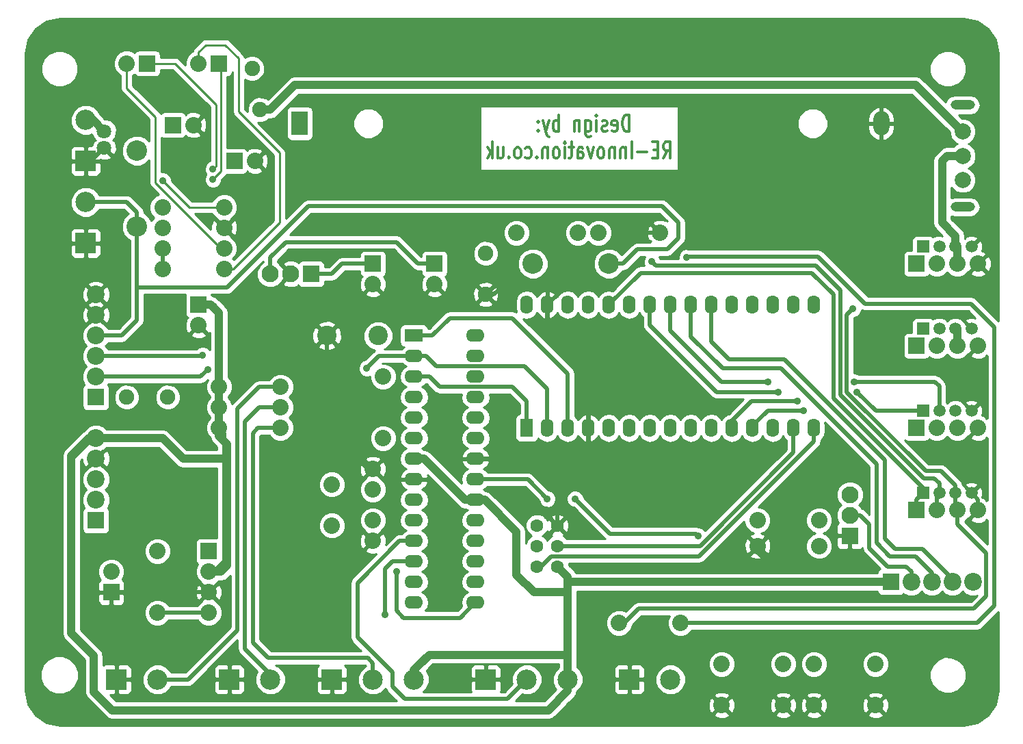
<source format=gbl>
G04 #@! TF.FileFunction,Copper,L2,Bot,Signal*
%FSLAX46Y46*%
G04 Gerber Fmt 4.6, Leading zero omitted, Abs format (unit mm)*
G04 Created by KiCad (PCBNEW 4.0.4-stable) date 06/22/17 17:56:04*
%MOMM*%
%LPD*%
G01*
G04 APERTURE LIST*
%ADD10C,0.150000*%
%ADD11C,0.304800*%
%ADD12R,2.499360X2.499360*%
%ADD13C,2.499360*%
%ADD14C,1.800000*%
%ADD15R,2.000000X3.000000*%
%ADD16O,2.000000X3.000000*%
%ADD17R,2.032000X2.032000*%
%ADD18C,2.032000*%
%ADD19C,1.905000*%
%ADD20C,2.540000*%
%ADD21O,2.286000X1.574800*%
%ADD22R,2.286000X1.574800*%
%ADD23R,1.574800X2.286000*%
%ADD24O,1.574800X2.286000*%
%ADD25R,1.500000X1.500000*%
%ADD26C,1.500000*%
%ADD27R,2.100580X2.100580*%
%ADD28C,2.199640*%
%ADD29C,1.600200*%
%ADD30C,2.400300*%
%ADD31C,2.100580*%
%ADD32C,2.000000*%
%ADD33O,3.000000X1.200000*%
%ADD34C,0.889000*%
%ADD35C,0.500000*%
%ADD36C,1.000000*%
%ADD37C,0.250000*%
%ADD38C,0.254000*%
G04 APERTURE END LIST*
D10*
D11*
X77451857Y76068162D02*
X77451857Y78100162D01*
X77089000Y78100162D01*
X76871285Y78003400D01*
X76726143Y77809876D01*
X76653571Y77616352D01*
X76581000Y77229305D01*
X76581000Y76939019D01*
X76653571Y76551971D01*
X76726143Y76358448D01*
X76871285Y76164924D01*
X77089000Y76068162D01*
X77451857Y76068162D01*
X75347285Y76164924D02*
X75492428Y76068162D01*
X75782714Y76068162D01*
X75927857Y76164924D01*
X76000428Y76358448D01*
X76000428Y77132543D01*
X75927857Y77326067D01*
X75782714Y77422829D01*
X75492428Y77422829D01*
X75347285Y77326067D01*
X75274714Y77132543D01*
X75274714Y76939019D01*
X76000428Y76745495D01*
X74694142Y76164924D02*
X74548999Y76068162D01*
X74258714Y76068162D01*
X74113571Y76164924D01*
X74040999Y76358448D01*
X74040999Y76455210D01*
X74113571Y76648733D01*
X74258714Y76745495D01*
X74476428Y76745495D01*
X74621571Y76842257D01*
X74694142Y77035781D01*
X74694142Y77132543D01*
X74621571Y77326067D01*
X74476428Y77422829D01*
X74258714Y77422829D01*
X74113571Y77326067D01*
X73387857Y76068162D02*
X73387857Y77422829D01*
X73387857Y78100162D02*
X73460428Y78003400D01*
X73387857Y77906638D01*
X73315285Y78003400D01*
X73387857Y78100162D01*
X73387857Y77906638D01*
X72009000Y77422829D02*
X72009000Y75777876D01*
X72081571Y75584352D01*
X72154143Y75487590D01*
X72299286Y75390829D01*
X72517000Y75390829D01*
X72662143Y75487590D01*
X72009000Y76164924D02*
X72154143Y76068162D01*
X72444429Y76068162D01*
X72589571Y76164924D01*
X72662143Y76261686D01*
X72734714Y76455210D01*
X72734714Y77035781D01*
X72662143Y77229305D01*
X72589571Y77326067D01*
X72444429Y77422829D01*
X72154143Y77422829D01*
X72009000Y77326067D01*
X71283286Y77422829D02*
X71283286Y76068162D01*
X71283286Y77229305D02*
X71210714Y77326067D01*
X71065572Y77422829D01*
X70847857Y77422829D01*
X70702714Y77326067D01*
X70630143Y77132543D01*
X70630143Y76068162D01*
X68743286Y76068162D02*
X68743286Y78100162D01*
X68743286Y77326067D02*
X68598143Y77422829D01*
X68307857Y77422829D01*
X68162714Y77326067D01*
X68090143Y77229305D01*
X68017572Y77035781D01*
X68017572Y76455210D01*
X68090143Y76261686D01*
X68162714Y76164924D01*
X68307857Y76068162D01*
X68598143Y76068162D01*
X68743286Y76164924D01*
X67509572Y77422829D02*
X67146715Y76068162D01*
X66783857Y77422829D02*
X67146715Y76068162D01*
X67291857Y75584352D01*
X67364429Y75487590D01*
X67509572Y75390829D01*
X66203286Y76261686D02*
X66130714Y76164924D01*
X66203286Y76068162D01*
X66275857Y76164924D01*
X66203286Y76261686D01*
X66203286Y76068162D01*
X66203286Y77326067D02*
X66130714Y77229305D01*
X66203286Y77132543D01*
X66275857Y77229305D01*
X66203286Y77326067D01*
X66203286Y77132543D01*
X81660999Y72715362D02*
X82168999Y73682981D01*
X82531856Y72715362D02*
X82531856Y74747362D01*
X81951284Y74747362D01*
X81806142Y74650600D01*
X81733570Y74553838D01*
X81660999Y74360314D01*
X81660999Y74070029D01*
X81733570Y73876505D01*
X81806142Y73779743D01*
X81951284Y73682981D01*
X82531856Y73682981D01*
X81007856Y73779743D02*
X80499856Y73779743D01*
X80282142Y72715362D02*
X81007856Y72715362D01*
X81007856Y74747362D01*
X80282142Y74747362D01*
X79628999Y73489457D02*
X78467856Y73489457D01*
X77742142Y72715362D02*
X77742142Y74747362D01*
X77016428Y74070029D02*
X77016428Y72715362D01*
X77016428Y73876505D02*
X76943856Y73973267D01*
X76798714Y74070029D01*
X76580999Y74070029D01*
X76435856Y73973267D01*
X76363285Y73779743D01*
X76363285Y72715362D01*
X75637571Y74070029D02*
X75637571Y72715362D01*
X75637571Y73876505D02*
X75564999Y73973267D01*
X75419857Y74070029D01*
X75202142Y74070029D01*
X75056999Y73973267D01*
X74984428Y73779743D01*
X74984428Y72715362D01*
X74041000Y72715362D02*
X74186142Y72812124D01*
X74258714Y72908886D01*
X74331285Y73102410D01*
X74331285Y73682981D01*
X74258714Y73876505D01*
X74186142Y73973267D01*
X74041000Y74070029D01*
X73823285Y74070029D01*
X73678142Y73973267D01*
X73605571Y73876505D01*
X73533000Y73682981D01*
X73533000Y73102410D01*
X73605571Y72908886D01*
X73678142Y72812124D01*
X73823285Y72715362D01*
X74041000Y72715362D01*
X73025000Y74070029D02*
X72662143Y72715362D01*
X72299285Y74070029D01*
X71065571Y72715362D02*
X71065571Y73779743D01*
X71138142Y73973267D01*
X71283285Y74070029D01*
X71573571Y74070029D01*
X71718714Y73973267D01*
X71065571Y72812124D02*
X71210714Y72715362D01*
X71573571Y72715362D01*
X71718714Y72812124D01*
X71791285Y73005648D01*
X71791285Y73199171D01*
X71718714Y73392695D01*
X71573571Y73489457D01*
X71210714Y73489457D01*
X71065571Y73586219D01*
X70557571Y74070029D02*
X69977000Y74070029D01*
X70339857Y74747362D02*
X70339857Y73005648D01*
X70267285Y72812124D01*
X70122143Y72715362D01*
X69977000Y72715362D01*
X69469000Y72715362D02*
X69469000Y74070029D01*
X69469000Y74747362D02*
X69541571Y74650600D01*
X69469000Y74553838D01*
X69396428Y74650600D01*
X69469000Y74747362D01*
X69469000Y74553838D01*
X68525572Y72715362D02*
X68670714Y72812124D01*
X68743286Y72908886D01*
X68815857Y73102410D01*
X68815857Y73682981D01*
X68743286Y73876505D01*
X68670714Y73973267D01*
X68525572Y74070029D01*
X68307857Y74070029D01*
X68162714Y73973267D01*
X68090143Y73876505D01*
X68017572Y73682981D01*
X68017572Y73102410D01*
X68090143Y72908886D01*
X68162714Y72812124D01*
X68307857Y72715362D01*
X68525572Y72715362D01*
X67364429Y74070029D02*
X67364429Y72715362D01*
X67364429Y73876505D02*
X67291857Y73973267D01*
X67146715Y74070029D01*
X66929000Y74070029D01*
X66783857Y73973267D01*
X66711286Y73779743D01*
X66711286Y72715362D01*
X65985572Y72908886D02*
X65913000Y72812124D01*
X65985572Y72715362D01*
X66058143Y72812124D01*
X65985572Y72908886D01*
X65985572Y72715362D01*
X64606715Y72812124D02*
X64751858Y72715362D01*
X65042144Y72715362D01*
X65187286Y72812124D01*
X65259858Y72908886D01*
X65332429Y73102410D01*
X65332429Y73682981D01*
X65259858Y73876505D01*
X65187286Y73973267D01*
X65042144Y74070029D01*
X64751858Y74070029D01*
X64606715Y73973267D01*
X63735858Y72715362D02*
X63881000Y72812124D01*
X63953572Y72908886D01*
X64026143Y73102410D01*
X64026143Y73682981D01*
X63953572Y73876505D01*
X63881000Y73973267D01*
X63735858Y74070029D01*
X63518143Y74070029D01*
X63373000Y73973267D01*
X63300429Y73876505D01*
X63227858Y73682981D01*
X63227858Y73102410D01*
X63300429Y72908886D01*
X63373000Y72812124D01*
X63518143Y72715362D01*
X63735858Y72715362D01*
X62574715Y72908886D02*
X62502143Y72812124D01*
X62574715Y72715362D01*
X62647286Y72812124D01*
X62574715Y72908886D01*
X62574715Y72715362D01*
X61195858Y74070029D02*
X61195858Y72715362D01*
X61849001Y74070029D02*
X61849001Y73005648D01*
X61776429Y72812124D01*
X61631287Y72715362D01*
X61413572Y72715362D01*
X61268429Y72812124D01*
X61195858Y72908886D01*
X60470144Y72715362D02*
X60470144Y74747362D01*
X60325001Y73489457D02*
X59889572Y72715362D01*
X59889572Y74070029D02*
X60470144Y73295933D01*
D12*
X10160000Y72390000D03*
D13*
X10160000Y77470000D03*
D14*
X12446000Y74041000D03*
X12446000Y76073000D03*
D15*
X36655000Y77040000D03*
D16*
X108655000Y77040000D03*
D17*
X20955000Y76835000D03*
D18*
X23495000Y76835000D03*
D17*
X28575000Y72390000D03*
D18*
X31115000Y72390000D03*
D17*
X24130000Y54610000D03*
D18*
X24130000Y52070000D03*
D17*
X45720000Y59690000D03*
D18*
X45720000Y57150000D03*
D17*
X53340000Y59690000D03*
D18*
X53340000Y57150000D03*
D19*
X59690000Y60960000D03*
X59690000Y55880000D03*
X20320000Y43180000D03*
X15240000Y43180000D03*
D18*
X45720000Y31750000D03*
X45720000Y34290000D03*
X45720000Y27940000D03*
X45720000Y25400000D03*
X25400000Y16510000D03*
X25400000Y19050000D03*
X25400000Y21590000D03*
D17*
X25400000Y24130000D03*
D18*
X13335000Y21590000D03*
D17*
X13335000Y19050000D03*
D20*
X74930000Y59690000D03*
X65532000Y59690000D03*
X16510000Y73660000D03*
X16510000Y64262000D03*
D18*
X15240000Y84455000D03*
D17*
X17780000Y84455000D03*
D18*
X24130000Y84455000D03*
D17*
X26670000Y84455000D03*
D21*
X50800000Y48260000D03*
X50800000Y45720000D03*
X50800000Y43180000D03*
X50800000Y40640000D03*
X50800000Y38100000D03*
X50800000Y35560000D03*
X50800000Y33020000D03*
X50800000Y30480000D03*
X50800000Y27940000D03*
X50800000Y25400000D03*
X50800000Y22860000D03*
X50800000Y20320000D03*
X50800000Y17780000D03*
D22*
X50800000Y50800000D03*
D21*
X58420000Y17780000D03*
X58420000Y20320000D03*
X58420000Y22860000D03*
X58420000Y25400000D03*
X58420000Y27940000D03*
X58420000Y30480000D03*
X58420000Y33020000D03*
X58420000Y35560000D03*
X58420000Y38100000D03*
X58420000Y40640000D03*
X58420000Y43180000D03*
X58420000Y45720000D03*
X58420000Y48260000D03*
X58420000Y50800000D03*
D23*
X64770000Y39370000D03*
D24*
X67310000Y39370000D03*
X69850000Y39370000D03*
X72390000Y39370000D03*
X74930000Y39370000D03*
X77470000Y39370000D03*
X80010000Y39370000D03*
X82550000Y39370000D03*
X85090000Y39370000D03*
X87630000Y39370000D03*
X90170000Y39370000D03*
X92710000Y39370000D03*
X95250000Y39370000D03*
X97790000Y39370000D03*
X100330000Y39370000D03*
X100330000Y54610000D03*
X97790000Y54610000D03*
X95250000Y54610000D03*
X92710000Y54610000D03*
X90170000Y54610000D03*
X87630000Y54610000D03*
X85090000Y54610000D03*
X82550000Y54610000D03*
X80010000Y54610000D03*
X77470000Y54610000D03*
X74930000Y54610000D03*
X72390000Y54610000D03*
X69850000Y54610000D03*
X67310000Y54610000D03*
X64770000Y54610000D03*
D12*
X13970000Y8255000D03*
D13*
X19050000Y8255000D03*
D12*
X27940000Y8255000D03*
D13*
X33020000Y8255000D03*
X69850000Y8255000D03*
D12*
X59690000Y8255000D03*
D13*
X64770000Y8255000D03*
X50800000Y8255000D03*
D12*
X40640000Y8255000D03*
D13*
X45720000Y8255000D03*
D12*
X77470000Y8255000D03*
D13*
X82550000Y8255000D03*
D17*
X113030000Y49530000D03*
D18*
X115570000Y49530000D03*
X118110000Y49530000D03*
X120650000Y49530000D03*
D25*
X113840000Y51641000D03*
D26*
X115840000Y51641000D03*
X117840000Y51641000D03*
X119840000Y51641000D03*
D17*
X113030000Y39370000D03*
D18*
X115570000Y39370000D03*
X118110000Y39370000D03*
X120650000Y39370000D03*
D25*
X113840000Y41481000D03*
D26*
X115840000Y41481000D03*
X117840000Y41481000D03*
X119840000Y41481000D03*
D27*
X11430000Y27940000D03*
D28*
X11430000Y30480000D03*
X11430000Y33020000D03*
X11430000Y35560000D03*
X11430000Y38100000D03*
D17*
X113030000Y59690000D03*
D18*
X115570000Y59690000D03*
X118110000Y59690000D03*
X120650000Y59690000D03*
D25*
X113840000Y61801000D03*
D26*
X115840000Y61801000D03*
X117840000Y61801000D03*
X119840000Y61801000D03*
D29*
X66040000Y22225000D03*
X68580000Y22225000D03*
X66040000Y24765000D03*
X68580000Y24765000D03*
X66040000Y27305000D03*
X68580000Y27305000D03*
D27*
X11430000Y43180000D03*
D28*
X11430000Y45720000D03*
X11430000Y48260000D03*
X11430000Y50800000D03*
X11430000Y53340000D03*
X11430000Y55880000D03*
D17*
X113030000Y29210000D03*
D18*
X115570000Y29210000D03*
X118110000Y29210000D03*
X120650000Y29210000D03*
D25*
X113840000Y31321000D03*
D26*
X115840000Y31321000D03*
X117840000Y31321000D03*
X119840000Y31321000D03*
D27*
X109855000Y20320000D03*
D28*
X112395000Y20320000D03*
X114935000Y20320000D03*
X117475000Y20320000D03*
X120015000Y20320000D03*
D18*
X26670000Y41910000D03*
X34290000Y41910000D03*
X26670000Y44450000D03*
X34290000Y44450000D03*
X26670000Y39370000D03*
X34290000Y39370000D03*
X76200000Y15240000D03*
X83820000Y15240000D03*
X19050000Y24130000D03*
X19050000Y16510000D03*
X63500000Y63500000D03*
X71120000Y63500000D03*
X73660000Y63500000D03*
X81280000Y63500000D03*
X19685000Y64135000D03*
X27305000Y64135000D03*
X19685000Y66675000D03*
X27305000Y66675000D03*
X19685000Y61595000D03*
X27305000Y61595000D03*
X19685000Y59055000D03*
X27305000Y59055000D03*
X46990000Y38100000D03*
X46990000Y45720000D03*
X100965000Y27940000D03*
X93345000Y27940000D03*
X93345000Y24765000D03*
X100965000Y24765000D03*
X107950000Y10160000D03*
X107950000Y5080000D03*
X100330000Y10160000D03*
X100330000Y5080000D03*
X96520000Y10160000D03*
X96520000Y5080000D03*
X88900000Y10160000D03*
X88900000Y5080000D03*
D30*
X40005000Y50800000D03*
X46355000Y50800000D03*
D31*
X35560000Y58420000D03*
X33020000Y58420000D03*
D27*
X38100000Y58420000D03*
D18*
X40640000Y27305000D03*
X40640000Y32385000D03*
D19*
X31750000Y78740000D03*
X30750000Y83840000D03*
D12*
X10160000Y62230000D03*
D13*
X10160000Y67310000D03*
D31*
X104775000Y31115000D03*
X104775000Y28575000D03*
D27*
X104775000Y26035000D03*
D32*
X118770400Y73017380D03*
X118745000Y76025000D03*
X118745000Y70025000D03*
D33*
X118745000Y79325000D03*
X118745000Y66725000D03*
D34*
X105156000Y54102000D03*
X85979000Y26035000D03*
X70739000Y30607000D03*
X67310000Y30607000D03*
X84582000Y60452000D03*
X47244000Y16256000D03*
X105283000Y45085000D03*
X94615000Y45085000D03*
X105664000Y43815000D03*
X95885000Y43815000D03*
X25273000Y46609000D03*
X24638000Y48387000D03*
X44958000Y46736000D03*
X98298000Y42672000D03*
X99060000Y41529000D03*
X48641000Y21590000D03*
X80264000Y59944000D03*
X25908000Y71374000D03*
X25908000Y70104000D03*
X19685000Y69977000D03*
D35*
X93345000Y24765000D02*
X93345000Y24003000D01*
X93345000Y24003000D02*
X94615000Y22733000D01*
X94615000Y22733000D02*
X103251000Y22733000D01*
X103251000Y22733000D02*
X104775000Y24257000D01*
X104775000Y24257000D02*
X104775000Y26035000D01*
X96520000Y5080000D02*
X96139000Y5080000D01*
X120650000Y29210000D02*
X120650000Y30511000D01*
X120650000Y30511000D02*
X119840000Y31321000D01*
X45720000Y34290000D02*
X45085000Y34290000D01*
X45085000Y34290000D02*
X40005000Y39370000D01*
X40005000Y39370000D02*
X40005000Y50800000D01*
X10160000Y72390000D02*
X10795000Y72390000D01*
X10795000Y72390000D02*
X12446000Y74041000D01*
X59690000Y55880000D02*
X60706000Y55880000D01*
X61849000Y57023000D02*
X68453000Y57023000D01*
X60706000Y55880000D02*
X61849000Y57023000D01*
X25400000Y19050000D02*
X13335000Y19050000D01*
X120085000Y62046000D02*
X119840000Y61801000D01*
X81280000Y63500000D02*
X79248000Y63500000D01*
X79248000Y63500000D02*
X77470000Y65278000D01*
X77470000Y65278000D02*
X70231000Y65278000D01*
X70231000Y65278000D02*
X68453000Y63500000D01*
X68453000Y63500000D02*
X68453000Y57023000D01*
X68453000Y55753000D02*
X67310000Y54610000D01*
X68453000Y57023000D02*
X68453000Y55753000D01*
X72390000Y39370000D02*
X72390000Y45339000D01*
X67310000Y50419000D02*
X67310000Y54610000D01*
X72390000Y45339000D02*
X67310000Y50419000D01*
X58420000Y35560000D02*
X65786000Y35560000D01*
X65786000Y35560000D02*
X68580000Y32766000D01*
X68580000Y27305000D02*
X68580000Y32766000D01*
X72390000Y36576000D02*
X72390000Y39370000D01*
X68580000Y32766000D02*
X72390000Y36576000D01*
D36*
X118110000Y59690000D02*
X118110000Y61531000D01*
X118110000Y61531000D02*
X117840000Y61801000D01*
X117840000Y61801000D02*
X117840000Y63135000D01*
X117840000Y63135000D02*
X116205000Y64770000D01*
X116205000Y64770000D02*
X116205000Y72390000D01*
X116205000Y72390000D02*
X116832380Y73017380D01*
X116832380Y73017380D02*
X118770400Y73017380D01*
X118110000Y49530000D02*
X118110000Y51371000D01*
X118110000Y51371000D02*
X117840000Y51641000D01*
X70358000Y20320000D02*
X109855000Y20320000D01*
X58420000Y30480000D02*
X59563000Y30480000D01*
X59563000Y30480000D02*
X63500000Y26543000D01*
X63500000Y26543000D02*
X63500000Y21209000D01*
X63500000Y21209000D02*
X65659000Y19050000D01*
X65659000Y19050000D02*
X69850000Y19050000D01*
X50800000Y35560000D02*
X52070000Y35560000D01*
X52070000Y35560000D02*
X57150000Y30480000D01*
X57150000Y30480000D02*
X58420000Y30480000D01*
X50800000Y8255000D02*
X50800000Y9398000D01*
X50800000Y9398000D02*
X52705000Y11303000D01*
X52705000Y11303000D02*
X69850000Y11303000D01*
X69850000Y8255000D02*
X69850000Y11303000D01*
X69850000Y11303000D02*
X69850000Y19050000D01*
X69850000Y19050000D02*
X69850000Y20955000D01*
X69850000Y20955000D02*
X68580000Y22225000D01*
X11430000Y38100000D02*
X10541000Y38100000D01*
X10541000Y38100000D02*
X8382000Y35941000D01*
X67437000Y4445000D02*
X69850000Y6858000D01*
X13462000Y4445000D02*
X67437000Y4445000D01*
X11176000Y6731000D02*
X13462000Y4445000D01*
X11176000Y11176000D02*
X11176000Y6731000D01*
X8382000Y13970000D02*
X11176000Y11176000D01*
X8382000Y35941000D02*
X8382000Y13970000D01*
X69850000Y6858000D02*
X69850000Y8255000D01*
X11430000Y38100000D02*
X19685000Y38100000D01*
X22225000Y35560000D02*
X27686000Y35560000D01*
X19685000Y38100000D02*
X22225000Y35560000D01*
X26670000Y39370000D02*
X26670000Y38354000D01*
X26670000Y38354000D02*
X27686000Y37338000D01*
X27686000Y37338000D02*
X27686000Y35560000D01*
X26924000Y21590000D02*
X25400000Y21590000D01*
X27686000Y35560000D02*
X27686000Y22352000D01*
X27686000Y22352000D02*
X26924000Y21590000D01*
X24130000Y54610000D02*
X25654000Y54610000D01*
X26670000Y53594000D02*
X26670000Y39370000D01*
X25654000Y54610000D02*
X26670000Y53594000D01*
D35*
X11430000Y38100000D02*
X11049000Y38100000D01*
X11049000Y38100000D02*
X8509000Y35560000D01*
X69850000Y6858000D02*
X69850000Y8255000D01*
X67310000Y4318000D02*
X69850000Y6858000D01*
X13589000Y4318000D02*
X67310000Y4318000D01*
X11430000Y6477000D02*
X13589000Y4318000D01*
X11430000Y10922000D02*
X11430000Y6477000D01*
X8509000Y13843000D02*
X11430000Y10922000D01*
X8509000Y35560000D02*
X8509000Y13843000D01*
X50800000Y8255000D02*
X50800000Y9779000D01*
X52197000Y11176000D02*
X69850000Y11176000D01*
X50800000Y9779000D02*
X52197000Y11176000D01*
X69850000Y8255000D02*
X69850000Y11176000D01*
X69850000Y11176000D02*
X69850000Y18923000D01*
X33020000Y58420000D02*
X33020000Y60452000D01*
X51308000Y59690000D02*
X53340000Y59690000D01*
X48641000Y62357000D02*
X51308000Y59690000D01*
X34925000Y62357000D02*
X48641000Y62357000D01*
X33020000Y60452000D02*
X34925000Y62357000D01*
X70358000Y20320000D02*
X70104000Y20320000D01*
X70104000Y20320000D02*
X69850000Y20066000D01*
X57150000Y30480000D02*
X58420000Y30480000D01*
X52070000Y35560000D02*
X57150000Y30480000D01*
X25400000Y21590000D02*
X26035000Y21590000D01*
X26035000Y21590000D02*
X27305000Y22860000D01*
X27305000Y22860000D02*
X27305000Y36195000D01*
X27305000Y36195000D02*
X27305000Y38735000D01*
X27305000Y38735000D02*
X26670000Y39370000D01*
X26670000Y44450000D02*
X26670000Y53975000D01*
X26035000Y54610000D02*
X24130000Y54610000D01*
X26670000Y53975000D02*
X26035000Y54610000D01*
X117840000Y61801000D02*
X117840000Y63135000D01*
X116832380Y73017380D02*
X118770400Y73017380D01*
X116205000Y72390000D02*
X116832380Y73017380D01*
X116205000Y64770000D02*
X116205000Y72390000D01*
X117840000Y63135000D02*
X116205000Y64770000D01*
X59563000Y30480000D02*
X63500000Y26543000D01*
X63500000Y26543000D02*
X63500000Y21209000D01*
X63500000Y21209000D02*
X65786000Y18923000D01*
X65786000Y18923000D02*
X69850000Y18923000D01*
X69850000Y18923000D02*
X69850000Y20066000D01*
X69850000Y20066000D02*
X69850000Y20955000D01*
X69850000Y20955000D02*
X68580000Y22225000D01*
X26670000Y41910000D02*
X26670000Y44450000D01*
X26670000Y39370000D02*
X26670000Y41910000D01*
X117840000Y31321000D02*
X117840000Y32274000D01*
X104394000Y53340000D02*
X105156000Y54102000D01*
X104394000Y43815000D02*
X104394000Y53340000D01*
X114173000Y34036000D02*
X104394000Y43815000D01*
X116078000Y34036000D02*
X114173000Y34036000D01*
X117840000Y32274000D02*
X116078000Y34036000D01*
X76200000Y15240000D02*
X76835000Y15240000D01*
X76835000Y15240000D02*
X78613000Y17018000D01*
X118110000Y27432000D02*
X118110000Y29210000D01*
X121666000Y23876000D02*
X118110000Y27432000D01*
X121666000Y18542000D02*
X121666000Y23876000D01*
X120142000Y17018000D02*
X121666000Y18542000D01*
X78613000Y17018000D02*
X120142000Y17018000D01*
X117840000Y31321000D02*
X117840000Y29480000D01*
X117840000Y29480000D02*
X118110000Y29210000D01*
X82931000Y26289000D02*
X85725000Y26289000D01*
X85725000Y26289000D02*
X85979000Y26035000D01*
X58420000Y33020000D02*
X64897000Y33020000D01*
X75057000Y26289000D02*
X82931000Y26289000D01*
X82931000Y26289000D02*
X83566000Y26289000D01*
X70739000Y30607000D02*
X75057000Y26289000D01*
X64897000Y33020000D02*
X67310000Y30607000D01*
X76200000Y15240000D02*
X76200000Y14732000D01*
X120523000Y15240000D02*
X83820000Y15240000D01*
X122682000Y17399000D02*
X120523000Y15240000D01*
X122682000Y51816000D02*
X122682000Y17399000D01*
X119761000Y54737000D02*
X122682000Y51816000D01*
X106680000Y54737000D02*
X119761000Y54737000D01*
X100838000Y60579000D02*
X106680000Y54737000D01*
X84709000Y60579000D02*
X100838000Y60579000D01*
X84582000Y60452000D02*
X84709000Y60579000D01*
X25400000Y16510000D02*
X19050000Y16510000D01*
X50800000Y22860000D02*
X48133000Y22860000D01*
X47244000Y21971000D02*
X47244000Y16256000D01*
X48133000Y22860000D02*
X47244000Y21971000D01*
X115840000Y44561000D02*
X115840000Y41481000D01*
X115316000Y45085000D02*
X115840000Y44561000D01*
X112014000Y45085000D02*
X115316000Y45085000D01*
X105283000Y45085000D02*
X112014000Y45085000D01*
X82550000Y54610000D02*
X82550000Y51435000D01*
X88900000Y45085000D02*
X94615000Y45085000D01*
X82550000Y51435000D02*
X88900000Y45085000D01*
X107998000Y41481000D02*
X113840000Y41481000D01*
X105664000Y43815000D02*
X107998000Y41481000D01*
X80010000Y54610000D02*
X80010000Y52070000D01*
X88265000Y43815000D02*
X95885000Y43815000D01*
X80010000Y52070000D02*
X88265000Y43815000D01*
X11430000Y45720000D02*
X24384000Y45720000D01*
X24384000Y45720000D02*
X25273000Y46609000D01*
X50800000Y45720000D02*
X52705000Y45720000D01*
X64770000Y42672000D02*
X64770000Y39370000D01*
X62992000Y44450000D02*
X64770000Y42672000D01*
X53975000Y44450000D02*
X62992000Y44450000D01*
X52705000Y45720000D02*
X53975000Y44450000D01*
X24511000Y48260000D02*
X11430000Y48260000D01*
X24638000Y48387000D02*
X24511000Y48260000D01*
X50800000Y48260000D02*
X46482000Y48260000D01*
X46482000Y48260000D02*
X44958000Y46736000D01*
X50800000Y48260000D02*
X52324000Y48260000D01*
X67310000Y44196000D02*
X67310000Y39370000D01*
X64516000Y46990000D02*
X67310000Y44196000D01*
X53594000Y46990000D02*
X64516000Y46990000D01*
X52324000Y48260000D02*
X53594000Y46990000D01*
X70993000Y24765000D02*
X86233000Y24765000D01*
X97790000Y36322000D02*
X97790000Y39370000D01*
X86233000Y24765000D02*
X97790000Y36322000D01*
X68580000Y24765000D02*
X70993000Y24765000D01*
X82931000Y23495000D02*
X86106000Y23495000D01*
X100330000Y37719000D02*
X100330000Y39370000D01*
X86106000Y23495000D02*
X100330000Y37719000D01*
X71755000Y23495000D02*
X82931000Y23495000D01*
X66040000Y22225000D02*
X66040000Y21717000D01*
X66040000Y21717000D02*
X67818000Y23495000D01*
X67818000Y23495000D02*
X71755000Y23495000D01*
X90170000Y39370000D02*
X90170000Y40259000D01*
X90170000Y40259000D02*
X92583000Y42672000D01*
X92583000Y42672000D02*
X98298000Y42672000D01*
X92710000Y39370000D02*
X92710000Y39624000D01*
X92710000Y39624000D02*
X94615000Y41529000D01*
X94615000Y41529000D02*
X99060000Y41529000D01*
X56515000Y15875000D02*
X58420000Y17780000D01*
X49530000Y15875000D02*
X56515000Y15875000D01*
X48641000Y16764000D02*
X49530000Y15875000D01*
X48641000Y21590000D02*
X48641000Y16764000D01*
X115840000Y31321000D02*
X115840000Y32496000D01*
X80772000Y59436000D02*
X80264000Y59944000D01*
X100584000Y59436000D02*
X80772000Y59436000D01*
X103632000Y56388000D02*
X100584000Y59436000D01*
X103632000Y43434000D02*
X103632000Y56388000D01*
X113919000Y33147000D02*
X103632000Y43434000D01*
X115189000Y33147000D02*
X113919000Y33147000D01*
X115840000Y32496000D02*
X115189000Y33147000D01*
X115570000Y29210000D02*
X115570000Y31051000D01*
X115570000Y31051000D02*
X115840000Y31321000D01*
X102743000Y43307000D02*
X102743000Y43053000D01*
X102743000Y43053000D02*
X113840000Y31956000D01*
X113840000Y31956000D02*
X113840000Y31321000D01*
X78867000Y58547000D02*
X74930000Y54610000D01*
X100076000Y58547000D02*
X78867000Y58547000D01*
X102743000Y55880000D02*
X100076000Y58547000D01*
X102743000Y43307000D02*
X102743000Y55880000D01*
X113030000Y29210000D02*
X113030000Y30511000D01*
X113030000Y30511000D02*
X113840000Y31321000D01*
D36*
X10160000Y77470000D02*
X11049000Y77470000D01*
X11049000Y77470000D02*
X12446000Y76073000D01*
D35*
X11049000Y77470000D02*
X12446000Y76073000D01*
D36*
X118745000Y76025000D02*
X118666000Y76025000D01*
X118666000Y76025000D02*
X112903000Y81788000D01*
X36068000Y81788000D02*
X33020000Y78740000D01*
X112903000Y81788000D02*
X36068000Y81788000D01*
X33020000Y78740000D02*
X31750000Y78740000D01*
D35*
X19685000Y59055000D02*
X19685000Y61595000D01*
X31750000Y78740000D02*
X33020000Y78740000D01*
X33020000Y78740000D02*
X36195000Y81915000D01*
X36195000Y81915000D02*
X112855000Y81915000D01*
X112855000Y81915000D02*
X118745000Y76025000D01*
X45720000Y59690000D02*
X41910000Y59690000D01*
X40640000Y58420000D02*
X38100000Y58420000D01*
X41910000Y59690000D02*
X40640000Y58420000D01*
X69850000Y39370000D02*
X69850000Y46101000D01*
X53086000Y50800000D02*
X50800000Y50800000D01*
X55245000Y52959000D02*
X53086000Y50800000D01*
X62992000Y52959000D02*
X55245000Y52959000D01*
X69850000Y46101000D02*
X62992000Y52959000D01*
X74930000Y59690000D02*
X76708000Y59690000D01*
X27686000Y56769000D02*
X16510000Y56769000D01*
X37719000Y66802000D02*
X27686000Y56769000D01*
X81534000Y66802000D02*
X37719000Y66802000D01*
X83566000Y64770000D02*
X81534000Y66802000D01*
X83566000Y62865000D02*
X83566000Y64770000D01*
X82169000Y61468000D02*
X83566000Y62865000D01*
X78486000Y61468000D02*
X82169000Y61468000D01*
X76708000Y59690000D02*
X78486000Y61468000D01*
X11430000Y50800000D02*
X14605000Y50800000D01*
X14605000Y50800000D02*
X16510000Y52705000D01*
X16510000Y52705000D02*
X16510000Y56769000D01*
X16510000Y56769000D02*
X16510000Y64262000D01*
X10160000Y67310000D02*
X15240000Y67310000D01*
X16510000Y66040000D02*
X16510000Y64262000D01*
X15240000Y67310000D02*
X16510000Y66040000D01*
D37*
X15240000Y84455000D02*
X15240000Y81407000D01*
X18796000Y69723000D02*
X26924000Y61595000D01*
X18796000Y77851000D02*
X18796000Y69723000D01*
X15240000Y81407000D02*
X18796000Y77851000D01*
X26924000Y61595000D02*
X27305000Y61595000D01*
X21209000Y84455000D02*
X17780000Y84455000D01*
X26289000Y79375000D02*
X21209000Y84455000D01*
X26289000Y71755000D02*
X26289000Y79375000D01*
X25908000Y71374000D02*
X26289000Y71755000D01*
X27305000Y59055000D02*
X28448000Y59055000D01*
X24130000Y85852000D02*
X24130000Y84455000D01*
X25019000Y86741000D02*
X24130000Y85852000D01*
X27432000Y86741000D02*
X25019000Y86741000D01*
X29083000Y85090000D02*
X27432000Y86741000D01*
X29083000Y78486000D02*
X29083000Y85090000D01*
X34163000Y73406000D02*
X29083000Y78486000D01*
X34163000Y64770000D02*
X34163000Y73406000D01*
X28448000Y59055000D02*
X34163000Y64770000D01*
X27305000Y59055000D02*
X27686000Y59055000D01*
X26924000Y71120000D02*
X26924000Y84201000D01*
X25908000Y70104000D02*
X26924000Y71120000D01*
X26924000Y84201000D02*
X26670000Y84455000D01*
D35*
X34290000Y44450000D02*
X31623000Y44450000D01*
X22860000Y8255000D02*
X19050000Y8255000D01*
X28956000Y14351000D02*
X22860000Y8255000D01*
X28956000Y41783000D02*
X28956000Y14351000D01*
X31623000Y44450000D02*
X28956000Y41783000D01*
X33020000Y8255000D02*
X33020000Y8890000D01*
X33020000Y8890000D02*
X29845000Y12065000D01*
X29845000Y12065000D02*
X29845000Y40132000D01*
X29845000Y40132000D02*
X31623000Y41910000D01*
X31623000Y41910000D02*
X34290000Y41910000D01*
X45720000Y8255000D02*
X45720000Y10287000D01*
X31496000Y39370000D02*
X34290000Y39370000D01*
X30861000Y38735000D02*
X31496000Y39370000D01*
X30861000Y12827000D02*
X30861000Y38735000D01*
X32766000Y10922000D02*
X30861000Y12827000D01*
X45085000Y10922000D02*
X32766000Y10922000D01*
X45720000Y10287000D02*
X45085000Y10922000D01*
X50800000Y25400000D02*
X49022000Y25400000D01*
X48133000Y7366000D02*
X48133000Y9144000D01*
X49657000Y5842000D02*
X48133000Y7366000D01*
X62357000Y5842000D02*
X49657000Y5842000D01*
X64770000Y8255000D02*
X62357000Y5842000D01*
X49022000Y25400000D02*
X43815000Y20193000D01*
X43815000Y20193000D02*
X43815000Y13462000D01*
X43815000Y13462000D02*
X48133000Y9144000D01*
D37*
X27305000Y66675000D02*
X22987000Y66675000D01*
X22987000Y66675000D02*
X19685000Y69977000D01*
D35*
X107442000Y37084000D02*
X101600000Y42926000D01*
X109093000Y35433000D02*
X107442000Y37084000D01*
X109093000Y25654000D02*
X109093000Y35433000D01*
X110363000Y24384000D02*
X109093000Y25654000D01*
X113792000Y24384000D02*
X110363000Y24384000D01*
X117475000Y20701000D02*
X113792000Y24384000D01*
X87630000Y50038000D02*
X87630000Y54610000D01*
X89789000Y47879000D02*
X87630000Y50038000D01*
X96647000Y47879000D02*
X89789000Y47879000D01*
X101600000Y42926000D02*
X96647000Y47879000D01*
X117475000Y20320000D02*
X117475000Y20701000D01*
X85090000Y54610000D02*
X85090000Y50673000D01*
X114935000Y21463000D02*
X112903000Y23495000D01*
X112903000Y23495000D02*
X109728000Y23495000D01*
X109728000Y23495000D02*
X108077000Y25146000D01*
X108077000Y25146000D02*
X108077000Y34925000D01*
X108077000Y34925000D02*
X106680000Y36322000D01*
X114935000Y21463000D02*
X114935000Y20320000D01*
X96266000Y46736000D02*
X106680000Y36322000D01*
X89027000Y46736000D02*
X96266000Y46736000D01*
X85090000Y50673000D02*
X89027000Y46736000D01*
X104775000Y28575000D02*
X106045000Y28575000D01*
X112395000Y21590000D02*
X112395000Y20320000D01*
X111760000Y22225000D02*
X112395000Y21590000D01*
X109474000Y22225000D02*
X111760000Y22225000D01*
X107188000Y24511000D02*
X109474000Y22225000D01*
X107188000Y27432000D02*
X107188000Y24511000D01*
X106045000Y28575000D02*
X107188000Y27432000D01*
X104775000Y28575000D02*
X105664000Y28575000D01*
D38*
G36*
X120512123Y89689945D02*
X121874580Y88779581D01*
X122784945Y87417125D01*
X123120000Y85732686D01*
X123120000Y52629579D01*
X120386790Y55362790D01*
X120099675Y55554633D01*
X120043484Y55565810D01*
X119761000Y55622001D01*
X119760995Y55622000D01*
X107046579Y55622000D01*
X101463790Y61204790D01*
X101373447Y61265155D01*
X101176675Y61396633D01*
X101120484Y61407810D01*
X100838000Y61464001D01*
X100837995Y61464000D01*
X84959775Y61464000D01*
X84797668Y61531313D01*
X84368216Y61531687D01*
X83971311Y61367689D01*
X83667378Y61064286D01*
X83502687Y60667668D01*
X83502385Y60321000D01*
X81276247Y60321000D01*
X81179689Y60554689D01*
X81151427Y60583000D01*
X82168995Y60583000D01*
X82169000Y60582999D01*
X82483770Y60645612D01*
X82507675Y60650367D01*
X82794790Y60842210D01*
X82794791Y60842211D01*
X84191787Y62239208D01*
X84191790Y62239210D01*
X84383633Y62526325D01*
X84451000Y62865000D01*
X84451000Y64769995D01*
X84451001Y64770000D01*
X84383633Y65108674D01*
X84383633Y65108675D01*
X84191790Y65395790D01*
X84191787Y65395792D01*
X82159790Y67427790D01*
X82148999Y67435000D01*
X81872675Y67619633D01*
X81816484Y67630810D01*
X81534000Y67687001D01*
X81533995Y67687000D01*
X37719005Y67687000D01*
X37719000Y67687001D01*
X37436516Y67630810D01*
X37380325Y67619633D01*
X37093210Y67427790D01*
X37093208Y67427787D01*
X34923000Y65257579D01*
X34923000Y73406000D01*
X34865148Y73696839D01*
X34700401Y73943401D01*
X31491077Y77152725D01*
X32064388Y77152225D01*
X32648072Y77393398D01*
X32860043Y77605000D01*
X33020000Y77605000D01*
X33454346Y77691397D01*
X33822566Y77937434D01*
X34425132Y78540000D01*
X35007560Y78540000D01*
X35007560Y75540000D01*
X35051838Y75304683D01*
X35190910Y75088559D01*
X35403110Y74943569D01*
X35655000Y74892560D01*
X37655000Y74892560D01*
X37890317Y74936838D01*
X38106441Y75075910D01*
X38251431Y75288110D01*
X38302440Y75540000D01*
X38302440Y76666695D01*
X43269674Y76666695D01*
X43556043Y75973628D01*
X44085839Y75442907D01*
X44778405Y75155328D01*
X45528305Y75154674D01*
X46221372Y75441043D01*
X46752093Y75970839D01*
X47039672Y76663405D01*
X47040326Y77413305D01*
X46753957Y78106372D01*
X46224161Y78637093D01*
X45531595Y78924672D01*
X44781695Y78925326D01*
X44088628Y78638957D01*
X43557907Y78109161D01*
X43270328Y77416595D01*
X43269674Y76666695D01*
X38302440Y76666695D01*
X38302440Y78540000D01*
X38258162Y78775317D01*
X38119090Y78991441D01*
X37906890Y79136431D01*
X37655000Y79187440D01*
X35655000Y79187440D01*
X35419683Y79143162D01*
X35203559Y79004090D01*
X35058569Y78791890D01*
X35007560Y78540000D01*
X34425132Y78540000D01*
X35082332Y79197200D01*
X58964287Y79197200D01*
X58964287Y71221600D01*
X83529713Y71221600D01*
X83529713Y76666695D01*
X98269674Y76666695D01*
X98556043Y75973628D01*
X99085839Y75442907D01*
X99778405Y75155328D01*
X100528305Y75154674D01*
X101221372Y75441043D01*
X101752093Y75970839D01*
X102039672Y76663405D01*
X102039889Y76913000D01*
X107020000Y76913000D01*
X107020000Y76413000D01*
X107193058Y75796980D01*
X107588683Y75294078D01*
X108146645Y74980856D01*
X108274566Y74949876D01*
X108528000Y75069223D01*
X108528000Y76913000D01*
X108782000Y76913000D01*
X108782000Y75069223D01*
X109035434Y74949876D01*
X109163355Y74980856D01*
X109721317Y75294078D01*
X110116942Y75796980D01*
X110290000Y76413000D01*
X110290000Y76913000D01*
X108782000Y76913000D01*
X108528000Y76913000D01*
X107020000Y76913000D01*
X102039889Y76913000D01*
X102040326Y77413305D01*
X101935502Y77667000D01*
X107020000Y77667000D01*
X107020000Y77167000D01*
X108528000Y77167000D01*
X108528000Y79010777D01*
X108782000Y79010777D01*
X108782000Y77167000D01*
X110290000Y77167000D01*
X110290000Y77667000D01*
X110116942Y78283020D01*
X109721317Y78785922D01*
X109163355Y79099144D01*
X109035434Y79130124D01*
X108782000Y79010777D01*
X108528000Y79010777D01*
X108274566Y79130124D01*
X108146645Y79099144D01*
X107588683Y78785922D01*
X107193058Y78283020D01*
X107020000Y77667000D01*
X101935502Y77667000D01*
X101753957Y78106372D01*
X101224161Y78637093D01*
X100531595Y78924672D01*
X99781695Y78925326D01*
X99088628Y78638957D01*
X98557907Y78109161D01*
X98270328Y77416595D01*
X98269674Y76666695D01*
X83529713Y76666695D01*
X83529713Y79197200D01*
X58964287Y79197200D01*
X35082332Y79197200D01*
X36538132Y80653000D01*
X112432868Y80653000D01*
X117109956Y75975912D01*
X117109716Y75701205D01*
X117358106Y75100057D01*
X117817637Y74639722D01*
X118115723Y74515946D01*
X117845457Y74404274D01*
X117593122Y74152380D01*
X116832380Y74152380D01*
X116398034Y74065983D01*
X116029814Y73819946D01*
X115402434Y73192566D01*
X115156397Y72824346D01*
X115070000Y72390000D01*
X115070000Y64770000D01*
X115156397Y64335654D01*
X115368642Y64018007D01*
X115402434Y63967434D01*
X116231974Y63137894D01*
X116116702Y63185759D01*
X115565715Y63186240D01*
X115068120Y62980638D01*
X115054090Y63002441D01*
X114841890Y63147431D01*
X114590000Y63198440D01*
X113090000Y63198440D01*
X112854683Y63154162D01*
X112638559Y63015090D01*
X112493569Y62802890D01*
X112442560Y62551000D01*
X112442560Y61353440D01*
X112014000Y61353440D01*
X111778683Y61309162D01*
X111562559Y61170090D01*
X111417569Y60957890D01*
X111366560Y60706000D01*
X111366560Y58674000D01*
X111410838Y58438683D01*
X111549910Y58222559D01*
X111762110Y58077569D01*
X112014000Y58026560D01*
X114046000Y58026560D01*
X114281317Y58070838D01*
X114497441Y58209910D01*
X114585713Y58339100D01*
X114633563Y58291166D01*
X115240155Y58039287D01*
X115896963Y58038714D01*
X116503995Y58289534D01*
X116840179Y58625132D01*
X117173563Y58291166D01*
X117780155Y58039287D01*
X118436963Y58038714D01*
X119043995Y58289534D01*
X119280766Y58525893D01*
X119665498Y58525893D01*
X119766120Y58257378D01*
X120381642Y58028184D01*
X121038019Y58051986D01*
X121533880Y58257378D01*
X121634502Y58525893D01*
X120650000Y59510395D01*
X119665498Y58525893D01*
X119280766Y58525893D01*
X119467565Y58712366D01*
X119485893Y58705498D01*
X120470395Y59690000D01*
X120829605Y59690000D01*
X121814107Y58705498D01*
X122082622Y58806120D01*
X122311816Y59421642D01*
X122288014Y60078019D01*
X122082622Y60573880D01*
X121814107Y60674502D01*
X120829605Y59690000D01*
X120470395Y59690000D01*
X120456253Y59704142D01*
X120635858Y59883747D01*
X120650000Y59869605D01*
X121634502Y60854107D01*
X121533880Y61122622D01*
X121123104Y61275577D01*
X121237201Y61596171D01*
X121209230Y62146448D01*
X121052460Y62524923D01*
X120811517Y62592912D01*
X120019605Y61801000D01*
X120033748Y61786857D01*
X119854143Y61607252D01*
X119840000Y61621395D01*
X119825858Y61607252D01*
X119646253Y61786857D01*
X119660395Y61801000D01*
X119646253Y61815142D01*
X119825858Y61994747D01*
X119840000Y61980605D01*
X120631912Y62772517D01*
X120563923Y63013460D01*
X120044829Y63198201D01*
X119494552Y63170230D01*
X119116077Y63013460D01*
X119048089Y62772519D01*
X118975000Y62845608D01*
X118975000Y63135000D01*
X118888603Y63569346D01*
X118642566Y63937566D01*
X117340000Y65240132D01*
X117340000Y65582131D01*
X117803173Y65490000D01*
X119686827Y65490000D01*
X120159441Y65584009D01*
X120560104Y65851723D01*
X120827818Y66252386D01*
X120921827Y66725000D01*
X120827818Y67197614D01*
X120560104Y67598277D01*
X120159441Y67865991D01*
X119686827Y67960000D01*
X117803173Y67960000D01*
X117340000Y67867869D01*
X117340000Y69143877D01*
X117358106Y69100057D01*
X117817637Y68639722D01*
X118418352Y68390284D01*
X119068795Y68389716D01*
X119669943Y68638106D01*
X120130278Y69097637D01*
X120379716Y69698352D01*
X120380284Y70348795D01*
X120131894Y70949943D01*
X119672363Y71410278D01*
X119418010Y71515894D01*
X119695343Y71630486D01*
X120155678Y72090017D01*
X120405116Y72690732D01*
X120405684Y73341175D01*
X120157294Y73942323D01*
X119697763Y74402658D01*
X119399677Y74526434D01*
X119669943Y74638106D01*
X120130278Y75097637D01*
X120379716Y75698352D01*
X120380284Y76348795D01*
X120131894Y76949943D01*
X119672363Y77410278D01*
X119071648Y77659716D01*
X118636036Y77660096D01*
X118206132Y78090000D01*
X119686827Y78090000D01*
X120159441Y78184009D01*
X120560104Y78451723D01*
X120827818Y78852386D01*
X120921827Y79325000D01*
X120827818Y79797614D01*
X120560104Y80198277D01*
X120159441Y80465991D01*
X119686827Y80560000D01*
X117803173Y80560000D01*
X117330559Y80465991D01*
X116929896Y80198277D01*
X116662182Y79797614D01*
X116635028Y79661104D01*
X113705566Y82590566D01*
X113337346Y82836603D01*
X112903000Y82923000D01*
X36068000Y82923000D01*
X35633654Y82836603D01*
X35265434Y82590566D01*
X32705113Y80030245D01*
X32650421Y80085032D01*
X32067159Y80327224D01*
X31435612Y80327775D01*
X30851928Y80086602D01*
X30404968Y79640421D01*
X30162776Y79057159D01*
X30162274Y78481528D01*
X29843000Y78800802D01*
X29843000Y82501558D01*
X29849579Y82494968D01*
X30432841Y82252776D01*
X31064388Y82252225D01*
X31648072Y82493398D01*
X32095032Y82939579D01*
X32270615Y83362430D01*
X114644609Y83362430D01*
X114987948Y82531485D01*
X115623141Y81895182D01*
X116453486Y81550393D01*
X117352570Y81549609D01*
X118183515Y81892948D01*
X118819818Y82528141D01*
X119164607Y83358486D01*
X119165391Y84257570D01*
X118822052Y85088515D01*
X118186859Y85724818D01*
X117356514Y86069607D01*
X116457430Y86070391D01*
X115626485Y85727052D01*
X114990182Y85091859D01*
X114645393Y84261514D01*
X114644609Y83362430D01*
X32270615Y83362430D01*
X32337224Y83522841D01*
X32337775Y84154388D01*
X32096602Y84738072D01*
X31650421Y85185032D01*
X31067159Y85427224D01*
X30435612Y85427775D01*
X29851928Y85186602D01*
X29828447Y85163162D01*
X29785148Y85380839D01*
X29620401Y85627401D01*
X27969401Y87278401D01*
X27722839Y87443148D01*
X27432000Y87501000D01*
X25019000Y87501000D01*
X24728161Y87443148D01*
X24481599Y87278401D01*
X23592599Y86389401D01*
X23427852Y86142839D01*
X23386332Y85934107D01*
X23196005Y85855466D01*
X22731166Y85391437D01*
X22479287Y84784845D01*
X22478829Y84259973D01*
X21746401Y84992401D01*
X21499839Y85157148D01*
X21209000Y85215000D01*
X19443440Y85215000D01*
X19443440Y85471000D01*
X19399162Y85706317D01*
X19260090Y85922441D01*
X19047890Y86067431D01*
X18796000Y86118440D01*
X16764000Y86118440D01*
X16528683Y86074162D01*
X16312559Y85935090D01*
X16224287Y85805900D01*
X16176437Y85853834D01*
X15569845Y86105713D01*
X14913037Y86106286D01*
X14306005Y85855466D01*
X13841166Y85391437D01*
X13589287Y84784845D01*
X13588714Y84128037D01*
X13839534Y83521005D01*
X14303563Y83056166D01*
X14480000Y82982903D01*
X14480000Y81407000D01*
X14537852Y81116161D01*
X14702599Y80869599D01*
X18036000Y77536198D01*
X18036000Y74827765D01*
X17590505Y75274039D01*
X16890590Y75564668D01*
X16132735Y75565330D01*
X15432314Y75275922D01*
X14895961Y74740505D01*
X14605332Y74040590D01*
X14604670Y73282735D01*
X14894078Y72582314D01*
X15429495Y72045961D01*
X16129410Y71755332D01*
X16887265Y71754670D01*
X17587686Y72044078D01*
X18036000Y72491610D01*
X18036000Y69723000D01*
X18093852Y69432161D01*
X18258599Y69185599D01*
X19188120Y68256078D01*
X18751005Y68075466D01*
X18286166Y67611437D01*
X18034287Y67004845D01*
X18033714Y66348037D01*
X18284534Y65741005D01*
X18620132Y65404821D01*
X18286166Y65071437D01*
X18261402Y65011799D01*
X18125922Y65339686D01*
X17590505Y65876039D01*
X17395000Y65957219D01*
X17395000Y66039995D01*
X17395001Y66040000D01*
X17327633Y66378675D01*
X17271071Y66463326D01*
X17135790Y66665790D01*
X17135787Y66665792D01*
X15865790Y67935790D01*
X15659191Y68073834D01*
X15578675Y68127633D01*
X15522484Y68138810D01*
X15240000Y68195001D01*
X15239995Y68195000D01*
X11833552Y68195000D01*
X11758686Y68376191D01*
X11228979Y68906822D01*
X10536531Y69194352D01*
X9786759Y69195006D01*
X9093809Y68908686D01*
X8563178Y68378979D01*
X8275648Y67686531D01*
X8274994Y66936759D01*
X8561314Y66243809D01*
X9091021Y65713178D01*
X9783469Y65425648D01*
X10533241Y65424994D01*
X11226191Y65711314D01*
X11756822Y66241021D01*
X11833217Y66425000D01*
X14873420Y66425000D01*
X15426401Y65872019D01*
X14895961Y65342505D01*
X14605332Y64642590D01*
X14604670Y63884735D01*
X14894078Y63184314D01*
X15429495Y62647961D01*
X15625000Y62566781D01*
X15625000Y53071579D01*
X14238420Y51685000D01*
X12941403Y51685000D01*
X12901566Y51781413D01*
X12413980Y52269851D01*
X12254196Y52336199D01*
X11430000Y53160395D01*
X10606362Y52336757D01*
X10448587Y52271566D01*
X9960149Y51783980D01*
X9695482Y51146591D01*
X9694880Y50456437D01*
X9958434Y49818587D01*
X10246593Y49529924D01*
X9960149Y49243980D01*
X9695482Y48606591D01*
X9694880Y47916437D01*
X9958434Y47278587D01*
X10246593Y46989924D01*
X9960149Y46703980D01*
X9695482Y46066591D01*
X9694880Y45376437D01*
X9958434Y44738587D01*
X9973506Y44723489D01*
X9928269Y44694380D01*
X9783279Y44482180D01*
X9732270Y44230290D01*
X9732270Y42129710D01*
X9776548Y41894393D01*
X9915620Y41678269D01*
X10127820Y41533279D01*
X10379710Y41482270D01*
X12480290Y41482270D01*
X12715607Y41526548D01*
X12931731Y41665620D01*
X13076721Y41877820D01*
X13127730Y42129710D01*
X13127730Y42865612D01*
X13652225Y42865612D01*
X13893398Y42281928D01*
X14339579Y41834968D01*
X14922841Y41592776D01*
X15554388Y41592225D01*
X16138072Y41833398D01*
X16585032Y42279579D01*
X16827224Y42862841D01*
X16827226Y42865612D01*
X18732225Y42865612D01*
X18973398Y42281928D01*
X19419579Y41834968D01*
X20002841Y41592776D01*
X20634388Y41592225D01*
X21218072Y41833398D01*
X21665032Y42279579D01*
X21907224Y42862841D01*
X21907775Y43494388D01*
X21666602Y44078072D01*
X21220421Y44525032D01*
X20637159Y44767224D01*
X20005612Y44767775D01*
X19421928Y44526602D01*
X18974968Y44080421D01*
X18732776Y43497159D01*
X18732225Y42865612D01*
X16827226Y42865612D01*
X16827775Y43494388D01*
X16586602Y44078072D01*
X16140421Y44525032D01*
X15557159Y44767224D01*
X14925612Y44767775D01*
X14341928Y44526602D01*
X13894968Y44080421D01*
X13652776Y43497159D01*
X13652225Y42865612D01*
X13127730Y42865612D01*
X13127730Y44230290D01*
X13083452Y44465607D01*
X12944380Y44681731D01*
X12885659Y44721853D01*
X12899851Y44736020D01*
X12940951Y44835000D01*
X24383995Y44835000D01*
X24384000Y44834999D01*
X24709141Y44899675D01*
X24722675Y44902367D01*
X25009790Y45094210D01*
X25249259Y45333679D01*
X25019287Y44779845D01*
X25018714Y44123037D01*
X25269534Y43516005D01*
X25535000Y43250076D01*
X25535000Y43109811D01*
X25271166Y42846437D01*
X25019287Y42239845D01*
X25018714Y41583037D01*
X25269534Y40976005D01*
X25535000Y40710076D01*
X25535000Y40569811D01*
X25271166Y40306437D01*
X25019287Y39699845D01*
X25018714Y39043037D01*
X25269534Y38436005D01*
X25580689Y38124307D01*
X25621397Y37919654D01*
X25811604Y37634990D01*
X25867434Y37551434D01*
X26420000Y36998868D01*
X26420000Y36695000D01*
X22695133Y36695000D01*
X20487566Y38902566D01*
X20364195Y38985000D01*
X20119346Y39148603D01*
X19685000Y39235000D01*
X12748247Y39235000D01*
X12413980Y39569851D01*
X11776591Y39834518D01*
X11086437Y39835120D01*
X10448587Y39571566D01*
X9960149Y39083980D01*
X9941030Y39037937D01*
X9861805Y38985000D01*
X9738434Y38902566D01*
X7579434Y36743566D01*
X7333397Y36375346D01*
X7247000Y35941000D01*
X7247000Y13970000D01*
X7333397Y13535654D01*
X7546175Y13217210D01*
X7579434Y13167434D01*
X10041000Y10705868D01*
X10041000Y6731000D01*
X10127397Y6296654D01*
X10268984Y6084755D01*
X10373434Y5928434D01*
X12659434Y3642434D01*
X13027654Y3396397D01*
X13462000Y3310000D01*
X67437000Y3310000D01*
X67871346Y3396397D01*
X68239566Y3642434D01*
X68513025Y3915893D01*
X87915498Y3915893D01*
X88016120Y3647378D01*
X88631642Y3418184D01*
X89288019Y3441986D01*
X89783880Y3647378D01*
X89884502Y3915893D01*
X95535498Y3915893D01*
X95636120Y3647378D01*
X96251642Y3418184D01*
X96908019Y3441986D01*
X97403880Y3647378D01*
X97504502Y3915893D01*
X99345498Y3915893D01*
X99446120Y3647378D01*
X100061642Y3418184D01*
X100718019Y3441986D01*
X101213880Y3647378D01*
X101314502Y3915893D01*
X106965498Y3915893D01*
X107066120Y3647378D01*
X107681642Y3418184D01*
X108338019Y3441986D01*
X108833880Y3647378D01*
X108934502Y3915893D01*
X107950000Y4900395D01*
X106965498Y3915893D01*
X101314502Y3915893D01*
X100330000Y4900395D01*
X99345498Y3915893D01*
X97504502Y3915893D01*
X96520000Y4900395D01*
X95535498Y3915893D01*
X89884502Y3915893D01*
X88900000Y4900395D01*
X87915498Y3915893D01*
X68513025Y3915893D01*
X69945490Y5348358D01*
X87238184Y5348358D01*
X87261986Y4691981D01*
X87467378Y4196120D01*
X87735893Y4095498D01*
X88720395Y5080000D01*
X89079605Y5080000D01*
X90064107Y4095498D01*
X90332622Y4196120D01*
X90561816Y4811642D01*
X90542354Y5348358D01*
X94858184Y5348358D01*
X94881986Y4691981D01*
X95087378Y4196120D01*
X95355893Y4095498D01*
X96340395Y5080000D01*
X96699605Y5080000D01*
X97684107Y4095498D01*
X97952622Y4196120D01*
X98181816Y4811642D01*
X98162354Y5348358D01*
X98668184Y5348358D01*
X98691986Y4691981D01*
X98897378Y4196120D01*
X99165893Y4095498D01*
X100150395Y5080000D01*
X100509605Y5080000D01*
X101494107Y4095498D01*
X101762622Y4196120D01*
X101991816Y4811642D01*
X101972354Y5348358D01*
X106288184Y5348358D01*
X106311986Y4691981D01*
X106517378Y4196120D01*
X106785893Y4095498D01*
X107770395Y5080000D01*
X108129605Y5080000D01*
X109114107Y4095498D01*
X109382622Y4196120D01*
X109611816Y4811642D01*
X109588014Y5468019D01*
X109382622Y5963880D01*
X109114107Y6064502D01*
X108129605Y5080000D01*
X107770395Y5080000D01*
X106785893Y6064502D01*
X106517378Y5963880D01*
X106288184Y5348358D01*
X101972354Y5348358D01*
X101968014Y5468019D01*
X101762622Y5963880D01*
X101494107Y6064502D01*
X100509605Y5080000D01*
X100150395Y5080000D01*
X99165893Y6064502D01*
X98897378Y5963880D01*
X98668184Y5348358D01*
X98162354Y5348358D01*
X98158014Y5468019D01*
X97952622Y5963880D01*
X97684107Y6064502D01*
X96699605Y5080000D01*
X96340395Y5080000D01*
X95355893Y6064502D01*
X95087378Y5963880D01*
X94858184Y5348358D01*
X90542354Y5348358D01*
X90538014Y5468019D01*
X90332622Y5963880D01*
X90064107Y6064502D01*
X89079605Y5080000D01*
X88720395Y5080000D01*
X87735893Y6064502D01*
X87467378Y5963880D01*
X87238184Y5348358D01*
X69945490Y5348358D01*
X70652566Y6055434D01*
X70778633Y6244107D01*
X87915498Y6244107D01*
X88900000Y5259605D01*
X89884502Y6244107D01*
X95535498Y6244107D01*
X96520000Y5259605D01*
X97504502Y6244107D01*
X99345498Y6244107D01*
X100330000Y5259605D01*
X101314502Y6244107D01*
X106965498Y6244107D01*
X107950000Y5259605D01*
X108934502Y6244107D01*
X108833880Y6512622D01*
X108218358Y6741816D01*
X107561981Y6718014D01*
X107066120Y6512622D01*
X106965498Y6244107D01*
X101314502Y6244107D01*
X101213880Y6512622D01*
X100598358Y6741816D01*
X99941981Y6718014D01*
X99446120Y6512622D01*
X99345498Y6244107D01*
X97504502Y6244107D01*
X97403880Y6512622D01*
X96788358Y6741816D01*
X96131981Y6718014D01*
X95636120Y6512622D01*
X95535498Y6244107D01*
X89884502Y6244107D01*
X89783880Y6512622D01*
X89168358Y6741816D01*
X88511981Y6718014D01*
X88016120Y6512622D01*
X87915498Y6244107D01*
X70778633Y6244107D01*
X70898603Y6423654D01*
X70910010Y6481000D01*
X70951991Y6692051D01*
X71446822Y7186021D01*
X71734352Y7878469D01*
X71734431Y7969250D01*
X75585320Y7969250D01*
X75585320Y6879010D01*
X75681993Y6645621D01*
X75860622Y6466993D01*
X76094011Y6370320D01*
X77184250Y6370320D01*
X77343000Y6529070D01*
X77343000Y8128000D01*
X77597000Y8128000D01*
X77597000Y6529070D01*
X77755750Y6370320D01*
X78845989Y6370320D01*
X79079378Y6466993D01*
X79258007Y6645621D01*
X79354680Y6879010D01*
X79354680Y7881759D01*
X80664994Y7881759D01*
X80951314Y7188809D01*
X81481021Y6658178D01*
X82173469Y6370648D01*
X82923241Y6369994D01*
X83616191Y6656314D01*
X84146822Y7186021D01*
X84434352Y7878469D01*
X84434774Y8362430D01*
X114644609Y8362430D01*
X114987948Y7531485D01*
X115623141Y6895182D01*
X116453486Y6550393D01*
X117352570Y6549609D01*
X118183515Y6892948D01*
X118819818Y7528141D01*
X119164607Y8358486D01*
X119165391Y9257570D01*
X118822052Y10088515D01*
X118186859Y10724818D01*
X117356514Y11069607D01*
X116457430Y11070391D01*
X115626485Y10727052D01*
X114990182Y10091859D01*
X114645393Y9261514D01*
X114644609Y8362430D01*
X84434774Y8362430D01*
X84435006Y8628241D01*
X84148686Y9321191D01*
X83637732Y9833037D01*
X87248714Y9833037D01*
X87499534Y9226005D01*
X87963563Y8761166D01*
X88570155Y8509287D01*
X89226963Y8508714D01*
X89833995Y8759534D01*
X90298834Y9223563D01*
X90550713Y9830155D01*
X90550715Y9833037D01*
X94868714Y9833037D01*
X95119534Y9226005D01*
X95583563Y8761166D01*
X96190155Y8509287D01*
X96846963Y8508714D01*
X97453995Y8759534D01*
X97918834Y9223563D01*
X98170713Y9830155D01*
X98170715Y9833037D01*
X98678714Y9833037D01*
X98929534Y9226005D01*
X99393563Y8761166D01*
X100000155Y8509287D01*
X100656963Y8508714D01*
X101263995Y8759534D01*
X101728834Y9223563D01*
X101980713Y9830155D01*
X101980715Y9833037D01*
X106298714Y9833037D01*
X106549534Y9226005D01*
X107013563Y8761166D01*
X107620155Y8509287D01*
X108276963Y8508714D01*
X108883995Y8759534D01*
X109348834Y9223563D01*
X109600713Y9830155D01*
X109601286Y10486963D01*
X109350466Y11093995D01*
X108886437Y11558834D01*
X108279845Y11810713D01*
X107623037Y11811286D01*
X107016005Y11560466D01*
X106551166Y11096437D01*
X106299287Y10489845D01*
X106298714Y9833037D01*
X101980715Y9833037D01*
X101981286Y10486963D01*
X101730466Y11093995D01*
X101266437Y11558834D01*
X100659845Y11810713D01*
X100003037Y11811286D01*
X99396005Y11560466D01*
X98931166Y11096437D01*
X98679287Y10489845D01*
X98678714Y9833037D01*
X98170715Y9833037D01*
X98171286Y10486963D01*
X97920466Y11093995D01*
X97456437Y11558834D01*
X96849845Y11810713D01*
X96193037Y11811286D01*
X95586005Y11560466D01*
X95121166Y11096437D01*
X94869287Y10489845D01*
X94868714Y9833037D01*
X90550715Y9833037D01*
X90551286Y10486963D01*
X90300466Y11093995D01*
X89836437Y11558834D01*
X89229845Y11810713D01*
X88573037Y11811286D01*
X87966005Y11560466D01*
X87501166Y11096437D01*
X87249287Y10489845D01*
X87248714Y9833037D01*
X83637732Y9833037D01*
X83618979Y9851822D01*
X82926531Y10139352D01*
X82176759Y10140006D01*
X81483809Y9853686D01*
X80953178Y9323979D01*
X80665648Y8631531D01*
X80664994Y7881759D01*
X79354680Y7881759D01*
X79354680Y7969250D01*
X79195930Y8128000D01*
X77597000Y8128000D01*
X77343000Y8128000D01*
X75744070Y8128000D01*
X75585320Y7969250D01*
X71734431Y7969250D01*
X71735006Y8628241D01*
X71448686Y9321191D01*
X71139427Y9630990D01*
X75585320Y9630990D01*
X75585320Y8540750D01*
X75744070Y8382000D01*
X77343000Y8382000D01*
X77343000Y9980930D01*
X77597000Y9980930D01*
X77597000Y8382000D01*
X79195930Y8382000D01*
X79354680Y8540750D01*
X79354680Y9630990D01*
X79258007Y9864379D01*
X79079378Y10043007D01*
X78845989Y10139680D01*
X77755750Y10139680D01*
X77597000Y9980930D01*
X77343000Y9980930D01*
X77184250Y10139680D01*
X76094011Y10139680D01*
X75860622Y10043007D01*
X75681993Y9864379D01*
X75585320Y9630990D01*
X71139427Y9630990D01*
X70985000Y9785686D01*
X70985000Y19185000D01*
X108173209Y19185000D01*
X108201548Y19034393D01*
X108340620Y18818269D01*
X108552820Y18673279D01*
X108804710Y18622270D01*
X110905290Y18622270D01*
X111140607Y18666548D01*
X111356731Y18805620D01*
X111396853Y18864341D01*
X111411020Y18850149D01*
X112048409Y18585482D01*
X112738563Y18584880D01*
X113376413Y18848434D01*
X113665076Y19136593D01*
X113951020Y18850149D01*
X114588409Y18585482D01*
X115278563Y18584880D01*
X115916413Y18848434D01*
X116205076Y19136593D01*
X116491020Y18850149D01*
X117128409Y18585482D01*
X117818563Y18584880D01*
X118456413Y18848434D01*
X118745076Y19136593D01*
X119031020Y18850149D01*
X119668409Y18585482D01*
X120358563Y18584880D01*
X120526825Y18654404D01*
X119775420Y17903000D01*
X78613005Y17903000D01*
X78613000Y17903001D01*
X78330516Y17846810D01*
X78274325Y17835633D01*
X77987210Y17643790D01*
X77987208Y17643787D01*
X77027492Y16684072D01*
X76529845Y16890713D01*
X75873037Y16891286D01*
X75266005Y16640466D01*
X74801166Y16176437D01*
X74549287Y15569845D01*
X74548714Y14913037D01*
X74799534Y14306005D01*
X75263563Y13841166D01*
X75870155Y13589287D01*
X76526963Y13588714D01*
X77133995Y13839534D01*
X77598834Y14303563D01*
X77850713Y14910155D01*
X77850795Y15004215D01*
X78979579Y16133000D01*
X82403129Y16133000D01*
X82169287Y15569845D01*
X82168714Y14913037D01*
X82419534Y14306005D01*
X82883563Y13841166D01*
X83490155Y13589287D01*
X84146963Y13588714D01*
X84753995Y13839534D01*
X85218834Y14303563D01*
X85240193Y14355000D01*
X120522995Y14355000D01*
X120523000Y14354999D01*
X120805484Y14411190D01*
X120861675Y14422367D01*
X121148790Y14614210D01*
X123120000Y16585421D01*
X123120000Y6887314D01*
X122784945Y5202875D01*
X121874580Y3840419D01*
X120512123Y2930055D01*
X118827686Y2595000D01*
X6982314Y2595000D01*
X5297875Y2930055D01*
X3935419Y3840420D01*
X3025055Y5202877D01*
X2690000Y6887314D01*
X2690000Y8344322D01*
X4553153Y8344322D01*
X4910384Y7479757D01*
X5571277Y6817709D01*
X6435218Y6458969D01*
X7370678Y6458153D01*
X8235243Y6815384D01*
X8897291Y7476277D01*
X9256031Y8340218D01*
X9256847Y9275678D01*
X8899616Y10140243D01*
X8238723Y10802291D01*
X7374782Y11161031D01*
X6439322Y11161847D01*
X5574757Y10804616D01*
X4912709Y10143723D01*
X4553969Y9279782D01*
X4553153Y8344322D01*
X2690000Y8344322D01*
X2690000Y53628363D01*
X9684857Y53628363D01*
X9707346Y52938575D01*
X9928049Y52405750D01*
X10205263Y52294868D01*
X11250395Y53340000D01*
X11609605Y53340000D01*
X12654737Y52294868D01*
X12931951Y52405750D01*
X13175143Y53051637D01*
X13152654Y53741425D01*
X12931951Y54274250D01*
X12654737Y54385132D01*
X11609605Y53340000D01*
X11250395Y53340000D01*
X10205263Y54385132D01*
X9928049Y54274250D01*
X9684857Y53628363D01*
X2690000Y53628363D01*
X2690000Y54655263D01*
X10384868Y54655263D01*
X10402973Y54610000D01*
X10384868Y54564737D01*
X10445215Y54504390D01*
X10495750Y54378049D01*
X10617336Y54332269D01*
X11430000Y53519605D01*
X12234841Y54324446D01*
X12364250Y54378049D01*
X12414785Y54504390D01*
X12475132Y54564737D01*
X12457027Y54610000D01*
X12475132Y54655263D01*
X12414785Y54715610D01*
X12364250Y54841951D01*
X12242664Y54887731D01*
X11430000Y55700395D01*
X10625159Y54895554D01*
X10495750Y54841951D01*
X10445215Y54715610D01*
X10384868Y54655263D01*
X2690000Y54655263D01*
X2690000Y56168363D01*
X9684857Y56168363D01*
X9707346Y55478575D01*
X9928049Y54945750D01*
X10205263Y54834868D01*
X11250395Y55880000D01*
X11609605Y55880000D01*
X12654737Y54834868D01*
X12931951Y54945750D01*
X13175143Y55591637D01*
X13152654Y56281425D01*
X12931951Y56814250D01*
X12654737Y56925132D01*
X11609605Y55880000D01*
X11250395Y55880000D01*
X10205263Y56925132D01*
X9928049Y56814250D01*
X9684857Y56168363D01*
X2690000Y56168363D01*
X2690000Y57104737D01*
X10384868Y57104737D01*
X11430000Y56059605D01*
X12475132Y57104737D01*
X12364250Y57381951D01*
X11718363Y57625143D01*
X11028575Y57602654D01*
X10495750Y57381951D01*
X10384868Y57104737D01*
X2690000Y57104737D01*
X2690000Y61944250D01*
X8275320Y61944250D01*
X8275320Y60854011D01*
X8371993Y60620622D01*
X8550621Y60441993D01*
X8784010Y60345320D01*
X9874250Y60345320D01*
X10033000Y60504070D01*
X10033000Y62103000D01*
X10287000Y62103000D01*
X10287000Y60504070D01*
X10445750Y60345320D01*
X11535990Y60345320D01*
X11769379Y60441993D01*
X11948007Y60620622D01*
X12044680Y60854011D01*
X12044680Y61944250D01*
X11885930Y62103000D01*
X10287000Y62103000D01*
X10033000Y62103000D01*
X8434070Y62103000D01*
X8275320Y61944250D01*
X2690000Y61944250D01*
X2690000Y63605989D01*
X8275320Y63605989D01*
X8275320Y62515750D01*
X8434070Y62357000D01*
X10033000Y62357000D01*
X10033000Y63955930D01*
X10287000Y63955930D01*
X10287000Y62357000D01*
X11885930Y62357000D01*
X12044680Y62515750D01*
X12044680Y63605989D01*
X11948007Y63839378D01*
X11769379Y64018007D01*
X11535990Y64114680D01*
X10445750Y64114680D01*
X10287000Y63955930D01*
X10033000Y63955930D01*
X9874250Y64114680D01*
X8784010Y64114680D01*
X8550621Y64018007D01*
X8371993Y63839378D01*
X8275320Y63605989D01*
X2690000Y63605989D01*
X2690000Y72104250D01*
X8275320Y72104250D01*
X8275320Y71014011D01*
X8371993Y70780622D01*
X8550621Y70601993D01*
X8784010Y70505320D01*
X9874250Y70505320D01*
X10033000Y70664070D01*
X10033000Y72263000D01*
X10287000Y72263000D01*
X10287000Y70664070D01*
X10445750Y70505320D01*
X11535990Y70505320D01*
X11769379Y70601993D01*
X11948007Y70780622D01*
X12044680Y71014011D01*
X12044680Y72104250D01*
X11885930Y72263000D01*
X10287000Y72263000D01*
X10033000Y72263000D01*
X8434070Y72263000D01*
X8275320Y72104250D01*
X2690000Y72104250D01*
X2690000Y73765989D01*
X8275320Y73765989D01*
X8275320Y72675750D01*
X8434070Y72517000D01*
X10033000Y72517000D01*
X10033000Y74115930D01*
X9874250Y74274680D01*
X8784010Y74274680D01*
X8550621Y74178007D01*
X8371993Y73999378D01*
X8275320Y73765989D01*
X2690000Y73765989D01*
X2690000Y77096759D01*
X8274994Y77096759D01*
X8561314Y76403809D01*
X9091021Y75873178D01*
X9783469Y75585648D01*
X10533241Y75584994D01*
X10920631Y75745060D01*
X11143932Y75204629D01*
X11271755Y75076583D01*
X11251282Y75056110D01*
X11365839Y74941553D01*
X11109357Y74855148D01*
X10899542Y74281664D01*
X10899835Y74274680D01*
X10445750Y74274680D01*
X10287000Y74115930D01*
X10287000Y72517000D01*
X11885930Y72517000D01*
X11955044Y72586114D01*
X12205336Y72494542D01*
X12815460Y72520161D01*
X13260148Y72704357D01*
X13346554Y72960841D01*
X12446000Y73861395D01*
X12431858Y73847252D01*
X12252253Y74026857D01*
X12266395Y74041000D01*
X12252253Y74055142D01*
X12431858Y74234747D01*
X12446000Y74220605D01*
X12460143Y74234747D01*
X12639748Y74055142D01*
X12625605Y74041000D01*
X13526159Y73140446D01*
X13782643Y73226852D01*
X13992458Y73800336D01*
X13966839Y74410460D01*
X13782643Y74855148D01*
X13526161Y74941553D01*
X13640718Y75056110D01*
X13620401Y75076427D01*
X13746551Y75202357D01*
X13980733Y75766330D01*
X13981265Y76376991D01*
X13748068Y76941371D01*
X13316643Y77373551D01*
X12752670Y77607733D01*
X12516193Y77607939D01*
X11878913Y78245219D01*
X11758686Y78536191D01*
X11228979Y79066822D01*
X10536531Y79354352D01*
X9786759Y79355006D01*
X9093809Y79068686D01*
X8563178Y78538979D01*
X8275648Y77846531D01*
X8274994Y77096759D01*
X2690000Y77096759D01*
X2690000Y83362430D01*
X4644609Y83362430D01*
X4987948Y82531485D01*
X5623141Y81895182D01*
X6453486Y81550393D01*
X7352570Y81549609D01*
X8183515Y81892948D01*
X8819818Y82528141D01*
X9164607Y83358486D01*
X9165391Y84257570D01*
X8822052Y85088515D01*
X8186859Y85724818D01*
X7356514Y86069607D01*
X6457430Y86070391D01*
X5626485Y85727052D01*
X4990182Y85091859D01*
X4645393Y84261514D01*
X4644609Y83362430D01*
X2690000Y83362430D01*
X2690000Y85732686D01*
X3025055Y87417123D01*
X3935419Y88779580D01*
X5297875Y89689945D01*
X6982314Y90025000D01*
X118827686Y90025000D01*
X120512123Y89689945D01*
X120512123Y89689945D01*
G37*
X120512123Y89689945D02*
X121874580Y88779581D01*
X122784945Y87417125D01*
X123120000Y85732686D01*
X123120000Y52629579D01*
X120386790Y55362790D01*
X120099675Y55554633D01*
X120043484Y55565810D01*
X119761000Y55622001D01*
X119760995Y55622000D01*
X107046579Y55622000D01*
X101463790Y61204790D01*
X101373447Y61265155D01*
X101176675Y61396633D01*
X101120484Y61407810D01*
X100838000Y61464001D01*
X100837995Y61464000D01*
X84959775Y61464000D01*
X84797668Y61531313D01*
X84368216Y61531687D01*
X83971311Y61367689D01*
X83667378Y61064286D01*
X83502687Y60667668D01*
X83502385Y60321000D01*
X81276247Y60321000D01*
X81179689Y60554689D01*
X81151427Y60583000D01*
X82168995Y60583000D01*
X82169000Y60582999D01*
X82483770Y60645612D01*
X82507675Y60650367D01*
X82794790Y60842210D01*
X82794791Y60842211D01*
X84191787Y62239208D01*
X84191790Y62239210D01*
X84383633Y62526325D01*
X84451000Y62865000D01*
X84451000Y64769995D01*
X84451001Y64770000D01*
X84383633Y65108674D01*
X84383633Y65108675D01*
X84191790Y65395790D01*
X84191787Y65395792D01*
X82159790Y67427790D01*
X82148999Y67435000D01*
X81872675Y67619633D01*
X81816484Y67630810D01*
X81534000Y67687001D01*
X81533995Y67687000D01*
X37719005Y67687000D01*
X37719000Y67687001D01*
X37436516Y67630810D01*
X37380325Y67619633D01*
X37093210Y67427790D01*
X37093208Y67427787D01*
X34923000Y65257579D01*
X34923000Y73406000D01*
X34865148Y73696839D01*
X34700401Y73943401D01*
X31491077Y77152725D01*
X32064388Y77152225D01*
X32648072Y77393398D01*
X32860043Y77605000D01*
X33020000Y77605000D01*
X33454346Y77691397D01*
X33822566Y77937434D01*
X34425132Y78540000D01*
X35007560Y78540000D01*
X35007560Y75540000D01*
X35051838Y75304683D01*
X35190910Y75088559D01*
X35403110Y74943569D01*
X35655000Y74892560D01*
X37655000Y74892560D01*
X37890317Y74936838D01*
X38106441Y75075910D01*
X38251431Y75288110D01*
X38302440Y75540000D01*
X38302440Y76666695D01*
X43269674Y76666695D01*
X43556043Y75973628D01*
X44085839Y75442907D01*
X44778405Y75155328D01*
X45528305Y75154674D01*
X46221372Y75441043D01*
X46752093Y75970839D01*
X47039672Y76663405D01*
X47040326Y77413305D01*
X46753957Y78106372D01*
X46224161Y78637093D01*
X45531595Y78924672D01*
X44781695Y78925326D01*
X44088628Y78638957D01*
X43557907Y78109161D01*
X43270328Y77416595D01*
X43269674Y76666695D01*
X38302440Y76666695D01*
X38302440Y78540000D01*
X38258162Y78775317D01*
X38119090Y78991441D01*
X37906890Y79136431D01*
X37655000Y79187440D01*
X35655000Y79187440D01*
X35419683Y79143162D01*
X35203559Y79004090D01*
X35058569Y78791890D01*
X35007560Y78540000D01*
X34425132Y78540000D01*
X35082332Y79197200D01*
X58964287Y79197200D01*
X58964287Y71221600D01*
X83529713Y71221600D01*
X83529713Y76666695D01*
X98269674Y76666695D01*
X98556043Y75973628D01*
X99085839Y75442907D01*
X99778405Y75155328D01*
X100528305Y75154674D01*
X101221372Y75441043D01*
X101752093Y75970839D01*
X102039672Y76663405D01*
X102039889Y76913000D01*
X107020000Y76913000D01*
X107020000Y76413000D01*
X107193058Y75796980D01*
X107588683Y75294078D01*
X108146645Y74980856D01*
X108274566Y74949876D01*
X108528000Y75069223D01*
X108528000Y76913000D01*
X108782000Y76913000D01*
X108782000Y75069223D01*
X109035434Y74949876D01*
X109163355Y74980856D01*
X109721317Y75294078D01*
X110116942Y75796980D01*
X110290000Y76413000D01*
X110290000Y76913000D01*
X108782000Y76913000D01*
X108528000Y76913000D01*
X107020000Y76913000D01*
X102039889Y76913000D01*
X102040326Y77413305D01*
X101935502Y77667000D01*
X107020000Y77667000D01*
X107020000Y77167000D01*
X108528000Y77167000D01*
X108528000Y79010777D01*
X108782000Y79010777D01*
X108782000Y77167000D01*
X110290000Y77167000D01*
X110290000Y77667000D01*
X110116942Y78283020D01*
X109721317Y78785922D01*
X109163355Y79099144D01*
X109035434Y79130124D01*
X108782000Y79010777D01*
X108528000Y79010777D01*
X108274566Y79130124D01*
X108146645Y79099144D01*
X107588683Y78785922D01*
X107193058Y78283020D01*
X107020000Y77667000D01*
X101935502Y77667000D01*
X101753957Y78106372D01*
X101224161Y78637093D01*
X100531595Y78924672D01*
X99781695Y78925326D01*
X99088628Y78638957D01*
X98557907Y78109161D01*
X98270328Y77416595D01*
X98269674Y76666695D01*
X83529713Y76666695D01*
X83529713Y79197200D01*
X58964287Y79197200D01*
X35082332Y79197200D01*
X36538132Y80653000D01*
X112432868Y80653000D01*
X117109956Y75975912D01*
X117109716Y75701205D01*
X117358106Y75100057D01*
X117817637Y74639722D01*
X118115723Y74515946D01*
X117845457Y74404274D01*
X117593122Y74152380D01*
X116832380Y74152380D01*
X116398034Y74065983D01*
X116029814Y73819946D01*
X115402434Y73192566D01*
X115156397Y72824346D01*
X115070000Y72390000D01*
X115070000Y64770000D01*
X115156397Y64335654D01*
X115368642Y64018007D01*
X115402434Y63967434D01*
X116231974Y63137894D01*
X116116702Y63185759D01*
X115565715Y63186240D01*
X115068120Y62980638D01*
X115054090Y63002441D01*
X114841890Y63147431D01*
X114590000Y63198440D01*
X113090000Y63198440D01*
X112854683Y63154162D01*
X112638559Y63015090D01*
X112493569Y62802890D01*
X112442560Y62551000D01*
X112442560Y61353440D01*
X112014000Y61353440D01*
X111778683Y61309162D01*
X111562559Y61170090D01*
X111417569Y60957890D01*
X111366560Y60706000D01*
X111366560Y58674000D01*
X111410838Y58438683D01*
X111549910Y58222559D01*
X111762110Y58077569D01*
X112014000Y58026560D01*
X114046000Y58026560D01*
X114281317Y58070838D01*
X114497441Y58209910D01*
X114585713Y58339100D01*
X114633563Y58291166D01*
X115240155Y58039287D01*
X115896963Y58038714D01*
X116503995Y58289534D01*
X116840179Y58625132D01*
X117173563Y58291166D01*
X117780155Y58039287D01*
X118436963Y58038714D01*
X119043995Y58289534D01*
X119280766Y58525893D01*
X119665498Y58525893D01*
X119766120Y58257378D01*
X120381642Y58028184D01*
X121038019Y58051986D01*
X121533880Y58257378D01*
X121634502Y58525893D01*
X120650000Y59510395D01*
X119665498Y58525893D01*
X119280766Y58525893D01*
X119467565Y58712366D01*
X119485893Y58705498D01*
X120470395Y59690000D01*
X120829605Y59690000D01*
X121814107Y58705498D01*
X122082622Y58806120D01*
X122311816Y59421642D01*
X122288014Y60078019D01*
X122082622Y60573880D01*
X121814107Y60674502D01*
X120829605Y59690000D01*
X120470395Y59690000D01*
X120456253Y59704142D01*
X120635858Y59883747D01*
X120650000Y59869605D01*
X121634502Y60854107D01*
X121533880Y61122622D01*
X121123104Y61275577D01*
X121237201Y61596171D01*
X121209230Y62146448D01*
X121052460Y62524923D01*
X120811517Y62592912D01*
X120019605Y61801000D01*
X120033748Y61786857D01*
X119854143Y61607252D01*
X119840000Y61621395D01*
X119825858Y61607252D01*
X119646253Y61786857D01*
X119660395Y61801000D01*
X119646253Y61815142D01*
X119825858Y61994747D01*
X119840000Y61980605D01*
X120631912Y62772517D01*
X120563923Y63013460D01*
X120044829Y63198201D01*
X119494552Y63170230D01*
X119116077Y63013460D01*
X119048089Y62772519D01*
X118975000Y62845608D01*
X118975000Y63135000D01*
X118888603Y63569346D01*
X118642566Y63937566D01*
X117340000Y65240132D01*
X117340000Y65582131D01*
X117803173Y65490000D01*
X119686827Y65490000D01*
X120159441Y65584009D01*
X120560104Y65851723D01*
X120827818Y66252386D01*
X120921827Y66725000D01*
X120827818Y67197614D01*
X120560104Y67598277D01*
X120159441Y67865991D01*
X119686827Y67960000D01*
X117803173Y67960000D01*
X117340000Y67867869D01*
X117340000Y69143877D01*
X117358106Y69100057D01*
X117817637Y68639722D01*
X118418352Y68390284D01*
X119068795Y68389716D01*
X119669943Y68638106D01*
X120130278Y69097637D01*
X120379716Y69698352D01*
X120380284Y70348795D01*
X120131894Y70949943D01*
X119672363Y71410278D01*
X119418010Y71515894D01*
X119695343Y71630486D01*
X120155678Y72090017D01*
X120405116Y72690732D01*
X120405684Y73341175D01*
X120157294Y73942323D01*
X119697763Y74402658D01*
X119399677Y74526434D01*
X119669943Y74638106D01*
X120130278Y75097637D01*
X120379716Y75698352D01*
X120380284Y76348795D01*
X120131894Y76949943D01*
X119672363Y77410278D01*
X119071648Y77659716D01*
X118636036Y77660096D01*
X118206132Y78090000D01*
X119686827Y78090000D01*
X120159441Y78184009D01*
X120560104Y78451723D01*
X120827818Y78852386D01*
X120921827Y79325000D01*
X120827818Y79797614D01*
X120560104Y80198277D01*
X120159441Y80465991D01*
X119686827Y80560000D01*
X117803173Y80560000D01*
X117330559Y80465991D01*
X116929896Y80198277D01*
X116662182Y79797614D01*
X116635028Y79661104D01*
X113705566Y82590566D01*
X113337346Y82836603D01*
X112903000Y82923000D01*
X36068000Y82923000D01*
X35633654Y82836603D01*
X35265434Y82590566D01*
X32705113Y80030245D01*
X32650421Y80085032D01*
X32067159Y80327224D01*
X31435612Y80327775D01*
X30851928Y80086602D01*
X30404968Y79640421D01*
X30162776Y79057159D01*
X30162274Y78481528D01*
X29843000Y78800802D01*
X29843000Y82501558D01*
X29849579Y82494968D01*
X30432841Y82252776D01*
X31064388Y82252225D01*
X31648072Y82493398D01*
X32095032Y82939579D01*
X32270615Y83362430D01*
X114644609Y83362430D01*
X114987948Y82531485D01*
X115623141Y81895182D01*
X116453486Y81550393D01*
X117352570Y81549609D01*
X118183515Y81892948D01*
X118819818Y82528141D01*
X119164607Y83358486D01*
X119165391Y84257570D01*
X118822052Y85088515D01*
X118186859Y85724818D01*
X117356514Y86069607D01*
X116457430Y86070391D01*
X115626485Y85727052D01*
X114990182Y85091859D01*
X114645393Y84261514D01*
X114644609Y83362430D01*
X32270615Y83362430D01*
X32337224Y83522841D01*
X32337775Y84154388D01*
X32096602Y84738072D01*
X31650421Y85185032D01*
X31067159Y85427224D01*
X30435612Y85427775D01*
X29851928Y85186602D01*
X29828447Y85163162D01*
X29785148Y85380839D01*
X29620401Y85627401D01*
X27969401Y87278401D01*
X27722839Y87443148D01*
X27432000Y87501000D01*
X25019000Y87501000D01*
X24728161Y87443148D01*
X24481599Y87278401D01*
X23592599Y86389401D01*
X23427852Y86142839D01*
X23386332Y85934107D01*
X23196005Y85855466D01*
X22731166Y85391437D01*
X22479287Y84784845D01*
X22478829Y84259973D01*
X21746401Y84992401D01*
X21499839Y85157148D01*
X21209000Y85215000D01*
X19443440Y85215000D01*
X19443440Y85471000D01*
X19399162Y85706317D01*
X19260090Y85922441D01*
X19047890Y86067431D01*
X18796000Y86118440D01*
X16764000Y86118440D01*
X16528683Y86074162D01*
X16312559Y85935090D01*
X16224287Y85805900D01*
X16176437Y85853834D01*
X15569845Y86105713D01*
X14913037Y86106286D01*
X14306005Y85855466D01*
X13841166Y85391437D01*
X13589287Y84784845D01*
X13588714Y84128037D01*
X13839534Y83521005D01*
X14303563Y83056166D01*
X14480000Y82982903D01*
X14480000Y81407000D01*
X14537852Y81116161D01*
X14702599Y80869599D01*
X18036000Y77536198D01*
X18036000Y74827765D01*
X17590505Y75274039D01*
X16890590Y75564668D01*
X16132735Y75565330D01*
X15432314Y75275922D01*
X14895961Y74740505D01*
X14605332Y74040590D01*
X14604670Y73282735D01*
X14894078Y72582314D01*
X15429495Y72045961D01*
X16129410Y71755332D01*
X16887265Y71754670D01*
X17587686Y72044078D01*
X18036000Y72491610D01*
X18036000Y69723000D01*
X18093852Y69432161D01*
X18258599Y69185599D01*
X19188120Y68256078D01*
X18751005Y68075466D01*
X18286166Y67611437D01*
X18034287Y67004845D01*
X18033714Y66348037D01*
X18284534Y65741005D01*
X18620132Y65404821D01*
X18286166Y65071437D01*
X18261402Y65011799D01*
X18125922Y65339686D01*
X17590505Y65876039D01*
X17395000Y65957219D01*
X17395000Y66039995D01*
X17395001Y66040000D01*
X17327633Y66378675D01*
X17271071Y66463326D01*
X17135790Y66665790D01*
X17135787Y66665792D01*
X15865790Y67935790D01*
X15659191Y68073834D01*
X15578675Y68127633D01*
X15522484Y68138810D01*
X15240000Y68195001D01*
X15239995Y68195000D01*
X11833552Y68195000D01*
X11758686Y68376191D01*
X11228979Y68906822D01*
X10536531Y69194352D01*
X9786759Y69195006D01*
X9093809Y68908686D01*
X8563178Y68378979D01*
X8275648Y67686531D01*
X8274994Y66936759D01*
X8561314Y66243809D01*
X9091021Y65713178D01*
X9783469Y65425648D01*
X10533241Y65424994D01*
X11226191Y65711314D01*
X11756822Y66241021D01*
X11833217Y66425000D01*
X14873420Y66425000D01*
X15426401Y65872019D01*
X14895961Y65342505D01*
X14605332Y64642590D01*
X14604670Y63884735D01*
X14894078Y63184314D01*
X15429495Y62647961D01*
X15625000Y62566781D01*
X15625000Y53071579D01*
X14238420Y51685000D01*
X12941403Y51685000D01*
X12901566Y51781413D01*
X12413980Y52269851D01*
X12254196Y52336199D01*
X11430000Y53160395D01*
X10606362Y52336757D01*
X10448587Y52271566D01*
X9960149Y51783980D01*
X9695482Y51146591D01*
X9694880Y50456437D01*
X9958434Y49818587D01*
X10246593Y49529924D01*
X9960149Y49243980D01*
X9695482Y48606591D01*
X9694880Y47916437D01*
X9958434Y47278587D01*
X10246593Y46989924D01*
X9960149Y46703980D01*
X9695482Y46066591D01*
X9694880Y45376437D01*
X9958434Y44738587D01*
X9973506Y44723489D01*
X9928269Y44694380D01*
X9783279Y44482180D01*
X9732270Y44230290D01*
X9732270Y42129710D01*
X9776548Y41894393D01*
X9915620Y41678269D01*
X10127820Y41533279D01*
X10379710Y41482270D01*
X12480290Y41482270D01*
X12715607Y41526548D01*
X12931731Y41665620D01*
X13076721Y41877820D01*
X13127730Y42129710D01*
X13127730Y42865612D01*
X13652225Y42865612D01*
X13893398Y42281928D01*
X14339579Y41834968D01*
X14922841Y41592776D01*
X15554388Y41592225D01*
X16138072Y41833398D01*
X16585032Y42279579D01*
X16827224Y42862841D01*
X16827226Y42865612D01*
X18732225Y42865612D01*
X18973398Y42281928D01*
X19419579Y41834968D01*
X20002841Y41592776D01*
X20634388Y41592225D01*
X21218072Y41833398D01*
X21665032Y42279579D01*
X21907224Y42862841D01*
X21907775Y43494388D01*
X21666602Y44078072D01*
X21220421Y44525032D01*
X20637159Y44767224D01*
X20005612Y44767775D01*
X19421928Y44526602D01*
X18974968Y44080421D01*
X18732776Y43497159D01*
X18732225Y42865612D01*
X16827226Y42865612D01*
X16827775Y43494388D01*
X16586602Y44078072D01*
X16140421Y44525032D01*
X15557159Y44767224D01*
X14925612Y44767775D01*
X14341928Y44526602D01*
X13894968Y44080421D01*
X13652776Y43497159D01*
X13652225Y42865612D01*
X13127730Y42865612D01*
X13127730Y44230290D01*
X13083452Y44465607D01*
X12944380Y44681731D01*
X12885659Y44721853D01*
X12899851Y44736020D01*
X12940951Y44835000D01*
X24383995Y44835000D01*
X24384000Y44834999D01*
X24709141Y44899675D01*
X24722675Y44902367D01*
X25009790Y45094210D01*
X25249259Y45333679D01*
X25019287Y44779845D01*
X25018714Y44123037D01*
X25269534Y43516005D01*
X25535000Y43250076D01*
X25535000Y43109811D01*
X25271166Y42846437D01*
X25019287Y42239845D01*
X25018714Y41583037D01*
X25269534Y40976005D01*
X25535000Y40710076D01*
X25535000Y40569811D01*
X25271166Y40306437D01*
X25019287Y39699845D01*
X25018714Y39043037D01*
X25269534Y38436005D01*
X25580689Y38124307D01*
X25621397Y37919654D01*
X25811604Y37634990D01*
X25867434Y37551434D01*
X26420000Y36998868D01*
X26420000Y36695000D01*
X22695133Y36695000D01*
X20487566Y38902566D01*
X20364195Y38985000D01*
X20119346Y39148603D01*
X19685000Y39235000D01*
X12748247Y39235000D01*
X12413980Y39569851D01*
X11776591Y39834518D01*
X11086437Y39835120D01*
X10448587Y39571566D01*
X9960149Y39083980D01*
X9941030Y39037937D01*
X9861805Y38985000D01*
X9738434Y38902566D01*
X7579434Y36743566D01*
X7333397Y36375346D01*
X7247000Y35941000D01*
X7247000Y13970000D01*
X7333397Y13535654D01*
X7546175Y13217210D01*
X7579434Y13167434D01*
X10041000Y10705868D01*
X10041000Y6731000D01*
X10127397Y6296654D01*
X10268984Y6084755D01*
X10373434Y5928434D01*
X12659434Y3642434D01*
X13027654Y3396397D01*
X13462000Y3310000D01*
X67437000Y3310000D01*
X67871346Y3396397D01*
X68239566Y3642434D01*
X68513025Y3915893D01*
X87915498Y3915893D01*
X88016120Y3647378D01*
X88631642Y3418184D01*
X89288019Y3441986D01*
X89783880Y3647378D01*
X89884502Y3915893D01*
X95535498Y3915893D01*
X95636120Y3647378D01*
X96251642Y3418184D01*
X96908019Y3441986D01*
X97403880Y3647378D01*
X97504502Y3915893D01*
X99345498Y3915893D01*
X99446120Y3647378D01*
X100061642Y3418184D01*
X100718019Y3441986D01*
X101213880Y3647378D01*
X101314502Y3915893D01*
X106965498Y3915893D01*
X107066120Y3647378D01*
X107681642Y3418184D01*
X108338019Y3441986D01*
X108833880Y3647378D01*
X108934502Y3915893D01*
X107950000Y4900395D01*
X106965498Y3915893D01*
X101314502Y3915893D01*
X100330000Y4900395D01*
X99345498Y3915893D01*
X97504502Y3915893D01*
X96520000Y4900395D01*
X95535498Y3915893D01*
X89884502Y3915893D01*
X88900000Y4900395D01*
X87915498Y3915893D01*
X68513025Y3915893D01*
X69945490Y5348358D01*
X87238184Y5348358D01*
X87261986Y4691981D01*
X87467378Y4196120D01*
X87735893Y4095498D01*
X88720395Y5080000D01*
X89079605Y5080000D01*
X90064107Y4095498D01*
X90332622Y4196120D01*
X90561816Y4811642D01*
X90542354Y5348358D01*
X94858184Y5348358D01*
X94881986Y4691981D01*
X95087378Y4196120D01*
X95355893Y4095498D01*
X96340395Y5080000D01*
X96699605Y5080000D01*
X97684107Y4095498D01*
X97952622Y4196120D01*
X98181816Y4811642D01*
X98162354Y5348358D01*
X98668184Y5348358D01*
X98691986Y4691981D01*
X98897378Y4196120D01*
X99165893Y4095498D01*
X100150395Y5080000D01*
X100509605Y5080000D01*
X101494107Y4095498D01*
X101762622Y4196120D01*
X101991816Y4811642D01*
X101972354Y5348358D01*
X106288184Y5348358D01*
X106311986Y4691981D01*
X106517378Y4196120D01*
X106785893Y4095498D01*
X107770395Y5080000D01*
X108129605Y5080000D01*
X109114107Y4095498D01*
X109382622Y4196120D01*
X109611816Y4811642D01*
X109588014Y5468019D01*
X109382622Y5963880D01*
X109114107Y6064502D01*
X108129605Y5080000D01*
X107770395Y5080000D01*
X106785893Y6064502D01*
X106517378Y5963880D01*
X106288184Y5348358D01*
X101972354Y5348358D01*
X101968014Y5468019D01*
X101762622Y5963880D01*
X101494107Y6064502D01*
X100509605Y5080000D01*
X100150395Y5080000D01*
X99165893Y6064502D01*
X98897378Y5963880D01*
X98668184Y5348358D01*
X98162354Y5348358D01*
X98158014Y5468019D01*
X97952622Y5963880D01*
X97684107Y6064502D01*
X96699605Y5080000D01*
X96340395Y5080000D01*
X95355893Y6064502D01*
X95087378Y5963880D01*
X94858184Y5348358D01*
X90542354Y5348358D01*
X90538014Y5468019D01*
X90332622Y5963880D01*
X90064107Y6064502D01*
X89079605Y5080000D01*
X88720395Y5080000D01*
X87735893Y6064502D01*
X87467378Y5963880D01*
X87238184Y5348358D01*
X69945490Y5348358D01*
X70652566Y6055434D01*
X70778633Y6244107D01*
X87915498Y6244107D01*
X88900000Y5259605D01*
X89884502Y6244107D01*
X95535498Y6244107D01*
X96520000Y5259605D01*
X97504502Y6244107D01*
X99345498Y6244107D01*
X100330000Y5259605D01*
X101314502Y6244107D01*
X106965498Y6244107D01*
X107950000Y5259605D01*
X108934502Y6244107D01*
X108833880Y6512622D01*
X108218358Y6741816D01*
X107561981Y6718014D01*
X107066120Y6512622D01*
X106965498Y6244107D01*
X101314502Y6244107D01*
X101213880Y6512622D01*
X100598358Y6741816D01*
X99941981Y6718014D01*
X99446120Y6512622D01*
X99345498Y6244107D01*
X97504502Y6244107D01*
X97403880Y6512622D01*
X96788358Y6741816D01*
X96131981Y6718014D01*
X95636120Y6512622D01*
X95535498Y6244107D01*
X89884502Y6244107D01*
X89783880Y6512622D01*
X89168358Y6741816D01*
X88511981Y6718014D01*
X88016120Y6512622D01*
X87915498Y6244107D01*
X70778633Y6244107D01*
X70898603Y6423654D01*
X70910010Y6481000D01*
X70951991Y6692051D01*
X71446822Y7186021D01*
X71734352Y7878469D01*
X71734431Y7969250D01*
X75585320Y7969250D01*
X75585320Y6879010D01*
X75681993Y6645621D01*
X75860622Y6466993D01*
X76094011Y6370320D01*
X77184250Y6370320D01*
X77343000Y6529070D01*
X77343000Y8128000D01*
X77597000Y8128000D01*
X77597000Y6529070D01*
X77755750Y6370320D01*
X78845989Y6370320D01*
X79079378Y6466993D01*
X79258007Y6645621D01*
X79354680Y6879010D01*
X79354680Y7881759D01*
X80664994Y7881759D01*
X80951314Y7188809D01*
X81481021Y6658178D01*
X82173469Y6370648D01*
X82923241Y6369994D01*
X83616191Y6656314D01*
X84146822Y7186021D01*
X84434352Y7878469D01*
X84434774Y8362430D01*
X114644609Y8362430D01*
X114987948Y7531485D01*
X115623141Y6895182D01*
X116453486Y6550393D01*
X117352570Y6549609D01*
X118183515Y6892948D01*
X118819818Y7528141D01*
X119164607Y8358486D01*
X119165391Y9257570D01*
X118822052Y10088515D01*
X118186859Y10724818D01*
X117356514Y11069607D01*
X116457430Y11070391D01*
X115626485Y10727052D01*
X114990182Y10091859D01*
X114645393Y9261514D01*
X114644609Y8362430D01*
X84434774Y8362430D01*
X84435006Y8628241D01*
X84148686Y9321191D01*
X83637732Y9833037D01*
X87248714Y9833037D01*
X87499534Y9226005D01*
X87963563Y8761166D01*
X88570155Y8509287D01*
X89226963Y8508714D01*
X89833995Y8759534D01*
X90298834Y9223563D01*
X90550713Y9830155D01*
X90550715Y9833037D01*
X94868714Y9833037D01*
X95119534Y9226005D01*
X95583563Y8761166D01*
X96190155Y8509287D01*
X96846963Y8508714D01*
X97453995Y8759534D01*
X97918834Y9223563D01*
X98170713Y9830155D01*
X98170715Y9833037D01*
X98678714Y9833037D01*
X98929534Y9226005D01*
X99393563Y8761166D01*
X100000155Y8509287D01*
X100656963Y8508714D01*
X101263995Y8759534D01*
X101728834Y9223563D01*
X101980713Y9830155D01*
X101980715Y9833037D01*
X106298714Y9833037D01*
X106549534Y9226005D01*
X107013563Y8761166D01*
X107620155Y8509287D01*
X108276963Y8508714D01*
X108883995Y8759534D01*
X109348834Y9223563D01*
X109600713Y9830155D01*
X109601286Y10486963D01*
X109350466Y11093995D01*
X108886437Y11558834D01*
X108279845Y11810713D01*
X107623037Y11811286D01*
X107016005Y11560466D01*
X106551166Y11096437D01*
X106299287Y10489845D01*
X106298714Y9833037D01*
X101980715Y9833037D01*
X101981286Y10486963D01*
X101730466Y11093995D01*
X101266437Y11558834D01*
X100659845Y11810713D01*
X100003037Y11811286D01*
X99396005Y11560466D01*
X98931166Y11096437D01*
X98679287Y10489845D01*
X98678714Y9833037D01*
X98170715Y9833037D01*
X98171286Y10486963D01*
X97920466Y11093995D01*
X97456437Y11558834D01*
X96849845Y11810713D01*
X96193037Y11811286D01*
X95586005Y11560466D01*
X95121166Y11096437D01*
X94869287Y10489845D01*
X94868714Y9833037D01*
X90550715Y9833037D01*
X90551286Y10486963D01*
X90300466Y11093995D01*
X89836437Y11558834D01*
X89229845Y11810713D01*
X88573037Y11811286D01*
X87966005Y11560466D01*
X87501166Y11096437D01*
X87249287Y10489845D01*
X87248714Y9833037D01*
X83637732Y9833037D01*
X83618979Y9851822D01*
X82926531Y10139352D01*
X82176759Y10140006D01*
X81483809Y9853686D01*
X80953178Y9323979D01*
X80665648Y8631531D01*
X80664994Y7881759D01*
X79354680Y7881759D01*
X79354680Y7969250D01*
X79195930Y8128000D01*
X77597000Y8128000D01*
X77343000Y8128000D01*
X75744070Y8128000D01*
X75585320Y7969250D01*
X71734431Y7969250D01*
X71735006Y8628241D01*
X71448686Y9321191D01*
X71139427Y9630990D01*
X75585320Y9630990D01*
X75585320Y8540750D01*
X75744070Y8382000D01*
X77343000Y8382000D01*
X77343000Y9980930D01*
X77597000Y9980930D01*
X77597000Y8382000D01*
X79195930Y8382000D01*
X79354680Y8540750D01*
X79354680Y9630990D01*
X79258007Y9864379D01*
X79079378Y10043007D01*
X78845989Y10139680D01*
X77755750Y10139680D01*
X77597000Y9980930D01*
X77343000Y9980930D01*
X77184250Y10139680D01*
X76094011Y10139680D01*
X75860622Y10043007D01*
X75681993Y9864379D01*
X75585320Y9630990D01*
X71139427Y9630990D01*
X70985000Y9785686D01*
X70985000Y19185000D01*
X108173209Y19185000D01*
X108201548Y19034393D01*
X108340620Y18818269D01*
X108552820Y18673279D01*
X108804710Y18622270D01*
X110905290Y18622270D01*
X111140607Y18666548D01*
X111356731Y18805620D01*
X111396853Y18864341D01*
X111411020Y18850149D01*
X112048409Y18585482D01*
X112738563Y18584880D01*
X113376413Y18848434D01*
X113665076Y19136593D01*
X113951020Y18850149D01*
X114588409Y18585482D01*
X115278563Y18584880D01*
X115916413Y18848434D01*
X116205076Y19136593D01*
X116491020Y18850149D01*
X117128409Y18585482D01*
X117818563Y18584880D01*
X118456413Y18848434D01*
X118745076Y19136593D01*
X119031020Y18850149D01*
X119668409Y18585482D01*
X120358563Y18584880D01*
X120526825Y18654404D01*
X119775420Y17903000D01*
X78613005Y17903000D01*
X78613000Y17903001D01*
X78330516Y17846810D01*
X78274325Y17835633D01*
X77987210Y17643790D01*
X77987208Y17643787D01*
X77027492Y16684072D01*
X76529845Y16890713D01*
X75873037Y16891286D01*
X75266005Y16640466D01*
X74801166Y16176437D01*
X74549287Y15569845D01*
X74548714Y14913037D01*
X74799534Y14306005D01*
X75263563Y13841166D01*
X75870155Y13589287D01*
X76526963Y13588714D01*
X77133995Y13839534D01*
X77598834Y14303563D01*
X77850713Y14910155D01*
X77850795Y15004215D01*
X78979579Y16133000D01*
X82403129Y16133000D01*
X82169287Y15569845D01*
X82168714Y14913037D01*
X82419534Y14306005D01*
X82883563Y13841166D01*
X83490155Y13589287D01*
X84146963Y13588714D01*
X84753995Y13839534D01*
X85218834Y14303563D01*
X85240193Y14355000D01*
X120522995Y14355000D01*
X120523000Y14354999D01*
X120805484Y14411190D01*
X120861675Y14422367D01*
X121148790Y14614210D01*
X123120000Y16585421D01*
X123120000Y6887314D01*
X122784945Y5202875D01*
X121874580Y3840419D01*
X120512123Y2930055D01*
X118827686Y2595000D01*
X6982314Y2595000D01*
X5297875Y2930055D01*
X3935419Y3840420D01*
X3025055Y5202877D01*
X2690000Y6887314D01*
X2690000Y8344322D01*
X4553153Y8344322D01*
X4910384Y7479757D01*
X5571277Y6817709D01*
X6435218Y6458969D01*
X7370678Y6458153D01*
X8235243Y6815384D01*
X8897291Y7476277D01*
X9256031Y8340218D01*
X9256847Y9275678D01*
X8899616Y10140243D01*
X8238723Y10802291D01*
X7374782Y11161031D01*
X6439322Y11161847D01*
X5574757Y10804616D01*
X4912709Y10143723D01*
X4553969Y9279782D01*
X4553153Y8344322D01*
X2690000Y8344322D01*
X2690000Y53628363D01*
X9684857Y53628363D01*
X9707346Y52938575D01*
X9928049Y52405750D01*
X10205263Y52294868D01*
X11250395Y53340000D01*
X11609605Y53340000D01*
X12654737Y52294868D01*
X12931951Y52405750D01*
X13175143Y53051637D01*
X13152654Y53741425D01*
X12931951Y54274250D01*
X12654737Y54385132D01*
X11609605Y53340000D01*
X11250395Y53340000D01*
X10205263Y54385132D01*
X9928049Y54274250D01*
X9684857Y53628363D01*
X2690000Y53628363D01*
X2690000Y54655263D01*
X10384868Y54655263D01*
X10402973Y54610000D01*
X10384868Y54564737D01*
X10445215Y54504390D01*
X10495750Y54378049D01*
X10617336Y54332269D01*
X11430000Y53519605D01*
X12234841Y54324446D01*
X12364250Y54378049D01*
X12414785Y54504390D01*
X12475132Y54564737D01*
X12457027Y54610000D01*
X12475132Y54655263D01*
X12414785Y54715610D01*
X12364250Y54841951D01*
X12242664Y54887731D01*
X11430000Y55700395D01*
X10625159Y54895554D01*
X10495750Y54841951D01*
X10445215Y54715610D01*
X10384868Y54655263D01*
X2690000Y54655263D01*
X2690000Y56168363D01*
X9684857Y56168363D01*
X9707346Y55478575D01*
X9928049Y54945750D01*
X10205263Y54834868D01*
X11250395Y55880000D01*
X11609605Y55880000D01*
X12654737Y54834868D01*
X12931951Y54945750D01*
X13175143Y55591637D01*
X13152654Y56281425D01*
X12931951Y56814250D01*
X12654737Y56925132D01*
X11609605Y55880000D01*
X11250395Y55880000D01*
X10205263Y56925132D01*
X9928049Y56814250D01*
X9684857Y56168363D01*
X2690000Y56168363D01*
X2690000Y57104737D01*
X10384868Y57104737D01*
X11430000Y56059605D01*
X12475132Y57104737D01*
X12364250Y57381951D01*
X11718363Y57625143D01*
X11028575Y57602654D01*
X10495750Y57381951D01*
X10384868Y57104737D01*
X2690000Y57104737D01*
X2690000Y61944250D01*
X8275320Y61944250D01*
X8275320Y60854011D01*
X8371993Y60620622D01*
X8550621Y60441993D01*
X8784010Y60345320D01*
X9874250Y60345320D01*
X10033000Y60504070D01*
X10033000Y62103000D01*
X10287000Y62103000D01*
X10287000Y60504070D01*
X10445750Y60345320D01*
X11535990Y60345320D01*
X11769379Y60441993D01*
X11948007Y60620622D01*
X12044680Y60854011D01*
X12044680Y61944250D01*
X11885930Y62103000D01*
X10287000Y62103000D01*
X10033000Y62103000D01*
X8434070Y62103000D01*
X8275320Y61944250D01*
X2690000Y61944250D01*
X2690000Y63605989D01*
X8275320Y63605989D01*
X8275320Y62515750D01*
X8434070Y62357000D01*
X10033000Y62357000D01*
X10033000Y63955930D01*
X10287000Y63955930D01*
X10287000Y62357000D01*
X11885930Y62357000D01*
X12044680Y62515750D01*
X12044680Y63605989D01*
X11948007Y63839378D01*
X11769379Y64018007D01*
X11535990Y64114680D01*
X10445750Y64114680D01*
X10287000Y63955930D01*
X10033000Y63955930D01*
X9874250Y64114680D01*
X8784010Y64114680D01*
X8550621Y64018007D01*
X8371993Y63839378D01*
X8275320Y63605989D01*
X2690000Y63605989D01*
X2690000Y72104250D01*
X8275320Y72104250D01*
X8275320Y71014011D01*
X8371993Y70780622D01*
X8550621Y70601993D01*
X8784010Y70505320D01*
X9874250Y70505320D01*
X10033000Y70664070D01*
X10033000Y72263000D01*
X10287000Y72263000D01*
X10287000Y70664070D01*
X10445750Y70505320D01*
X11535990Y70505320D01*
X11769379Y70601993D01*
X11948007Y70780622D01*
X12044680Y71014011D01*
X12044680Y72104250D01*
X11885930Y72263000D01*
X10287000Y72263000D01*
X10033000Y72263000D01*
X8434070Y72263000D01*
X8275320Y72104250D01*
X2690000Y72104250D01*
X2690000Y73765989D01*
X8275320Y73765989D01*
X8275320Y72675750D01*
X8434070Y72517000D01*
X10033000Y72517000D01*
X10033000Y74115930D01*
X9874250Y74274680D01*
X8784010Y74274680D01*
X8550621Y74178007D01*
X8371993Y73999378D01*
X8275320Y73765989D01*
X2690000Y73765989D01*
X2690000Y77096759D01*
X8274994Y77096759D01*
X8561314Y76403809D01*
X9091021Y75873178D01*
X9783469Y75585648D01*
X10533241Y75584994D01*
X10920631Y75745060D01*
X11143932Y75204629D01*
X11271755Y75076583D01*
X11251282Y75056110D01*
X11365839Y74941553D01*
X11109357Y74855148D01*
X10899542Y74281664D01*
X10899835Y74274680D01*
X10445750Y74274680D01*
X10287000Y74115930D01*
X10287000Y72517000D01*
X11885930Y72517000D01*
X11955044Y72586114D01*
X12205336Y72494542D01*
X12815460Y72520161D01*
X13260148Y72704357D01*
X13346554Y72960841D01*
X12446000Y73861395D01*
X12431858Y73847252D01*
X12252253Y74026857D01*
X12266395Y74041000D01*
X12252253Y74055142D01*
X12431858Y74234747D01*
X12446000Y74220605D01*
X12460143Y74234747D01*
X12639748Y74055142D01*
X12625605Y74041000D01*
X13526159Y73140446D01*
X13782643Y73226852D01*
X13992458Y73800336D01*
X13966839Y74410460D01*
X13782643Y74855148D01*
X13526161Y74941553D01*
X13640718Y75056110D01*
X13620401Y75076427D01*
X13746551Y75202357D01*
X13980733Y75766330D01*
X13981265Y76376991D01*
X13748068Y76941371D01*
X13316643Y77373551D01*
X12752670Y77607733D01*
X12516193Y77607939D01*
X11878913Y78245219D01*
X11758686Y78536191D01*
X11228979Y79066822D01*
X10536531Y79354352D01*
X9786759Y79355006D01*
X9093809Y79068686D01*
X8563178Y78538979D01*
X8275648Y77846531D01*
X8274994Y77096759D01*
X2690000Y77096759D01*
X2690000Y83362430D01*
X4644609Y83362430D01*
X4987948Y82531485D01*
X5623141Y81895182D01*
X6453486Y81550393D01*
X7352570Y81549609D01*
X8183515Y81892948D01*
X8819818Y82528141D01*
X9164607Y83358486D01*
X9165391Y84257570D01*
X8822052Y85088515D01*
X8186859Y85724818D01*
X7356514Y86069607D01*
X6457430Y86070391D01*
X5626485Y85727052D01*
X4990182Y85091859D01*
X4645393Y84261514D01*
X4644609Y83362430D01*
X2690000Y83362430D01*
X2690000Y85732686D01*
X3025055Y87417123D01*
X3935419Y88779580D01*
X5297875Y89689945D01*
X6982314Y90025000D01*
X118827686Y90025000D01*
X120512123Y89689945D01*
G36*
X21422433Y34757434D02*
X21678515Y34586326D01*
X21790654Y34511397D01*
X22225000Y34425000D01*
X26420000Y34425000D01*
X26420000Y25792630D01*
X26416000Y25793440D01*
X24384000Y25793440D01*
X24148683Y25749162D01*
X23932559Y25610090D01*
X23787569Y25397890D01*
X23736560Y25146000D01*
X23736560Y23114000D01*
X23780838Y22878683D01*
X23919910Y22662559D01*
X24049100Y22574287D01*
X24001166Y22526437D01*
X23749287Y21919845D01*
X23748714Y21263037D01*
X23999534Y20656005D01*
X24422366Y20232435D01*
X24415498Y20214107D01*
X25400000Y19229605D01*
X26384502Y20214107D01*
X26377453Y20232917D01*
X26599924Y20455000D01*
X26924000Y20455000D01*
X27358346Y20541397D01*
X27726566Y20787434D01*
X28071000Y21131868D01*
X28071000Y14717579D01*
X22493420Y9140000D01*
X20723552Y9140000D01*
X20648686Y9321191D01*
X20118979Y9851822D01*
X19426531Y10139352D01*
X18676759Y10140006D01*
X17983809Y9853686D01*
X17453178Y9323979D01*
X17165648Y8631531D01*
X17164994Y7881759D01*
X17451314Y7188809D01*
X17981021Y6658178D01*
X18673469Y6370648D01*
X19423241Y6369994D01*
X20116191Y6656314D01*
X20646822Y7186021D01*
X20723217Y7370000D01*
X22859995Y7370000D01*
X22860000Y7369999D01*
X23142484Y7426190D01*
X23198675Y7437367D01*
X23485790Y7629210D01*
X23825829Y7969250D01*
X26055320Y7969250D01*
X26055320Y6879010D01*
X26151993Y6645621D01*
X26330622Y6466993D01*
X26564011Y6370320D01*
X27654250Y6370320D01*
X27813000Y6529070D01*
X27813000Y8128000D01*
X28067000Y8128000D01*
X28067000Y6529070D01*
X28225750Y6370320D01*
X29315989Y6370320D01*
X29549378Y6466993D01*
X29728007Y6645621D01*
X29824680Y6879010D01*
X29824680Y7969250D01*
X29665930Y8128000D01*
X28067000Y8128000D01*
X27813000Y8128000D01*
X26214070Y8128000D01*
X26055320Y7969250D01*
X23825829Y7969250D01*
X25487569Y9630990D01*
X26055320Y9630990D01*
X26055320Y8540750D01*
X26214070Y8382000D01*
X27813000Y8382000D01*
X27813000Y9980930D01*
X28067000Y9980930D01*
X28067000Y8382000D01*
X29665930Y8382000D01*
X29824680Y8540750D01*
X29824680Y9630990D01*
X29728007Y9864379D01*
X29549378Y10043007D01*
X29315989Y10139680D01*
X28225750Y10139680D01*
X28067000Y9980930D01*
X27813000Y9980930D01*
X27654250Y10139680D01*
X26564011Y10139680D01*
X26330622Y10043007D01*
X26151993Y9864379D01*
X26055320Y9630990D01*
X25487569Y9630990D01*
X28960000Y13103421D01*
X28960000Y12065005D01*
X28959999Y12065000D01*
X28984466Y11942000D01*
X29027367Y11726325D01*
X29168786Y11514675D01*
X29219210Y11439210D01*
X31397142Y9261278D01*
X31135648Y8631531D01*
X31134994Y7881759D01*
X31421314Y7188809D01*
X31951021Y6658178D01*
X32643469Y6370648D01*
X33393241Y6369994D01*
X34086191Y6656314D01*
X34616822Y7186021D01*
X34904352Y7878469D01*
X34904431Y7969250D01*
X38755320Y7969250D01*
X38755320Y6879010D01*
X38851993Y6645621D01*
X39030622Y6466993D01*
X39264011Y6370320D01*
X40354250Y6370320D01*
X40513000Y6529070D01*
X40513000Y8128000D01*
X40767000Y8128000D01*
X40767000Y6529070D01*
X40925750Y6370320D01*
X42015989Y6370320D01*
X42249378Y6466993D01*
X42428007Y6645621D01*
X42524680Y6879010D01*
X42524680Y7969250D01*
X42365930Y8128000D01*
X40767000Y8128000D01*
X40513000Y8128000D01*
X38914070Y8128000D01*
X38755320Y7969250D01*
X34904431Y7969250D01*
X34905006Y8628241D01*
X34618686Y9321191D01*
X34088979Y9851822D01*
X33643022Y10037000D01*
X39024615Y10037000D01*
X38851993Y9864379D01*
X38755320Y9630990D01*
X38755320Y8540750D01*
X38914070Y8382000D01*
X40513000Y8382000D01*
X40513000Y8402000D01*
X40767000Y8402000D01*
X40767000Y8382000D01*
X42365930Y8382000D01*
X42524680Y8540750D01*
X42524680Y9630990D01*
X42428007Y9864379D01*
X42255385Y10037000D01*
X44718420Y10037000D01*
X44829246Y9926175D01*
X44653809Y9853686D01*
X44123178Y9323979D01*
X43835648Y8631531D01*
X43834994Y7881759D01*
X44121314Y7188809D01*
X44651021Y6658178D01*
X45343469Y6370648D01*
X46093241Y6369994D01*
X46786191Y6656314D01*
X47289271Y7158518D01*
X47315367Y7027325D01*
X47428506Y6858000D01*
X47507210Y6740210D01*
X48667421Y5580000D01*
X13932132Y5580000D01*
X13141812Y6370320D01*
X13684250Y6370320D01*
X13843000Y6529070D01*
X13843000Y8128000D01*
X14097000Y8128000D01*
X14097000Y6529070D01*
X14255750Y6370320D01*
X15345989Y6370320D01*
X15579378Y6466993D01*
X15758007Y6645621D01*
X15854680Y6879010D01*
X15854680Y7969250D01*
X15695930Y8128000D01*
X14097000Y8128000D01*
X13843000Y8128000D01*
X13823000Y8128000D01*
X13823000Y8382000D01*
X13843000Y8382000D01*
X13843000Y9980930D01*
X14097000Y9980930D01*
X14097000Y8382000D01*
X15695930Y8382000D01*
X15854680Y8540750D01*
X15854680Y9630990D01*
X15758007Y9864379D01*
X15579378Y10043007D01*
X15345989Y10139680D01*
X14255750Y10139680D01*
X14097000Y9980930D01*
X13843000Y9980930D01*
X13684250Y10139680D01*
X12594011Y10139680D01*
X12360622Y10043007D01*
X12315000Y9997385D01*
X12315000Y10921995D01*
X12315001Y10922000D01*
X12311000Y10942114D01*
X12311000Y11176000D01*
X12285738Y11303000D01*
X12224604Y11610345D01*
X11978566Y11978566D01*
X9517000Y14440132D01*
X9517000Y16183037D01*
X17398714Y16183037D01*
X17649534Y15576005D01*
X18113563Y15111166D01*
X18720155Y14859287D01*
X19376963Y14858714D01*
X19983995Y15109534D01*
X20448834Y15573563D01*
X20470193Y15625000D01*
X23979290Y15625000D01*
X23999534Y15576005D01*
X24463563Y15111166D01*
X25070155Y14859287D01*
X25726963Y14858714D01*
X26333995Y15109534D01*
X26798834Y15573563D01*
X27050713Y16180155D01*
X27051286Y16836963D01*
X26800466Y17443995D01*
X26377634Y17867565D01*
X26384502Y17885893D01*
X25400000Y18870395D01*
X24415498Y17885893D01*
X24422547Y17867083D01*
X24001166Y17446437D01*
X23979807Y17395000D01*
X20470710Y17395000D01*
X20450466Y17443995D01*
X19986437Y17908834D01*
X19379845Y18160713D01*
X18723037Y18161286D01*
X18116005Y17910466D01*
X17651166Y17446437D01*
X17399287Y16839845D01*
X17398714Y16183037D01*
X9517000Y16183037D01*
X9517000Y18764250D01*
X11684000Y18764250D01*
X11684000Y17907691D01*
X11780673Y17674302D01*
X11959301Y17495673D01*
X12192690Y17399000D01*
X13049250Y17399000D01*
X13208000Y17557750D01*
X13208000Y18923000D01*
X13462000Y18923000D01*
X13462000Y17557750D01*
X13620750Y17399000D01*
X14477310Y17399000D01*
X14710699Y17495673D01*
X14889327Y17674302D01*
X14986000Y17907691D01*
X14986000Y18764250D01*
X14827250Y18923000D01*
X13462000Y18923000D01*
X13208000Y18923000D01*
X11842750Y18923000D01*
X11684000Y18764250D01*
X9517000Y18764250D01*
X9517000Y21263037D01*
X11683714Y21263037D01*
X11934534Y20656005D01*
X11978276Y20612187D01*
X11959301Y20604327D01*
X11780673Y20425698D01*
X11684000Y20192309D01*
X11684000Y19335750D01*
X11842750Y19177000D01*
X13208000Y19177000D01*
X13208000Y19197000D01*
X13462000Y19197000D01*
X13462000Y19177000D01*
X14827250Y19177000D01*
X14968608Y19318358D01*
X23738184Y19318358D01*
X23761986Y18661981D01*
X23967378Y18166120D01*
X24235893Y18065498D01*
X25220395Y19050000D01*
X25579605Y19050000D01*
X26564107Y18065498D01*
X26832622Y18166120D01*
X27061816Y18781642D01*
X27038014Y19438019D01*
X26832622Y19933880D01*
X26564107Y20034502D01*
X25579605Y19050000D01*
X25220395Y19050000D01*
X24235893Y20034502D01*
X23967378Y19933880D01*
X23738184Y19318358D01*
X14968608Y19318358D01*
X14986000Y19335750D01*
X14986000Y20192309D01*
X14889327Y20425698D01*
X14710699Y20604327D01*
X14692192Y20611993D01*
X14733834Y20653563D01*
X14985713Y21260155D01*
X14986286Y21916963D01*
X14735466Y22523995D01*
X14271437Y22988834D01*
X13664845Y23240713D01*
X13008037Y23241286D01*
X12401005Y22990466D01*
X11936166Y22526437D01*
X11684287Y21919845D01*
X11683714Y21263037D01*
X9517000Y21263037D01*
X9517000Y23803037D01*
X17398714Y23803037D01*
X17649534Y23196005D01*
X18113563Y22731166D01*
X18720155Y22479287D01*
X19376963Y22478714D01*
X19983995Y22729534D01*
X20448834Y23193563D01*
X20700713Y23800155D01*
X20701286Y24456963D01*
X20450466Y25063995D01*
X19986437Y25528834D01*
X19379845Y25780713D01*
X18723037Y25781286D01*
X18116005Y25530466D01*
X17651166Y25066437D01*
X17399287Y24459845D01*
X17398714Y23803037D01*
X9517000Y23803037D01*
X9517000Y32676437D01*
X9694880Y32676437D01*
X9958434Y32038587D01*
X10246593Y31749924D01*
X9960149Y31463980D01*
X9695482Y30826591D01*
X9694880Y30136437D01*
X9958434Y29498587D01*
X9973506Y29483489D01*
X9928269Y29454380D01*
X9783279Y29242180D01*
X9732270Y28990290D01*
X9732270Y26889710D01*
X9776548Y26654393D01*
X9915620Y26438269D01*
X10127820Y26293279D01*
X10379710Y26242270D01*
X12480290Y26242270D01*
X12715607Y26286548D01*
X12931731Y26425620D01*
X13076721Y26637820D01*
X13127730Y26889710D01*
X13127730Y28990290D01*
X13083452Y29225607D01*
X12944380Y29441731D01*
X12885659Y29481853D01*
X12899851Y29496020D01*
X13164518Y30133409D01*
X13165120Y30823563D01*
X12901566Y31461413D01*
X12613407Y31750076D01*
X12899851Y32036020D01*
X13164518Y32673409D01*
X13165120Y33363563D01*
X12901566Y34001413D01*
X12413980Y34489851D01*
X12254196Y34556199D01*
X11430000Y35380395D01*
X10606362Y34556757D01*
X10448587Y34491566D01*
X9960149Y34003980D01*
X9695482Y33366591D01*
X9694880Y32676437D01*
X9517000Y32676437D01*
X9517000Y35316420D01*
X9696352Y35495773D01*
X9707346Y35158575D01*
X9928049Y34625750D01*
X10205263Y34514868D01*
X11250395Y35560000D01*
X11609605Y35560000D01*
X12654737Y34514868D01*
X12931951Y34625750D01*
X13175143Y35271637D01*
X13152654Y35961425D01*
X12931951Y36494250D01*
X12654737Y36605132D01*
X11609605Y35560000D01*
X11250395Y35560000D01*
X11236253Y35574142D01*
X11415858Y35753747D01*
X11430000Y35739605D01*
X12253638Y36563243D01*
X12411413Y36628434D01*
X12748567Y36965000D01*
X19214868Y36965000D01*
X21422433Y34757434D01*
X21422433Y34757434D01*
G37*
X21422433Y34757434D02*
X21678515Y34586326D01*
X21790654Y34511397D01*
X22225000Y34425000D01*
X26420000Y34425000D01*
X26420000Y25792630D01*
X26416000Y25793440D01*
X24384000Y25793440D01*
X24148683Y25749162D01*
X23932559Y25610090D01*
X23787569Y25397890D01*
X23736560Y25146000D01*
X23736560Y23114000D01*
X23780838Y22878683D01*
X23919910Y22662559D01*
X24049100Y22574287D01*
X24001166Y22526437D01*
X23749287Y21919845D01*
X23748714Y21263037D01*
X23999534Y20656005D01*
X24422366Y20232435D01*
X24415498Y20214107D01*
X25400000Y19229605D01*
X26384502Y20214107D01*
X26377453Y20232917D01*
X26599924Y20455000D01*
X26924000Y20455000D01*
X27358346Y20541397D01*
X27726566Y20787434D01*
X28071000Y21131868D01*
X28071000Y14717579D01*
X22493420Y9140000D01*
X20723552Y9140000D01*
X20648686Y9321191D01*
X20118979Y9851822D01*
X19426531Y10139352D01*
X18676759Y10140006D01*
X17983809Y9853686D01*
X17453178Y9323979D01*
X17165648Y8631531D01*
X17164994Y7881759D01*
X17451314Y7188809D01*
X17981021Y6658178D01*
X18673469Y6370648D01*
X19423241Y6369994D01*
X20116191Y6656314D01*
X20646822Y7186021D01*
X20723217Y7370000D01*
X22859995Y7370000D01*
X22860000Y7369999D01*
X23142484Y7426190D01*
X23198675Y7437367D01*
X23485790Y7629210D01*
X23825829Y7969250D01*
X26055320Y7969250D01*
X26055320Y6879010D01*
X26151993Y6645621D01*
X26330622Y6466993D01*
X26564011Y6370320D01*
X27654250Y6370320D01*
X27813000Y6529070D01*
X27813000Y8128000D01*
X28067000Y8128000D01*
X28067000Y6529070D01*
X28225750Y6370320D01*
X29315989Y6370320D01*
X29549378Y6466993D01*
X29728007Y6645621D01*
X29824680Y6879010D01*
X29824680Y7969250D01*
X29665930Y8128000D01*
X28067000Y8128000D01*
X27813000Y8128000D01*
X26214070Y8128000D01*
X26055320Y7969250D01*
X23825829Y7969250D01*
X25487569Y9630990D01*
X26055320Y9630990D01*
X26055320Y8540750D01*
X26214070Y8382000D01*
X27813000Y8382000D01*
X27813000Y9980930D01*
X28067000Y9980930D01*
X28067000Y8382000D01*
X29665930Y8382000D01*
X29824680Y8540750D01*
X29824680Y9630990D01*
X29728007Y9864379D01*
X29549378Y10043007D01*
X29315989Y10139680D01*
X28225750Y10139680D01*
X28067000Y9980930D01*
X27813000Y9980930D01*
X27654250Y10139680D01*
X26564011Y10139680D01*
X26330622Y10043007D01*
X26151993Y9864379D01*
X26055320Y9630990D01*
X25487569Y9630990D01*
X28960000Y13103421D01*
X28960000Y12065005D01*
X28959999Y12065000D01*
X28984466Y11942000D01*
X29027367Y11726325D01*
X29168786Y11514675D01*
X29219210Y11439210D01*
X31397142Y9261278D01*
X31135648Y8631531D01*
X31134994Y7881759D01*
X31421314Y7188809D01*
X31951021Y6658178D01*
X32643469Y6370648D01*
X33393241Y6369994D01*
X34086191Y6656314D01*
X34616822Y7186021D01*
X34904352Y7878469D01*
X34904431Y7969250D01*
X38755320Y7969250D01*
X38755320Y6879010D01*
X38851993Y6645621D01*
X39030622Y6466993D01*
X39264011Y6370320D01*
X40354250Y6370320D01*
X40513000Y6529070D01*
X40513000Y8128000D01*
X40767000Y8128000D01*
X40767000Y6529070D01*
X40925750Y6370320D01*
X42015989Y6370320D01*
X42249378Y6466993D01*
X42428007Y6645621D01*
X42524680Y6879010D01*
X42524680Y7969250D01*
X42365930Y8128000D01*
X40767000Y8128000D01*
X40513000Y8128000D01*
X38914070Y8128000D01*
X38755320Y7969250D01*
X34904431Y7969250D01*
X34905006Y8628241D01*
X34618686Y9321191D01*
X34088979Y9851822D01*
X33643022Y10037000D01*
X39024615Y10037000D01*
X38851993Y9864379D01*
X38755320Y9630990D01*
X38755320Y8540750D01*
X38914070Y8382000D01*
X40513000Y8382000D01*
X40513000Y8402000D01*
X40767000Y8402000D01*
X40767000Y8382000D01*
X42365930Y8382000D01*
X42524680Y8540750D01*
X42524680Y9630990D01*
X42428007Y9864379D01*
X42255385Y10037000D01*
X44718420Y10037000D01*
X44829246Y9926175D01*
X44653809Y9853686D01*
X44123178Y9323979D01*
X43835648Y8631531D01*
X43834994Y7881759D01*
X44121314Y7188809D01*
X44651021Y6658178D01*
X45343469Y6370648D01*
X46093241Y6369994D01*
X46786191Y6656314D01*
X47289271Y7158518D01*
X47315367Y7027325D01*
X47428506Y6858000D01*
X47507210Y6740210D01*
X48667421Y5580000D01*
X13932132Y5580000D01*
X13141812Y6370320D01*
X13684250Y6370320D01*
X13843000Y6529070D01*
X13843000Y8128000D01*
X14097000Y8128000D01*
X14097000Y6529070D01*
X14255750Y6370320D01*
X15345989Y6370320D01*
X15579378Y6466993D01*
X15758007Y6645621D01*
X15854680Y6879010D01*
X15854680Y7969250D01*
X15695930Y8128000D01*
X14097000Y8128000D01*
X13843000Y8128000D01*
X13823000Y8128000D01*
X13823000Y8382000D01*
X13843000Y8382000D01*
X13843000Y9980930D01*
X14097000Y9980930D01*
X14097000Y8382000D01*
X15695930Y8382000D01*
X15854680Y8540750D01*
X15854680Y9630990D01*
X15758007Y9864379D01*
X15579378Y10043007D01*
X15345989Y10139680D01*
X14255750Y10139680D01*
X14097000Y9980930D01*
X13843000Y9980930D01*
X13684250Y10139680D01*
X12594011Y10139680D01*
X12360622Y10043007D01*
X12315000Y9997385D01*
X12315000Y10921995D01*
X12315001Y10922000D01*
X12311000Y10942114D01*
X12311000Y11176000D01*
X12285738Y11303000D01*
X12224604Y11610345D01*
X11978566Y11978566D01*
X9517000Y14440132D01*
X9517000Y16183037D01*
X17398714Y16183037D01*
X17649534Y15576005D01*
X18113563Y15111166D01*
X18720155Y14859287D01*
X19376963Y14858714D01*
X19983995Y15109534D01*
X20448834Y15573563D01*
X20470193Y15625000D01*
X23979290Y15625000D01*
X23999534Y15576005D01*
X24463563Y15111166D01*
X25070155Y14859287D01*
X25726963Y14858714D01*
X26333995Y15109534D01*
X26798834Y15573563D01*
X27050713Y16180155D01*
X27051286Y16836963D01*
X26800466Y17443995D01*
X26377634Y17867565D01*
X26384502Y17885893D01*
X25400000Y18870395D01*
X24415498Y17885893D01*
X24422547Y17867083D01*
X24001166Y17446437D01*
X23979807Y17395000D01*
X20470710Y17395000D01*
X20450466Y17443995D01*
X19986437Y17908834D01*
X19379845Y18160713D01*
X18723037Y18161286D01*
X18116005Y17910466D01*
X17651166Y17446437D01*
X17399287Y16839845D01*
X17398714Y16183037D01*
X9517000Y16183037D01*
X9517000Y18764250D01*
X11684000Y18764250D01*
X11684000Y17907691D01*
X11780673Y17674302D01*
X11959301Y17495673D01*
X12192690Y17399000D01*
X13049250Y17399000D01*
X13208000Y17557750D01*
X13208000Y18923000D01*
X13462000Y18923000D01*
X13462000Y17557750D01*
X13620750Y17399000D01*
X14477310Y17399000D01*
X14710699Y17495673D01*
X14889327Y17674302D01*
X14986000Y17907691D01*
X14986000Y18764250D01*
X14827250Y18923000D01*
X13462000Y18923000D01*
X13208000Y18923000D01*
X11842750Y18923000D01*
X11684000Y18764250D01*
X9517000Y18764250D01*
X9517000Y21263037D01*
X11683714Y21263037D01*
X11934534Y20656005D01*
X11978276Y20612187D01*
X11959301Y20604327D01*
X11780673Y20425698D01*
X11684000Y20192309D01*
X11684000Y19335750D01*
X11842750Y19177000D01*
X13208000Y19177000D01*
X13208000Y19197000D01*
X13462000Y19197000D01*
X13462000Y19177000D01*
X14827250Y19177000D01*
X14968608Y19318358D01*
X23738184Y19318358D01*
X23761986Y18661981D01*
X23967378Y18166120D01*
X24235893Y18065498D01*
X25220395Y19050000D01*
X25579605Y19050000D01*
X26564107Y18065498D01*
X26832622Y18166120D01*
X27061816Y18781642D01*
X27038014Y19438019D01*
X26832622Y19933880D01*
X26564107Y20034502D01*
X25579605Y19050000D01*
X25220395Y19050000D01*
X24235893Y20034502D01*
X23967378Y19933880D01*
X23738184Y19318358D01*
X14968608Y19318358D01*
X14986000Y19335750D01*
X14986000Y20192309D01*
X14889327Y20425698D01*
X14710699Y20604327D01*
X14692192Y20611993D01*
X14733834Y20653563D01*
X14985713Y21260155D01*
X14986286Y21916963D01*
X14735466Y22523995D01*
X14271437Y22988834D01*
X13664845Y23240713D01*
X13008037Y23241286D01*
X12401005Y22990466D01*
X11936166Y22526437D01*
X11684287Y21919845D01*
X11683714Y21263037D01*
X9517000Y21263037D01*
X9517000Y23803037D01*
X17398714Y23803037D01*
X17649534Y23196005D01*
X18113563Y22731166D01*
X18720155Y22479287D01*
X19376963Y22478714D01*
X19983995Y22729534D01*
X20448834Y23193563D01*
X20700713Y23800155D01*
X20701286Y24456963D01*
X20450466Y25063995D01*
X19986437Y25528834D01*
X19379845Y25780713D01*
X18723037Y25781286D01*
X18116005Y25530466D01*
X17651166Y25066437D01*
X17399287Y24459845D01*
X17398714Y23803037D01*
X9517000Y23803037D01*
X9517000Y32676437D01*
X9694880Y32676437D01*
X9958434Y32038587D01*
X10246593Y31749924D01*
X9960149Y31463980D01*
X9695482Y30826591D01*
X9694880Y30136437D01*
X9958434Y29498587D01*
X9973506Y29483489D01*
X9928269Y29454380D01*
X9783279Y29242180D01*
X9732270Y28990290D01*
X9732270Y26889710D01*
X9776548Y26654393D01*
X9915620Y26438269D01*
X10127820Y26293279D01*
X10379710Y26242270D01*
X12480290Y26242270D01*
X12715607Y26286548D01*
X12931731Y26425620D01*
X13076721Y26637820D01*
X13127730Y26889710D01*
X13127730Y28990290D01*
X13083452Y29225607D01*
X12944380Y29441731D01*
X12885659Y29481853D01*
X12899851Y29496020D01*
X13164518Y30133409D01*
X13165120Y30823563D01*
X12901566Y31461413D01*
X12613407Y31750076D01*
X12899851Y32036020D01*
X13164518Y32673409D01*
X13165120Y33363563D01*
X12901566Y34001413D01*
X12413980Y34489851D01*
X12254196Y34556199D01*
X11430000Y35380395D01*
X10606362Y34556757D01*
X10448587Y34491566D01*
X9960149Y34003980D01*
X9695482Y33366591D01*
X9694880Y32676437D01*
X9517000Y32676437D01*
X9517000Y35316420D01*
X9696352Y35495773D01*
X9707346Y35158575D01*
X9928049Y34625750D01*
X10205263Y34514868D01*
X11250395Y35560000D01*
X11609605Y35560000D01*
X12654737Y34514868D01*
X12931951Y34625750D01*
X13175143Y35271637D01*
X13152654Y35961425D01*
X12931951Y36494250D01*
X12654737Y36605132D01*
X11609605Y35560000D01*
X11250395Y35560000D01*
X11236253Y35574142D01*
X11415858Y35753747D01*
X11430000Y35739605D01*
X12253638Y36563243D01*
X12411413Y36628434D01*
X12748567Y36965000D01*
X19214868Y36965000D01*
X21422433Y34757434D01*
G36*
X68715000Y9784997D02*
X68253178Y9323979D01*
X67965648Y8631531D01*
X67964994Y7881759D01*
X68251314Y7188809D01*
X68413354Y7026486D01*
X66966868Y5580000D01*
X63346580Y5580000D01*
X64212410Y6445830D01*
X64393469Y6370648D01*
X65143241Y6369994D01*
X65836191Y6656314D01*
X66366822Y7186021D01*
X66654352Y7878469D01*
X66655006Y8628241D01*
X66368686Y9321191D01*
X65838979Y9851822D01*
X65146531Y10139352D01*
X64396759Y10140006D01*
X63703809Y9853686D01*
X63173178Y9323979D01*
X62885648Y8631531D01*
X62884994Y7881759D01*
X62961067Y7697647D01*
X61990420Y6727000D01*
X61511715Y6727000D01*
X61574680Y6879010D01*
X61574680Y7969250D01*
X61415930Y8128000D01*
X59817000Y8128000D01*
X59817000Y8108000D01*
X59563000Y8108000D01*
X59563000Y8128000D01*
X57964070Y8128000D01*
X57805320Y7969250D01*
X57805320Y6879010D01*
X57868285Y6727000D01*
X51937000Y6727000D01*
X52396822Y7186021D01*
X52684352Y7878469D01*
X52685006Y8628241D01*
X52398686Y9321191D01*
X52363535Y9356403D01*
X52638122Y9630990D01*
X57805320Y9630990D01*
X57805320Y8540750D01*
X57964070Y8382000D01*
X59563000Y8382000D01*
X59563000Y9980930D01*
X59817000Y9980930D01*
X59817000Y8382000D01*
X61415930Y8382000D01*
X61574680Y8540750D01*
X61574680Y9630990D01*
X61478007Y9864379D01*
X61299378Y10043007D01*
X61065989Y10139680D01*
X59975750Y10139680D01*
X59817000Y9980930D01*
X59563000Y9980930D01*
X59404250Y10139680D01*
X58314011Y10139680D01*
X58080622Y10043007D01*
X57901993Y9864379D01*
X57805320Y9630990D01*
X52638122Y9630990D01*
X53175132Y10168000D01*
X68715000Y10168000D01*
X68715000Y9784997D01*
X68715000Y9784997D01*
G37*
X68715000Y9784997D02*
X68253178Y9323979D01*
X67965648Y8631531D01*
X67964994Y7881759D01*
X68251314Y7188809D01*
X68413354Y7026486D01*
X66966868Y5580000D01*
X63346580Y5580000D01*
X64212410Y6445830D01*
X64393469Y6370648D01*
X65143241Y6369994D01*
X65836191Y6656314D01*
X66366822Y7186021D01*
X66654352Y7878469D01*
X66655006Y8628241D01*
X66368686Y9321191D01*
X65838979Y9851822D01*
X65146531Y10139352D01*
X64396759Y10140006D01*
X63703809Y9853686D01*
X63173178Y9323979D01*
X62885648Y8631531D01*
X62884994Y7881759D01*
X62961067Y7697647D01*
X61990420Y6727000D01*
X61511715Y6727000D01*
X61574680Y6879010D01*
X61574680Y7969250D01*
X61415930Y8128000D01*
X59817000Y8128000D01*
X59817000Y8108000D01*
X59563000Y8108000D01*
X59563000Y8128000D01*
X57964070Y8128000D01*
X57805320Y7969250D01*
X57805320Y6879010D01*
X57868285Y6727000D01*
X51937000Y6727000D01*
X52396822Y7186021D01*
X52684352Y7878469D01*
X52685006Y8628241D01*
X52398686Y9321191D01*
X52363535Y9356403D01*
X52638122Y9630990D01*
X57805320Y9630990D01*
X57805320Y8540750D01*
X57964070Y8382000D01*
X59563000Y8382000D01*
X59563000Y9980930D01*
X59817000Y9980930D01*
X59817000Y8382000D01*
X61415930Y8382000D01*
X61574680Y8540750D01*
X61574680Y9630990D01*
X61478007Y9864379D01*
X61299378Y10043007D01*
X61065989Y10139680D01*
X59975750Y10139680D01*
X59817000Y9980930D01*
X59563000Y9980930D01*
X59404250Y10139680D01*
X58314011Y10139680D01*
X58080622Y10043007D01*
X57901993Y9864379D01*
X57805320Y9630990D01*
X52638122Y9630990D01*
X53175132Y10168000D01*
X68715000Y10168000D01*
X68715000Y9784997D01*
G36*
X82144631Y64939789D02*
X81548358Y65161816D01*
X80891981Y65138014D01*
X80396120Y64932622D01*
X80295498Y64664107D01*
X81280000Y63679605D01*
X81294143Y63693747D01*
X81473748Y63514142D01*
X81459605Y63500000D01*
X81473748Y63485857D01*
X81294143Y63306252D01*
X81280000Y63320395D01*
X81265858Y63306252D01*
X81086253Y63485857D01*
X81100395Y63500000D01*
X80115893Y64484502D01*
X79847378Y64383880D01*
X79618184Y63768358D01*
X79641986Y63111981D01*
X79847378Y62616120D01*
X80115891Y62515499D01*
X80001651Y62401259D01*
X80049910Y62353000D01*
X78486005Y62353000D01*
X78486000Y62353001D01*
X78203516Y62296810D01*
X78147325Y62285633D01*
X77860210Y62093790D01*
X77860208Y62093787D01*
X76540019Y60773599D01*
X76010505Y61304039D01*
X75310590Y61594668D01*
X74552735Y61595330D01*
X73852314Y61305922D01*
X73315961Y60770505D01*
X73025332Y60070590D01*
X73024670Y59312735D01*
X73314078Y58612314D01*
X73849495Y58075961D01*
X74549410Y57785332D01*
X75307265Y57784670D01*
X76007686Y58074078D01*
X76544039Y58609495D01*
X76625219Y58805000D01*
X76707995Y58805000D01*
X76708000Y58804999D01*
X77008065Y58864687D01*
X77046675Y58872367D01*
X77333790Y59064210D01*
X78852579Y60583000D01*
X79376139Y60583000D01*
X79349378Y60556286D01*
X79184687Y60159668D01*
X79184313Y59730216D01*
X79307533Y59432000D01*
X78867005Y59432000D01*
X78867000Y59432001D01*
X78615448Y59381963D01*
X78528325Y59364633D01*
X78241210Y59172790D01*
X78241208Y59172787D01*
X75398135Y56329715D01*
X74930000Y56422833D01*
X74385671Y56314559D01*
X73924211Y56006222D01*
X73660000Y55610801D01*
X73395789Y56006222D01*
X72934329Y56314559D01*
X72390000Y56422833D01*
X71845671Y56314559D01*
X71384211Y56006222D01*
X71120000Y55610801D01*
X70855789Y56006222D01*
X70394329Y56314559D01*
X69850000Y56422833D01*
X69305671Y56314559D01*
X68844211Y56006222D01*
X68580246Y55611170D01*
X68575525Y55627262D01*
X68225986Y56061191D01*
X67736996Y56328327D01*
X67657060Y56345010D01*
X67437000Y56222852D01*
X67437000Y54737000D01*
X67457000Y54737000D01*
X67457000Y54483000D01*
X67437000Y54483000D01*
X67437000Y52997148D01*
X67657060Y52874990D01*
X67736996Y52891673D01*
X68225986Y53158809D01*
X68575525Y53592738D01*
X68580246Y53608830D01*
X68844211Y53213778D01*
X69305671Y52905441D01*
X69850000Y52797167D01*
X70394329Y52905441D01*
X70855789Y53213778D01*
X71120000Y53609199D01*
X71384211Y53213778D01*
X71845671Y52905441D01*
X72390000Y52797167D01*
X72934329Y52905441D01*
X73395789Y53213778D01*
X73660000Y53609199D01*
X73924211Y53213778D01*
X74385671Y52905441D01*
X74930000Y52797167D01*
X75474329Y52905441D01*
X75935789Y53213778D01*
X76200000Y53609199D01*
X76464211Y53213778D01*
X76925671Y52905441D01*
X77470000Y52797167D01*
X78014329Y52905441D01*
X78475789Y53213778D01*
X78740000Y53609199D01*
X79004211Y53213778D01*
X79125000Y53133070D01*
X79125000Y52070005D01*
X79124999Y52070000D01*
X79170574Y51840886D01*
X79192367Y51731325D01*
X79288534Y51587400D01*
X79384210Y51444210D01*
X87639208Y43189213D01*
X87639210Y43189210D01*
X87926325Y42997367D01*
X87982516Y42986190D01*
X88265000Y42929999D01*
X88265005Y42930000D01*
X91589421Y42930000D01*
X89760872Y41101452D01*
X89625671Y41074559D01*
X89164211Y40766222D01*
X88900000Y40370801D01*
X88635789Y40766222D01*
X88174329Y41074559D01*
X87630000Y41182833D01*
X87085671Y41074559D01*
X86624211Y40766222D01*
X86360000Y40370801D01*
X86095789Y40766222D01*
X85634329Y41074559D01*
X85090000Y41182833D01*
X84545671Y41074559D01*
X84084211Y40766222D01*
X83820000Y40370801D01*
X83555789Y40766222D01*
X83094329Y41074559D01*
X82550000Y41182833D01*
X82005671Y41074559D01*
X81544211Y40766222D01*
X81280000Y40370801D01*
X81015789Y40766222D01*
X80554329Y41074559D01*
X80010000Y41182833D01*
X79465671Y41074559D01*
X79004211Y40766222D01*
X78740000Y40370801D01*
X78475789Y40766222D01*
X78014329Y41074559D01*
X77470000Y41182833D01*
X76925671Y41074559D01*
X76464211Y40766222D01*
X76200000Y40370801D01*
X75935789Y40766222D01*
X75474329Y41074559D01*
X74930000Y41182833D01*
X74385671Y41074559D01*
X73924211Y40766222D01*
X73660246Y40371170D01*
X73655525Y40387262D01*
X73305986Y40821191D01*
X72816996Y41088327D01*
X72737060Y41105010D01*
X72517000Y40982852D01*
X72517000Y39497000D01*
X72537000Y39497000D01*
X72537000Y39243000D01*
X72517000Y39243000D01*
X72517000Y37757148D01*
X72737060Y37634990D01*
X72816996Y37651673D01*
X73305986Y37918809D01*
X73655525Y38352738D01*
X73660246Y38368830D01*
X73924211Y37973778D01*
X74385671Y37665441D01*
X74930000Y37557167D01*
X75474329Y37665441D01*
X75935789Y37973778D01*
X76200000Y38369199D01*
X76464211Y37973778D01*
X76925671Y37665441D01*
X77470000Y37557167D01*
X78014329Y37665441D01*
X78475789Y37973778D01*
X78740000Y38369199D01*
X79004211Y37973778D01*
X79465671Y37665441D01*
X80010000Y37557167D01*
X80554329Y37665441D01*
X81015789Y37973778D01*
X81280000Y38369199D01*
X81544211Y37973778D01*
X82005671Y37665441D01*
X82550000Y37557167D01*
X83094329Y37665441D01*
X83555789Y37973778D01*
X83820000Y38369199D01*
X84084211Y37973778D01*
X84545671Y37665441D01*
X85090000Y37557167D01*
X85634329Y37665441D01*
X86095789Y37973778D01*
X86360000Y38369199D01*
X86624211Y37973778D01*
X87085671Y37665441D01*
X87630000Y37557167D01*
X88174329Y37665441D01*
X88635789Y37973778D01*
X88900000Y38369199D01*
X89164211Y37973778D01*
X89625671Y37665441D01*
X90170000Y37557167D01*
X90714329Y37665441D01*
X91175789Y37973778D01*
X91440000Y38369199D01*
X91704211Y37973778D01*
X92165671Y37665441D01*
X92710000Y37557167D01*
X93254329Y37665441D01*
X93715789Y37973778D01*
X93980000Y38369199D01*
X94244211Y37973778D01*
X94705671Y37665441D01*
X95250000Y37557167D01*
X95794329Y37665441D01*
X96255789Y37973778D01*
X96520000Y38369199D01*
X96784211Y37973778D01*
X96905000Y37893070D01*
X96905000Y36688579D01*
X86878413Y26661993D01*
X86591286Y26949622D01*
X86194668Y27114313D01*
X86024319Y27114461D01*
X85969353Y27125395D01*
X85725000Y27174001D01*
X85724995Y27174000D01*
X75423579Y27174000D01*
X71818651Y30778929D01*
X71818687Y30820784D01*
X71654689Y31217689D01*
X71351286Y31521622D01*
X70954668Y31686313D01*
X70525216Y31686687D01*
X70128311Y31522689D01*
X69824378Y31219286D01*
X69659687Y30822668D01*
X69659313Y30393216D01*
X69823311Y29996311D01*
X70126714Y29692378D01*
X70523332Y29527687D01*
X70566771Y29527649D01*
X74431208Y25663213D01*
X74431210Y25663210D01*
X74450980Y25650000D01*
X69724312Y25650000D01*
X69393980Y25980909D01*
X69279493Y26028448D01*
X69334065Y26051053D01*
X69408212Y26297183D01*
X68580000Y27125395D01*
X67751788Y26297183D01*
X67825935Y26051053D01*
X67883978Y26030190D01*
X67768143Y25982328D01*
X67364091Y25578980D01*
X67310138Y25449047D01*
X67257328Y25576857D01*
X66853980Y25980909D01*
X66724047Y26034862D01*
X66851857Y26087672D01*
X67255909Y26491020D01*
X67303448Y26605507D01*
X67326053Y26550935D01*
X67572183Y26476788D01*
X68400395Y27305000D01*
X68759605Y27305000D01*
X69587817Y26476788D01*
X69833947Y26550935D01*
X70027064Y27088200D01*
X69999879Y27658470D01*
X69833947Y28059065D01*
X69587817Y28133212D01*
X68759605Y27305000D01*
X68400395Y27305000D01*
X67572183Y28133212D01*
X67326053Y28059065D01*
X67305190Y28001022D01*
X67257328Y28116857D01*
X67061710Y28312817D01*
X67751788Y28312817D01*
X68580000Y27484605D01*
X69408212Y28312817D01*
X69334065Y28558947D01*
X68796800Y28752064D01*
X68226530Y28724879D01*
X67825935Y28558947D01*
X67751788Y28312817D01*
X67061710Y28312817D01*
X66853980Y28520909D01*
X66326711Y28739850D01*
X65755793Y28740348D01*
X65228143Y28522328D01*
X64824091Y28118980D01*
X64605150Y27591711D01*
X64604652Y27020793D01*
X64822672Y26493143D01*
X65226020Y26089091D01*
X65355953Y26035138D01*
X65228143Y25982328D01*
X64824091Y25578980D01*
X64635000Y25123598D01*
X64635000Y26543000D01*
X64548603Y26977346D01*
X64302566Y27345566D01*
X60365566Y31282566D01*
X60343017Y31297633D01*
X59997346Y31528603D01*
X59648210Y31598051D01*
X59420801Y31750000D01*
X59816222Y32014211D01*
X59896930Y32135000D01*
X64530420Y32135000D01*
X66230349Y30435071D01*
X66230313Y30393216D01*
X66394311Y29996311D01*
X66697714Y29692378D01*
X67094332Y29527687D01*
X67523784Y29527313D01*
X67920689Y29691311D01*
X68224622Y29994714D01*
X68389313Y30391332D01*
X68389687Y30820784D01*
X68225689Y31217689D01*
X67922286Y31521622D01*
X67525668Y31686313D01*
X67482228Y31686351D01*
X65522790Y33645790D01*
X65332721Y33772789D01*
X65235675Y33837633D01*
X65179484Y33848810D01*
X64897000Y33905001D01*
X64896995Y33905000D01*
X59896930Y33905000D01*
X59816222Y34025789D01*
X59421170Y34289754D01*
X59437262Y34294475D01*
X59871191Y34644014D01*
X60138327Y35133004D01*
X60155010Y35212940D01*
X60032852Y35433000D01*
X58547000Y35433000D01*
X58547000Y35413000D01*
X58293000Y35413000D01*
X58293000Y35433000D01*
X56807148Y35433000D01*
X56684990Y35212940D01*
X56701673Y35133004D01*
X56968809Y34644014D01*
X57402738Y34294475D01*
X57418830Y34289754D01*
X57023778Y34025789D01*
X56715441Y33564329D01*
X56607167Y33020000D01*
X56704511Y32530621D01*
X52872566Y36362566D01*
X52749193Y36445001D01*
X52504346Y36608603D01*
X52070000Y36695000D01*
X52002844Y36695000D01*
X51800801Y36830000D01*
X52196222Y37094211D01*
X52504559Y37555671D01*
X52612833Y38100000D01*
X52504559Y38644329D01*
X52196222Y39105789D01*
X51800801Y39370000D01*
X52196222Y39634211D01*
X52504559Y40095671D01*
X52612833Y40640000D01*
X52504559Y41184329D01*
X52196222Y41645789D01*
X51800801Y41910000D01*
X52196222Y42174211D01*
X52504559Y42635671D01*
X52612833Y43180000D01*
X52504559Y43724329D01*
X52196222Y44185789D01*
X51800801Y44450000D01*
X52196222Y44714211D01*
X52276930Y44835000D01*
X52338420Y44835000D01*
X53349208Y43824213D01*
X53349210Y43824210D01*
X53566848Y43678790D01*
X53636325Y43632367D01*
X53975000Y43564999D01*
X53975005Y43565000D01*
X56683748Y43565000D01*
X56607167Y43180000D01*
X56715441Y42635671D01*
X57023778Y42174211D01*
X57419199Y41910000D01*
X57023778Y41645789D01*
X56715441Y41184329D01*
X56607167Y40640000D01*
X56715441Y40095671D01*
X57023778Y39634211D01*
X57419199Y39370000D01*
X57023778Y39105789D01*
X56715441Y38644329D01*
X56607167Y38100000D01*
X56715441Y37555671D01*
X57023778Y37094211D01*
X57418830Y36830246D01*
X57402738Y36825525D01*
X56968809Y36475986D01*
X56701673Y35986996D01*
X56684990Y35907060D01*
X56807148Y35687000D01*
X58293000Y35687000D01*
X58293000Y35707000D01*
X58547000Y35707000D01*
X58547000Y35687000D01*
X60032852Y35687000D01*
X60155010Y35907060D01*
X60138327Y35986996D01*
X59871191Y36475986D01*
X59437262Y36825525D01*
X59421170Y36830246D01*
X59816222Y37094211D01*
X60124559Y37555671D01*
X60232833Y38100000D01*
X60124559Y38644329D01*
X59816222Y39105789D01*
X59420801Y39370000D01*
X59816222Y39634211D01*
X60124559Y40095671D01*
X60232833Y40640000D01*
X60124559Y41184329D01*
X59816222Y41645789D01*
X59420801Y41910000D01*
X59816222Y42174211D01*
X60124559Y42635671D01*
X60232833Y43180000D01*
X60156252Y43565000D01*
X62625420Y43565000D01*
X63885000Y42305421D01*
X63885000Y41142075D01*
X63747283Y41116162D01*
X63531159Y40977090D01*
X63386169Y40764890D01*
X63335160Y40513000D01*
X63335160Y38227000D01*
X63379438Y37991683D01*
X63518510Y37775559D01*
X63730710Y37630569D01*
X63982600Y37579560D01*
X65557400Y37579560D01*
X65792717Y37623838D01*
X66008841Y37762910D01*
X66153831Y37975110D01*
X66188600Y38146803D01*
X66304211Y37973778D01*
X66765671Y37665441D01*
X67310000Y37557167D01*
X67854329Y37665441D01*
X68315789Y37973778D01*
X68580000Y38369199D01*
X68844211Y37973778D01*
X69305671Y37665441D01*
X69850000Y37557167D01*
X70394329Y37665441D01*
X70855789Y37973778D01*
X71119754Y38368830D01*
X71124475Y38352738D01*
X71474014Y37918809D01*
X71963004Y37651673D01*
X72042940Y37634990D01*
X72263000Y37757148D01*
X72263000Y39243000D01*
X72243000Y39243000D01*
X72243000Y39497000D01*
X72263000Y39497000D01*
X72263000Y40982852D01*
X72042940Y41105010D01*
X71963004Y41088327D01*
X71474014Y40821191D01*
X71124475Y40387262D01*
X71119754Y40371170D01*
X70855789Y40766222D01*
X70735000Y40846930D01*
X70735000Y46100995D01*
X70735001Y46101000D01*
X70667634Y46439674D01*
X70554494Y46609000D01*
X70475790Y46726790D01*
X70475787Y46726792D01*
X64314885Y52887695D01*
X64770000Y52797167D01*
X65314329Y52905441D01*
X65775789Y53213778D01*
X66039754Y53608830D01*
X66044475Y53592738D01*
X66394014Y53158809D01*
X66883004Y52891673D01*
X66962940Y52874990D01*
X67183000Y52997148D01*
X67183000Y54483000D01*
X67163000Y54483000D01*
X67163000Y54737000D01*
X67183000Y54737000D01*
X67183000Y56222852D01*
X66962940Y56345010D01*
X66883004Y56328327D01*
X66394014Y56061191D01*
X66044475Y55627262D01*
X66039754Y55611170D01*
X65775789Y56006222D01*
X65314329Y56314559D01*
X64770000Y56422833D01*
X64225671Y56314559D01*
X63764211Y56006222D01*
X63455874Y55544762D01*
X63347600Y55000433D01*
X63347600Y54219567D01*
X63451804Y53695697D01*
X63330675Y53776633D01*
X63274484Y53787810D01*
X62992000Y53844001D01*
X62991995Y53844000D01*
X55245005Y53844000D01*
X55245000Y53844001D01*
X54906325Y53776633D01*
X54619210Y53584790D01*
X54619208Y53584787D01*
X52719420Y51685000D01*
X52572075Y51685000D01*
X52546162Y51822717D01*
X52407090Y52038841D01*
X52194890Y52183831D01*
X51943000Y52234840D01*
X49657000Y52234840D01*
X49421683Y52190562D01*
X49205559Y52051490D01*
X49060569Y51839290D01*
X49009560Y51587400D01*
X49009560Y50012600D01*
X49053838Y49777283D01*
X49192910Y49561159D01*
X49405110Y49416169D01*
X49576803Y49381400D01*
X49403778Y49265789D01*
X49323070Y49145000D01*
X47155199Y49145000D01*
X47393171Y49243328D01*
X47909858Y49759114D01*
X48189831Y50433365D01*
X48190468Y51163432D01*
X47911672Y51838171D01*
X47395886Y52354858D01*
X46721635Y52634831D01*
X45991568Y52635468D01*
X45316829Y52356672D01*
X44800142Y51840886D01*
X44520169Y51166635D01*
X44519532Y50436568D01*
X44798328Y49761829D01*
X45314114Y49245142D01*
X45980128Y48968589D01*
X45856210Y48885790D01*
X45856208Y48885787D01*
X44786071Y47815651D01*
X44744216Y47815687D01*
X44347311Y47651689D01*
X44043378Y47348286D01*
X43878687Y46951668D01*
X43878313Y46522216D01*
X44042311Y46125311D01*
X44345714Y45821378D01*
X44742332Y45656687D01*
X45171784Y45656313D01*
X45339004Y45725407D01*
X45338714Y45393037D01*
X45589534Y44786005D01*
X46053563Y44321166D01*
X46660155Y44069287D01*
X47316963Y44068714D01*
X47923995Y44319534D01*
X48388834Y44783563D01*
X48640713Y45390155D01*
X48641286Y46046963D01*
X48390466Y46653995D01*
X47926437Y47118834D01*
X47319845Y47370713D01*
X46844707Y47371128D01*
X46848579Y47375000D01*
X49323070Y47375000D01*
X49403778Y47254211D01*
X49799199Y46990000D01*
X49403778Y46725789D01*
X49095441Y46264329D01*
X48987167Y45720000D01*
X49095441Y45175671D01*
X49403778Y44714211D01*
X49799199Y44450000D01*
X49403778Y44185789D01*
X49095441Y43724329D01*
X48987167Y43180000D01*
X49095441Y42635671D01*
X49403778Y42174211D01*
X49799199Y41910000D01*
X49403778Y41645789D01*
X49095441Y41184329D01*
X48987167Y40640000D01*
X49095441Y40095671D01*
X49403778Y39634211D01*
X49799199Y39370000D01*
X49403778Y39105789D01*
X49095441Y38644329D01*
X48987167Y38100000D01*
X49095441Y37555671D01*
X49403778Y37094211D01*
X49799199Y36830000D01*
X49403778Y36565789D01*
X49095441Y36104329D01*
X48987167Y35560000D01*
X49095441Y35015671D01*
X49403778Y34554211D01*
X49798830Y34290246D01*
X49782738Y34285525D01*
X49348809Y33935986D01*
X49081673Y33446996D01*
X49064990Y33367060D01*
X49187148Y33147000D01*
X50673000Y33147000D01*
X50673000Y33167000D01*
X50927000Y33167000D01*
X50927000Y33147000D01*
X52412852Y33147000D01*
X52535010Y33367060D01*
X52518327Y33446996D01*
X52446628Y33578240D01*
X56347434Y29677434D01*
X56715654Y29431397D01*
X57150000Y29345000D01*
X57217156Y29345000D01*
X57419199Y29210000D01*
X57023778Y28945789D01*
X56715441Y28484329D01*
X56607167Y27940000D01*
X56715441Y27395671D01*
X57023778Y26934211D01*
X57419199Y26670000D01*
X57023778Y26405789D01*
X56715441Y25944329D01*
X56607167Y25400000D01*
X56715441Y24855671D01*
X57023778Y24394211D01*
X57419199Y24130000D01*
X57023778Y23865789D01*
X56715441Y23404329D01*
X56607167Y22860000D01*
X56715441Y22315671D01*
X57023778Y21854211D01*
X57419199Y21590000D01*
X57023778Y21325789D01*
X56715441Y20864329D01*
X56607167Y20320000D01*
X56715441Y19775671D01*
X57023778Y19314211D01*
X57419199Y19050000D01*
X57023778Y18785789D01*
X56715441Y18324329D01*
X56607167Y17780000D01*
X56700285Y17311865D01*
X56148420Y16760000D01*
X52174954Y16760000D01*
X52196222Y16774211D01*
X52504559Y17235671D01*
X52612833Y17780000D01*
X52504559Y18324329D01*
X52196222Y18785789D01*
X51800801Y19050000D01*
X52196222Y19314211D01*
X52504559Y19775671D01*
X52612833Y20320000D01*
X52504559Y20864329D01*
X52196222Y21325789D01*
X51800801Y21590000D01*
X52196222Y21854211D01*
X52504559Y22315671D01*
X52612833Y22860000D01*
X52504559Y23404329D01*
X52196222Y23865789D01*
X51800801Y24130000D01*
X52196222Y24394211D01*
X52504559Y24855671D01*
X52612833Y25400000D01*
X52504559Y25944329D01*
X52196222Y26405789D01*
X51800801Y26670000D01*
X52196222Y26934211D01*
X52504559Y27395671D01*
X52612833Y27940000D01*
X52504559Y28484329D01*
X52196222Y28945789D01*
X51800801Y29210000D01*
X52196222Y29474211D01*
X52504559Y29935671D01*
X52612833Y30480000D01*
X52504559Y31024329D01*
X52196222Y31485789D01*
X51801170Y31749754D01*
X51817262Y31754475D01*
X52251191Y32104014D01*
X52518327Y32593004D01*
X52535010Y32672940D01*
X52412852Y32893000D01*
X50927000Y32893000D01*
X50927000Y32873000D01*
X50673000Y32873000D01*
X50673000Y32893000D01*
X49187148Y32893000D01*
X49064990Y32672940D01*
X49081673Y32593004D01*
X49348809Y32104014D01*
X49782738Y31754475D01*
X49798830Y31749754D01*
X49403778Y31485789D01*
X49095441Y31024329D01*
X48987167Y30480000D01*
X49095441Y29935671D01*
X49403778Y29474211D01*
X49799199Y29210000D01*
X49403778Y28945789D01*
X49095441Y28484329D01*
X48987167Y27940000D01*
X49095441Y27395671D01*
X49403778Y26934211D01*
X49799199Y26670000D01*
X49403778Y26405789D01*
X49323070Y26285000D01*
X49022005Y26285000D01*
X49022000Y26285001D01*
X48739516Y26228810D01*
X48683325Y26217633D01*
X48396210Y26025790D01*
X48396208Y26025787D01*
X47310478Y24940057D01*
X47381816Y25131642D01*
X47358014Y25788019D01*
X47152622Y26283880D01*
X46884107Y26384502D01*
X45899605Y25400000D01*
X45913748Y25385857D01*
X45734143Y25206252D01*
X45720000Y25220395D01*
X44735498Y24235893D01*
X44836120Y23967378D01*
X45451642Y23738184D01*
X46108019Y23761986D01*
X46149651Y23779231D01*
X43189210Y20818790D01*
X42997367Y20531675D01*
X42997367Y20531674D01*
X42929999Y20193000D01*
X42930000Y20192995D01*
X42930000Y13462005D01*
X42929999Y13462000D01*
X42978692Y13217210D01*
X42997367Y13123325D01*
X43107833Y12958000D01*
X43189210Y12836210D01*
X44218420Y11807000D01*
X33132579Y11807000D01*
X31746000Y13193580D01*
X31746000Y26978037D01*
X38988714Y26978037D01*
X39239534Y26371005D01*
X39703563Y25906166D01*
X40310155Y25654287D01*
X40966963Y25653714D01*
X41002404Y25668358D01*
X44058184Y25668358D01*
X44081986Y25011981D01*
X44287378Y24516120D01*
X44555893Y24415498D01*
X45540395Y25400000D01*
X44555893Y26384502D01*
X44287378Y26283880D01*
X44058184Y25668358D01*
X41002404Y25668358D01*
X41573995Y25904534D01*
X42038834Y26368563D01*
X42290713Y26975155D01*
X42291269Y27613037D01*
X44068714Y27613037D01*
X44319534Y27006005D01*
X44742366Y26582435D01*
X44735498Y26564107D01*
X45720000Y25579605D01*
X46704502Y26564107D01*
X46697453Y26582917D01*
X47118834Y27003563D01*
X47370713Y27610155D01*
X47371286Y28266963D01*
X47120466Y28873995D01*
X46656437Y29338834D01*
X46049845Y29590713D01*
X45393037Y29591286D01*
X44786005Y29340466D01*
X44321166Y28876437D01*
X44069287Y28269845D01*
X44068714Y27613037D01*
X42291269Y27613037D01*
X42291286Y27631963D01*
X42040466Y28238995D01*
X41576437Y28703834D01*
X40969845Y28955713D01*
X40313037Y28956286D01*
X39706005Y28705466D01*
X39241166Y28241437D01*
X38989287Y27634845D01*
X38988714Y26978037D01*
X31746000Y26978037D01*
X31746000Y32058037D01*
X38988714Y32058037D01*
X39239534Y31451005D01*
X39703563Y30986166D01*
X40310155Y30734287D01*
X40966963Y30733714D01*
X41573995Y30984534D01*
X42013263Y31423037D01*
X44068714Y31423037D01*
X44319534Y30816005D01*
X44783563Y30351166D01*
X45390155Y30099287D01*
X46046963Y30098714D01*
X46653995Y30349534D01*
X47118834Y30813563D01*
X47370713Y31420155D01*
X47371286Y32076963D01*
X47120466Y32683995D01*
X46697634Y33107565D01*
X46704502Y33125893D01*
X45720000Y34110395D01*
X44735498Y33125893D01*
X44742547Y33107083D01*
X44321166Y32686437D01*
X44069287Y32079845D01*
X44068714Y31423037D01*
X42013263Y31423037D01*
X42038834Y31448563D01*
X42290713Y32055155D01*
X42291286Y32711963D01*
X42040466Y33318995D01*
X41576437Y33783834D01*
X40969845Y34035713D01*
X40313037Y34036286D01*
X39706005Y33785466D01*
X39241166Y33321437D01*
X38989287Y32714845D01*
X38988714Y32058037D01*
X31746000Y32058037D01*
X31746000Y34558358D01*
X44058184Y34558358D01*
X44081986Y33901981D01*
X44287378Y33406120D01*
X44555893Y33305498D01*
X45540395Y34290000D01*
X45899605Y34290000D01*
X46884107Y33305498D01*
X47152622Y33406120D01*
X47381816Y34021642D01*
X47358014Y34678019D01*
X47152622Y35173880D01*
X46884107Y35274502D01*
X45899605Y34290000D01*
X45540395Y34290000D01*
X44555893Y35274502D01*
X44287378Y35173880D01*
X44058184Y34558358D01*
X31746000Y34558358D01*
X31746000Y35454107D01*
X44735498Y35454107D01*
X45720000Y34469605D01*
X46704502Y35454107D01*
X46603880Y35722622D01*
X45988358Y35951816D01*
X45331981Y35928014D01*
X44836120Y35722622D01*
X44735498Y35454107D01*
X31746000Y35454107D01*
X31746000Y38368420D01*
X31862579Y38485000D01*
X32869290Y38485000D01*
X32889534Y38436005D01*
X33353563Y37971166D01*
X33960155Y37719287D01*
X34616963Y37718714D01*
X34748434Y37773037D01*
X45338714Y37773037D01*
X45589534Y37166005D01*
X46053563Y36701166D01*
X46660155Y36449287D01*
X47316963Y36448714D01*
X47923995Y36699534D01*
X48388834Y37163563D01*
X48640713Y37770155D01*
X48641286Y38426963D01*
X48390466Y39033995D01*
X47926437Y39498834D01*
X47319845Y39750713D01*
X46663037Y39751286D01*
X46056005Y39500466D01*
X45591166Y39036437D01*
X45339287Y38429845D01*
X45338714Y37773037D01*
X34748434Y37773037D01*
X35223995Y37969534D01*
X35688834Y38433563D01*
X35940713Y39040155D01*
X35941286Y39696963D01*
X35690466Y40303995D01*
X35354868Y40640179D01*
X35688834Y40973563D01*
X35940713Y41580155D01*
X35941286Y42236963D01*
X35690466Y42843995D01*
X35354868Y43180179D01*
X35688834Y43513563D01*
X35940713Y44120155D01*
X35941286Y44776963D01*
X35690466Y45383995D01*
X35226437Y45848834D01*
X34619845Y46100713D01*
X33963037Y46101286D01*
X33356005Y45850466D01*
X32891166Y45386437D01*
X32869807Y45335000D01*
X31623005Y45335000D01*
X31623000Y45335001D01*
X31284326Y45267634D01*
X31284324Y45267633D01*
X31284325Y45267633D01*
X30997210Y45075790D01*
X30997208Y45075787D01*
X28330210Y42408790D01*
X28280827Y42334882D01*
X28070466Y42843995D01*
X27805000Y43109924D01*
X27805000Y43250189D01*
X28068834Y43513563D01*
X28320713Y44120155D01*
X28321286Y44776963D01*
X28070466Y45383995D01*
X27805000Y45649924D01*
X27805000Y49502716D01*
X38887321Y49502716D01*
X39010474Y49215088D01*
X39692697Y48955144D01*
X40422466Y48976062D01*
X40999526Y49215088D01*
X41122679Y49502716D01*
X40005000Y50620395D01*
X38887321Y49502716D01*
X27805000Y49502716D01*
X27805000Y51112303D01*
X38160144Y51112303D01*
X38181062Y50382534D01*
X38420088Y49805474D01*
X38707716Y49682321D01*
X39825395Y50800000D01*
X40184605Y50800000D01*
X41302284Y49682321D01*
X41589912Y49805474D01*
X41849856Y50487697D01*
X41828938Y51217466D01*
X41589912Y51794526D01*
X41302284Y51917679D01*
X40184605Y50800000D01*
X39825395Y50800000D01*
X38707716Y51917679D01*
X38420088Y51794526D01*
X38160144Y51112303D01*
X27805000Y51112303D01*
X27805000Y52097284D01*
X38887321Y52097284D01*
X40005000Y50979605D01*
X41122679Y52097284D01*
X40999526Y52384912D01*
X40317303Y52644856D01*
X39587534Y52623938D01*
X39010474Y52384912D01*
X38887321Y52097284D01*
X27805000Y52097284D01*
X27805000Y53594000D01*
X27718603Y54028346D01*
X27472566Y54396566D01*
X27351060Y54518072D01*
X27295790Y54600790D01*
X27295787Y54600792D01*
X27134739Y54761841D01*
X58751446Y54761841D01*
X58844288Y54499912D01*
X59436801Y54281325D01*
X60067861Y54306122D01*
X60535712Y54499912D01*
X60628554Y54761841D01*
X59690000Y55700395D01*
X58751446Y54761841D01*
X27134739Y54761841D01*
X26660790Y55235790D01*
X26578072Y55291060D01*
X26456566Y55412566D01*
X26434017Y55427633D01*
X26088346Y55658603D01*
X25775600Y55720812D01*
X25749162Y55861317D01*
X25734566Y55884000D01*
X27685995Y55884000D01*
X27686000Y55883999D01*
X27968484Y55940190D01*
X28024675Y55951367D01*
X28076347Y55985893D01*
X44735498Y55985893D01*
X44836120Y55717378D01*
X45451642Y55488184D01*
X46108019Y55511986D01*
X46603880Y55717378D01*
X46704502Y55985893D01*
X52355498Y55985893D01*
X52456120Y55717378D01*
X53071642Y55488184D01*
X53728019Y55511986D01*
X54223880Y55717378D01*
X54324502Y55985893D01*
X54177196Y56133199D01*
X58091325Y56133199D01*
X58116122Y55502139D01*
X58309912Y55034288D01*
X58571841Y54941446D01*
X59510395Y55880000D01*
X59869605Y55880000D01*
X60808159Y54941446D01*
X61070088Y55034288D01*
X61288675Y55626801D01*
X61263878Y56257861D01*
X61070088Y56725712D01*
X60808159Y56818554D01*
X59869605Y55880000D01*
X59510395Y55880000D01*
X58571841Y56818554D01*
X58309912Y56725712D01*
X58091325Y56133199D01*
X54177196Y56133199D01*
X53340000Y56970395D01*
X52355498Y55985893D01*
X46704502Y55985893D01*
X45720000Y56970395D01*
X44735498Y55985893D01*
X28076347Y55985893D01*
X28311790Y56143210D01*
X32135000Y59966420D01*
X32135000Y59877812D01*
X32066607Y59849553D01*
X31592114Y59375887D01*
X31335003Y58756696D01*
X31334418Y58086246D01*
X31590447Y57466607D01*
X32064113Y56992114D01*
X32683304Y56735003D01*
X33353754Y56734418D01*
X33973393Y56990447D01*
X34447886Y57464113D01*
X34464487Y57504092D01*
X35380395Y58420000D01*
X34465432Y59334963D01*
X34449553Y59373393D01*
X34214444Y59608913D01*
X34550692Y59608913D01*
X35560000Y58599605D01*
X35574143Y58613747D01*
X35753748Y58434142D01*
X35739605Y58420000D01*
X35753748Y58405857D01*
X35574143Y58226252D01*
X35560000Y58240395D01*
X34550692Y57231087D01*
X34655513Y56959014D01*
X35283458Y56724093D01*
X35953504Y56747358D01*
X36464487Y56959014D01*
X36500032Y57051276D01*
X36585620Y56918269D01*
X36797820Y56773279D01*
X37049710Y56722270D01*
X39150290Y56722270D01*
X39385607Y56766548D01*
X39601731Y56905620D01*
X39746721Y57117820D01*
X39797730Y57369710D01*
X39797730Y57535000D01*
X40639995Y57535000D01*
X40640000Y57534999D01*
X40922484Y57591190D01*
X40978675Y57602367D01*
X41265790Y57794210D01*
X42276579Y58805000D01*
X44056560Y58805000D01*
X44056560Y58674000D01*
X44100838Y58438683D01*
X44239910Y58222559D01*
X44435057Y58089221D01*
X44287378Y58033880D01*
X44058184Y57418358D01*
X44081986Y56761981D01*
X44287378Y56266120D01*
X44555893Y56165498D01*
X45540395Y57150000D01*
X45526253Y57164142D01*
X45705858Y57343747D01*
X45720000Y57329605D01*
X45734143Y57343747D01*
X45913748Y57164142D01*
X45899605Y57150000D01*
X46884107Y56165498D01*
X47152622Y56266120D01*
X47381816Y56881642D01*
X47358014Y57538019D01*
X47152622Y58033880D01*
X47001746Y58090419D01*
X47187441Y58209910D01*
X47332431Y58422110D01*
X47383440Y58674000D01*
X47383440Y60706000D01*
X47339162Y60941317D01*
X47200090Y61157441D01*
X46987890Y61302431D01*
X46736000Y61353440D01*
X44704000Y61353440D01*
X44468683Y61309162D01*
X44252559Y61170090D01*
X44107569Y60957890D01*
X44056560Y60706000D01*
X44056560Y60575000D01*
X41910005Y60575000D01*
X41910000Y60575001D01*
X41571325Y60507633D01*
X41284210Y60315790D01*
X41284208Y60315787D01*
X40273420Y59305000D01*
X39797730Y59305000D01*
X39797730Y59470290D01*
X39753452Y59705607D01*
X39614380Y59921731D01*
X39402180Y60066721D01*
X39150290Y60117730D01*
X37049710Y60117730D01*
X36814393Y60073452D01*
X36598269Y59934380D01*
X36499569Y59789928D01*
X36464487Y59880986D01*
X35836542Y60115907D01*
X35166496Y60092642D01*
X34655513Y59880986D01*
X34550692Y59608913D01*
X34214444Y59608913D01*
X33975887Y59847886D01*
X33905000Y59877321D01*
X33905000Y60085420D01*
X35291579Y61472000D01*
X48274420Y61472000D01*
X50682208Y59064213D01*
X50682210Y59064210D01*
X50874054Y58936025D01*
X50969326Y58872366D01*
X51308000Y58804999D01*
X51308005Y58805000D01*
X51676560Y58805000D01*
X51676560Y58674000D01*
X51720838Y58438683D01*
X51859910Y58222559D01*
X52055057Y58089221D01*
X51907378Y58033880D01*
X51678184Y57418358D01*
X51701986Y56761981D01*
X51907378Y56266120D01*
X52175893Y56165498D01*
X53160395Y57150000D01*
X53146253Y57164142D01*
X53325858Y57343747D01*
X53340000Y57329605D01*
X53354143Y57343747D01*
X53533748Y57164142D01*
X53519605Y57150000D01*
X54504107Y56165498D01*
X54772622Y56266120D01*
X55001816Y56881642D01*
X54997591Y56998159D01*
X58751446Y56998159D01*
X59690000Y56059605D01*
X60628554Y56998159D01*
X60535712Y57260088D01*
X59943199Y57478675D01*
X59312139Y57453878D01*
X58844288Y57260088D01*
X58751446Y56998159D01*
X54997591Y56998159D01*
X54978014Y57538019D01*
X54772622Y58033880D01*
X54621746Y58090419D01*
X54807441Y58209910D01*
X54952431Y58422110D01*
X55003440Y58674000D01*
X55003440Y59312735D01*
X63626670Y59312735D01*
X63916078Y58612314D01*
X64451495Y58075961D01*
X65151410Y57785332D01*
X65909265Y57784670D01*
X66609686Y58074078D01*
X67146039Y58609495D01*
X67436668Y59309410D01*
X67437330Y60067265D01*
X67147922Y60767686D01*
X66612505Y61304039D01*
X65912590Y61594668D01*
X65154735Y61595330D01*
X64454314Y61305922D01*
X63917961Y60770505D01*
X63627332Y60070590D01*
X63626670Y59312735D01*
X55003440Y59312735D01*
X55003440Y60645612D01*
X58102225Y60645612D01*
X58343398Y60061928D01*
X58789579Y59614968D01*
X59372841Y59372776D01*
X60004388Y59372225D01*
X60588072Y59613398D01*
X61035032Y60059579D01*
X61277224Y60642841D01*
X61277775Y61274388D01*
X61036602Y61858072D01*
X60590421Y62305032D01*
X60007159Y62547224D01*
X59375612Y62547775D01*
X58791928Y62306602D01*
X58344968Y61860421D01*
X58102776Y61277159D01*
X58102225Y60645612D01*
X55003440Y60645612D01*
X55003440Y60706000D01*
X54959162Y60941317D01*
X54820090Y61157441D01*
X54607890Y61302431D01*
X54356000Y61353440D01*
X52324000Y61353440D01*
X52088683Y61309162D01*
X51872559Y61170090D01*
X51727569Y60957890D01*
X51676560Y60706000D01*
X51676560Y60575000D01*
X51674579Y60575000D01*
X49266790Y62982790D01*
X49218449Y63015090D01*
X48982064Y63173037D01*
X61848714Y63173037D01*
X62099534Y62566005D01*
X62563563Y62101166D01*
X63170155Y61849287D01*
X63826963Y61848714D01*
X64433995Y62099534D01*
X64898834Y62563563D01*
X65150713Y63170155D01*
X65150715Y63173037D01*
X69468714Y63173037D01*
X69719534Y62566005D01*
X70183563Y62101166D01*
X70790155Y61849287D01*
X71446963Y61848714D01*
X72053995Y62099534D01*
X72390179Y62435132D01*
X72723563Y62101166D01*
X73330155Y61849287D01*
X73986963Y61848714D01*
X74593995Y62099534D01*
X75058834Y62563563D01*
X75310713Y63170155D01*
X75311286Y63826963D01*
X75060466Y64433995D01*
X74596437Y64898834D01*
X73989845Y65150713D01*
X73333037Y65151286D01*
X72726005Y64900466D01*
X72389821Y64564868D01*
X72056437Y64898834D01*
X71449845Y65150713D01*
X70793037Y65151286D01*
X70186005Y64900466D01*
X69721166Y64436437D01*
X69469287Y63829845D01*
X69468714Y63173037D01*
X65150715Y63173037D01*
X65151286Y63826963D01*
X64900466Y64433995D01*
X64436437Y64898834D01*
X63829845Y65150713D01*
X63173037Y65151286D01*
X62566005Y64900466D01*
X62101166Y64436437D01*
X61849287Y63829845D01*
X61848714Y63173037D01*
X48982064Y63173037D01*
X48979675Y63174633D01*
X48921323Y63186240D01*
X48641000Y63242001D01*
X48640995Y63242000D01*
X35410579Y63242000D01*
X38085579Y65917000D01*
X81167420Y65917000D01*
X82144631Y64939789D01*
X82144631Y64939789D01*
G37*
X82144631Y64939789D02*
X81548358Y65161816D01*
X80891981Y65138014D01*
X80396120Y64932622D01*
X80295498Y64664107D01*
X81280000Y63679605D01*
X81294143Y63693747D01*
X81473748Y63514142D01*
X81459605Y63500000D01*
X81473748Y63485857D01*
X81294143Y63306252D01*
X81280000Y63320395D01*
X81265858Y63306252D01*
X81086253Y63485857D01*
X81100395Y63500000D01*
X80115893Y64484502D01*
X79847378Y64383880D01*
X79618184Y63768358D01*
X79641986Y63111981D01*
X79847378Y62616120D01*
X80115891Y62515499D01*
X80001651Y62401259D01*
X80049910Y62353000D01*
X78486005Y62353000D01*
X78486000Y62353001D01*
X78203516Y62296810D01*
X78147325Y62285633D01*
X77860210Y62093790D01*
X77860208Y62093787D01*
X76540019Y60773599D01*
X76010505Y61304039D01*
X75310590Y61594668D01*
X74552735Y61595330D01*
X73852314Y61305922D01*
X73315961Y60770505D01*
X73025332Y60070590D01*
X73024670Y59312735D01*
X73314078Y58612314D01*
X73849495Y58075961D01*
X74549410Y57785332D01*
X75307265Y57784670D01*
X76007686Y58074078D01*
X76544039Y58609495D01*
X76625219Y58805000D01*
X76707995Y58805000D01*
X76708000Y58804999D01*
X77008065Y58864687D01*
X77046675Y58872367D01*
X77333790Y59064210D01*
X78852579Y60583000D01*
X79376139Y60583000D01*
X79349378Y60556286D01*
X79184687Y60159668D01*
X79184313Y59730216D01*
X79307533Y59432000D01*
X78867005Y59432000D01*
X78867000Y59432001D01*
X78615448Y59381963D01*
X78528325Y59364633D01*
X78241210Y59172790D01*
X78241208Y59172787D01*
X75398135Y56329715D01*
X74930000Y56422833D01*
X74385671Y56314559D01*
X73924211Y56006222D01*
X73660000Y55610801D01*
X73395789Y56006222D01*
X72934329Y56314559D01*
X72390000Y56422833D01*
X71845671Y56314559D01*
X71384211Y56006222D01*
X71120000Y55610801D01*
X70855789Y56006222D01*
X70394329Y56314559D01*
X69850000Y56422833D01*
X69305671Y56314559D01*
X68844211Y56006222D01*
X68580246Y55611170D01*
X68575525Y55627262D01*
X68225986Y56061191D01*
X67736996Y56328327D01*
X67657060Y56345010D01*
X67437000Y56222852D01*
X67437000Y54737000D01*
X67457000Y54737000D01*
X67457000Y54483000D01*
X67437000Y54483000D01*
X67437000Y52997148D01*
X67657060Y52874990D01*
X67736996Y52891673D01*
X68225986Y53158809D01*
X68575525Y53592738D01*
X68580246Y53608830D01*
X68844211Y53213778D01*
X69305671Y52905441D01*
X69850000Y52797167D01*
X70394329Y52905441D01*
X70855789Y53213778D01*
X71120000Y53609199D01*
X71384211Y53213778D01*
X71845671Y52905441D01*
X72390000Y52797167D01*
X72934329Y52905441D01*
X73395789Y53213778D01*
X73660000Y53609199D01*
X73924211Y53213778D01*
X74385671Y52905441D01*
X74930000Y52797167D01*
X75474329Y52905441D01*
X75935789Y53213778D01*
X76200000Y53609199D01*
X76464211Y53213778D01*
X76925671Y52905441D01*
X77470000Y52797167D01*
X78014329Y52905441D01*
X78475789Y53213778D01*
X78740000Y53609199D01*
X79004211Y53213778D01*
X79125000Y53133070D01*
X79125000Y52070005D01*
X79124999Y52070000D01*
X79170574Y51840886D01*
X79192367Y51731325D01*
X79288534Y51587400D01*
X79384210Y51444210D01*
X87639208Y43189213D01*
X87639210Y43189210D01*
X87926325Y42997367D01*
X87982516Y42986190D01*
X88265000Y42929999D01*
X88265005Y42930000D01*
X91589421Y42930000D01*
X89760872Y41101452D01*
X89625671Y41074559D01*
X89164211Y40766222D01*
X88900000Y40370801D01*
X88635789Y40766222D01*
X88174329Y41074559D01*
X87630000Y41182833D01*
X87085671Y41074559D01*
X86624211Y40766222D01*
X86360000Y40370801D01*
X86095789Y40766222D01*
X85634329Y41074559D01*
X85090000Y41182833D01*
X84545671Y41074559D01*
X84084211Y40766222D01*
X83820000Y40370801D01*
X83555789Y40766222D01*
X83094329Y41074559D01*
X82550000Y41182833D01*
X82005671Y41074559D01*
X81544211Y40766222D01*
X81280000Y40370801D01*
X81015789Y40766222D01*
X80554329Y41074559D01*
X80010000Y41182833D01*
X79465671Y41074559D01*
X79004211Y40766222D01*
X78740000Y40370801D01*
X78475789Y40766222D01*
X78014329Y41074559D01*
X77470000Y41182833D01*
X76925671Y41074559D01*
X76464211Y40766222D01*
X76200000Y40370801D01*
X75935789Y40766222D01*
X75474329Y41074559D01*
X74930000Y41182833D01*
X74385671Y41074559D01*
X73924211Y40766222D01*
X73660246Y40371170D01*
X73655525Y40387262D01*
X73305986Y40821191D01*
X72816996Y41088327D01*
X72737060Y41105010D01*
X72517000Y40982852D01*
X72517000Y39497000D01*
X72537000Y39497000D01*
X72537000Y39243000D01*
X72517000Y39243000D01*
X72517000Y37757148D01*
X72737060Y37634990D01*
X72816996Y37651673D01*
X73305986Y37918809D01*
X73655525Y38352738D01*
X73660246Y38368830D01*
X73924211Y37973778D01*
X74385671Y37665441D01*
X74930000Y37557167D01*
X75474329Y37665441D01*
X75935789Y37973778D01*
X76200000Y38369199D01*
X76464211Y37973778D01*
X76925671Y37665441D01*
X77470000Y37557167D01*
X78014329Y37665441D01*
X78475789Y37973778D01*
X78740000Y38369199D01*
X79004211Y37973778D01*
X79465671Y37665441D01*
X80010000Y37557167D01*
X80554329Y37665441D01*
X81015789Y37973778D01*
X81280000Y38369199D01*
X81544211Y37973778D01*
X82005671Y37665441D01*
X82550000Y37557167D01*
X83094329Y37665441D01*
X83555789Y37973778D01*
X83820000Y38369199D01*
X84084211Y37973778D01*
X84545671Y37665441D01*
X85090000Y37557167D01*
X85634329Y37665441D01*
X86095789Y37973778D01*
X86360000Y38369199D01*
X86624211Y37973778D01*
X87085671Y37665441D01*
X87630000Y37557167D01*
X88174329Y37665441D01*
X88635789Y37973778D01*
X88900000Y38369199D01*
X89164211Y37973778D01*
X89625671Y37665441D01*
X90170000Y37557167D01*
X90714329Y37665441D01*
X91175789Y37973778D01*
X91440000Y38369199D01*
X91704211Y37973778D01*
X92165671Y37665441D01*
X92710000Y37557167D01*
X93254329Y37665441D01*
X93715789Y37973778D01*
X93980000Y38369199D01*
X94244211Y37973778D01*
X94705671Y37665441D01*
X95250000Y37557167D01*
X95794329Y37665441D01*
X96255789Y37973778D01*
X96520000Y38369199D01*
X96784211Y37973778D01*
X96905000Y37893070D01*
X96905000Y36688579D01*
X86878413Y26661993D01*
X86591286Y26949622D01*
X86194668Y27114313D01*
X86024319Y27114461D01*
X85969353Y27125395D01*
X85725000Y27174001D01*
X85724995Y27174000D01*
X75423579Y27174000D01*
X71818651Y30778929D01*
X71818687Y30820784D01*
X71654689Y31217689D01*
X71351286Y31521622D01*
X70954668Y31686313D01*
X70525216Y31686687D01*
X70128311Y31522689D01*
X69824378Y31219286D01*
X69659687Y30822668D01*
X69659313Y30393216D01*
X69823311Y29996311D01*
X70126714Y29692378D01*
X70523332Y29527687D01*
X70566771Y29527649D01*
X74431208Y25663213D01*
X74431210Y25663210D01*
X74450980Y25650000D01*
X69724312Y25650000D01*
X69393980Y25980909D01*
X69279493Y26028448D01*
X69334065Y26051053D01*
X69408212Y26297183D01*
X68580000Y27125395D01*
X67751788Y26297183D01*
X67825935Y26051053D01*
X67883978Y26030190D01*
X67768143Y25982328D01*
X67364091Y25578980D01*
X67310138Y25449047D01*
X67257328Y25576857D01*
X66853980Y25980909D01*
X66724047Y26034862D01*
X66851857Y26087672D01*
X67255909Y26491020D01*
X67303448Y26605507D01*
X67326053Y26550935D01*
X67572183Y26476788D01*
X68400395Y27305000D01*
X68759605Y27305000D01*
X69587817Y26476788D01*
X69833947Y26550935D01*
X70027064Y27088200D01*
X69999879Y27658470D01*
X69833947Y28059065D01*
X69587817Y28133212D01*
X68759605Y27305000D01*
X68400395Y27305000D01*
X67572183Y28133212D01*
X67326053Y28059065D01*
X67305190Y28001022D01*
X67257328Y28116857D01*
X67061710Y28312817D01*
X67751788Y28312817D01*
X68580000Y27484605D01*
X69408212Y28312817D01*
X69334065Y28558947D01*
X68796800Y28752064D01*
X68226530Y28724879D01*
X67825935Y28558947D01*
X67751788Y28312817D01*
X67061710Y28312817D01*
X66853980Y28520909D01*
X66326711Y28739850D01*
X65755793Y28740348D01*
X65228143Y28522328D01*
X64824091Y28118980D01*
X64605150Y27591711D01*
X64604652Y27020793D01*
X64822672Y26493143D01*
X65226020Y26089091D01*
X65355953Y26035138D01*
X65228143Y25982328D01*
X64824091Y25578980D01*
X64635000Y25123598D01*
X64635000Y26543000D01*
X64548603Y26977346D01*
X64302566Y27345566D01*
X60365566Y31282566D01*
X60343017Y31297633D01*
X59997346Y31528603D01*
X59648210Y31598051D01*
X59420801Y31750000D01*
X59816222Y32014211D01*
X59896930Y32135000D01*
X64530420Y32135000D01*
X66230349Y30435071D01*
X66230313Y30393216D01*
X66394311Y29996311D01*
X66697714Y29692378D01*
X67094332Y29527687D01*
X67523784Y29527313D01*
X67920689Y29691311D01*
X68224622Y29994714D01*
X68389313Y30391332D01*
X68389687Y30820784D01*
X68225689Y31217689D01*
X67922286Y31521622D01*
X67525668Y31686313D01*
X67482228Y31686351D01*
X65522790Y33645790D01*
X65332721Y33772789D01*
X65235675Y33837633D01*
X65179484Y33848810D01*
X64897000Y33905001D01*
X64896995Y33905000D01*
X59896930Y33905000D01*
X59816222Y34025789D01*
X59421170Y34289754D01*
X59437262Y34294475D01*
X59871191Y34644014D01*
X60138327Y35133004D01*
X60155010Y35212940D01*
X60032852Y35433000D01*
X58547000Y35433000D01*
X58547000Y35413000D01*
X58293000Y35413000D01*
X58293000Y35433000D01*
X56807148Y35433000D01*
X56684990Y35212940D01*
X56701673Y35133004D01*
X56968809Y34644014D01*
X57402738Y34294475D01*
X57418830Y34289754D01*
X57023778Y34025789D01*
X56715441Y33564329D01*
X56607167Y33020000D01*
X56704511Y32530621D01*
X52872566Y36362566D01*
X52749193Y36445001D01*
X52504346Y36608603D01*
X52070000Y36695000D01*
X52002844Y36695000D01*
X51800801Y36830000D01*
X52196222Y37094211D01*
X52504559Y37555671D01*
X52612833Y38100000D01*
X52504559Y38644329D01*
X52196222Y39105789D01*
X51800801Y39370000D01*
X52196222Y39634211D01*
X52504559Y40095671D01*
X52612833Y40640000D01*
X52504559Y41184329D01*
X52196222Y41645789D01*
X51800801Y41910000D01*
X52196222Y42174211D01*
X52504559Y42635671D01*
X52612833Y43180000D01*
X52504559Y43724329D01*
X52196222Y44185789D01*
X51800801Y44450000D01*
X52196222Y44714211D01*
X52276930Y44835000D01*
X52338420Y44835000D01*
X53349208Y43824213D01*
X53349210Y43824210D01*
X53566848Y43678790D01*
X53636325Y43632367D01*
X53975000Y43564999D01*
X53975005Y43565000D01*
X56683748Y43565000D01*
X56607167Y43180000D01*
X56715441Y42635671D01*
X57023778Y42174211D01*
X57419199Y41910000D01*
X57023778Y41645789D01*
X56715441Y41184329D01*
X56607167Y40640000D01*
X56715441Y40095671D01*
X57023778Y39634211D01*
X57419199Y39370000D01*
X57023778Y39105789D01*
X56715441Y38644329D01*
X56607167Y38100000D01*
X56715441Y37555671D01*
X57023778Y37094211D01*
X57418830Y36830246D01*
X57402738Y36825525D01*
X56968809Y36475986D01*
X56701673Y35986996D01*
X56684990Y35907060D01*
X56807148Y35687000D01*
X58293000Y35687000D01*
X58293000Y35707000D01*
X58547000Y35707000D01*
X58547000Y35687000D01*
X60032852Y35687000D01*
X60155010Y35907060D01*
X60138327Y35986996D01*
X59871191Y36475986D01*
X59437262Y36825525D01*
X59421170Y36830246D01*
X59816222Y37094211D01*
X60124559Y37555671D01*
X60232833Y38100000D01*
X60124559Y38644329D01*
X59816222Y39105789D01*
X59420801Y39370000D01*
X59816222Y39634211D01*
X60124559Y40095671D01*
X60232833Y40640000D01*
X60124559Y41184329D01*
X59816222Y41645789D01*
X59420801Y41910000D01*
X59816222Y42174211D01*
X60124559Y42635671D01*
X60232833Y43180000D01*
X60156252Y43565000D01*
X62625420Y43565000D01*
X63885000Y42305421D01*
X63885000Y41142075D01*
X63747283Y41116162D01*
X63531159Y40977090D01*
X63386169Y40764890D01*
X63335160Y40513000D01*
X63335160Y38227000D01*
X63379438Y37991683D01*
X63518510Y37775559D01*
X63730710Y37630569D01*
X63982600Y37579560D01*
X65557400Y37579560D01*
X65792717Y37623838D01*
X66008841Y37762910D01*
X66153831Y37975110D01*
X66188600Y38146803D01*
X66304211Y37973778D01*
X66765671Y37665441D01*
X67310000Y37557167D01*
X67854329Y37665441D01*
X68315789Y37973778D01*
X68580000Y38369199D01*
X68844211Y37973778D01*
X69305671Y37665441D01*
X69850000Y37557167D01*
X70394329Y37665441D01*
X70855789Y37973778D01*
X71119754Y38368830D01*
X71124475Y38352738D01*
X71474014Y37918809D01*
X71963004Y37651673D01*
X72042940Y37634990D01*
X72263000Y37757148D01*
X72263000Y39243000D01*
X72243000Y39243000D01*
X72243000Y39497000D01*
X72263000Y39497000D01*
X72263000Y40982852D01*
X72042940Y41105010D01*
X71963004Y41088327D01*
X71474014Y40821191D01*
X71124475Y40387262D01*
X71119754Y40371170D01*
X70855789Y40766222D01*
X70735000Y40846930D01*
X70735000Y46100995D01*
X70735001Y46101000D01*
X70667634Y46439674D01*
X70554494Y46609000D01*
X70475790Y46726790D01*
X70475787Y46726792D01*
X64314885Y52887695D01*
X64770000Y52797167D01*
X65314329Y52905441D01*
X65775789Y53213778D01*
X66039754Y53608830D01*
X66044475Y53592738D01*
X66394014Y53158809D01*
X66883004Y52891673D01*
X66962940Y52874990D01*
X67183000Y52997148D01*
X67183000Y54483000D01*
X67163000Y54483000D01*
X67163000Y54737000D01*
X67183000Y54737000D01*
X67183000Y56222852D01*
X66962940Y56345010D01*
X66883004Y56328327D01*
X66394014Y56061191D01*
X66044475Y55627262D01*
X66039754Y55611170D01*
X65775789Y56006222D01*
X65314329Y56314559D01*
X64770000Y56422833D01*
X64225671Y56314559D01*
X63764211Y56006222D01*
X63455874Y55544762D01*
X63347600Y55000433D01*
X63347600Y54219567D01*
X63451804Y53695697D01*
X63330675Y53776633D01*
X63274484Y53787810D01*
X62992000Y53844001D01*
X62991995Y53844000D01*
X55245005Y53844000D01*
X55245000Y53844001D01*
X54906325Y53776633D01*
X54619210Y53584790D01*
X54619208Y53584787D01*
X52719420Y51685000D01*
X52572075Y51685000D01*
X52546162Y51822717D01*
X52407090Y52038841D01*
X52194890Y52183831D01*
X51943000Y52234840D01*
X49657000Y52234840D01*
X49421683Y52190562D01*
X49205559Y52051490D01*
X49060569Y51839290D01*
X49009560Y51587400D01*
X49009560Y50012600D01*
X49053838Y49777283D01*
X49192910Y49561159D01*
X49405110Y49416169D01*
X49576803Y49381400D01*
X49403778Y49265789D01*
X49323070Y49145000D01*
X47155199Y49145000D01*
X47393171Y49243328D01*
X47909858Y49759114D01*
X48189831Y50433365D01*
X48190468Y51163432D01*
X47911672Y51838171D01*
X47395886Y52354858D01*
X46721635Y52634831D01*
X45991568Y52635468D01*
X45316829Y52356672D01*
X44800142Y51840886D01*
X44520169Y51166635D01*
X44519532Y50436568D01*
X44798328Y49761829D01*
X45314114Y49245142D01*
X45980128Y48968589D01*
X45856210Y48885790D01*
X45856208Y48885787D01*
X44786071Y47815651D01*
X44744216Y47815687D01*
X44347311Y47651689D01*
X44043378Y47348286D01*
X43878687Y46951668D01*
X43878313Y46522216D01*
X44042311Y46125311D01*
X44345714Y45821378D01*
X44742332Y45656687D01*
X45171784Y45656313D01*
X45339004Y45725407D01*
X45338714Y45393037D01*
X45589534Y44786005D01*
X46053563Y44321166D01*
X46660155Y44069287D01*
X47316963Y44068714D01*
X47923995Y44319534D01*
X48388834Y44783563D01*
X48640713Y45390155D01*
X48641286Y46046963D01*
X48390466Y46653995D01*
X47926437Y47118834D01*
X47319845Y47370713D01*
X46844707Y47371128D01*
X46848579Y47375000D01*
X49323070Y47375000D01*
X49403778Y47254211D01*
X49799199Y46990000D01*
X49403778Y46725789D01*
X49095441Y46264329D01*
X48987167Y45720000D01*
X49095441Y45175671D01*
X49403778Y44714211D01*
X49799199Y44450000D01*
X49403778Y44185789D01*
X49095441Y43724329D01*
X48987167Y43180000D01*
X49095441Y42635671D01*
X49403778Y42174211D01*
X49799199Y41910000D01*
X49403778Y41645789D01*
X49095441Y41184329D01*
X48987167Y40640000D01*
X49095441Y40095671D01*
X49403778Y39634211D01*
X49799199Y39370000D01*
X49403778Y39105789D01*
X49095441Y38644329D01*
X48987167Y38100000D01*
X49095441Y37555671D01*
X49403778Y37094211D01*
X49799199Y36830000D01*
X49403778Y36565789D01*
X49095441Y36104329D01*
X48987167Y35560000D01*
X49095441Y35015671D01*
X49403778Y34554211D01*
X49798830Y34290246D01*
X49782738Y34285525D01*
X49348809Y33935986D01*
X49081673Y33446996D01*
X49064990Y33367060D01*
X49187148Y33147000D01*
X50673000Y33147000D01*
X50673000Y33167000D01*
X50927000Y33167000D01*
X50927000Y33147000D01*
X52412852Y33147000D01*
X52535010Y33367060D01*
X52518327Y33446996D01*
X52446628Y33578240D01*
X56347434Y29677434D01*
X56715654Y29431397D01*
X57150000Y29345000D01*
X57217156Y29345000D01*
X57419199Y29210000D01*
X57023778Y28945789D01*
X56715441Y28484329D01*
X56607167Y27940000D01*
X56715441Y27395671D01*
X57023778Y26934211D01*
X57419199Y26670000D01*
X57023778Y26405789D01*
X56715441Y25944329D01*
X56607167Y25400000D01*
X56715441Y24855671D01*
X57023778Y24394211D01*
X57419199Y24130000D01*
X57023778Y23865789D01*
X56715441Y23404329D01*
X56607167Y22860000D01*
X56715441Y22315671D01*
X57023778Y21854211D01*
X57419199Y21590000D01*
X57023778Y21325789D01*
X56715441Y20864329D01*
X56607167Y20320000D01*
X56715441Y19775671D01*
X57023778Y19314211D01*
X57419199Y19050000D01*
X57023778Y18785789D01*
X56715441Y18324329D01*
X56607167Y17780000D01*
X56700285Y17311865D01*
X56148420Y16760000D01*
X52174954Y16760000D01*
X52196222Y16774211D01*
X52504559Y17235671D01*
X52612833Y17780000D01*
X52504559Y18324329D01*
X52196222Y18785789D01*
X51800801Y19050000D01*
X52196222Y19314211D01*
X52504559Y19775671D01*
X52612833Y20320000D01*
X52504559Y20864329D01*
X52196222Y21325789D01*
X51800801Y21590000D01*
X52196222Y21854211D01*
X52504559Y22315671D01*
X52612833Y22860000D01*
X52504559Y23404329D01*
X52196222Y23865789D01*
X51800801Y24130000D01*
X52196222Y24394211D01*
X52504559Y24855671D01*
X52612833Y25400000D01*
X52504559Y25944329D01*
X52196222Y26405789D01*
X51800801Y26670000D01*
X52196222Y26934211D01*
X52504559Y27395671D01*
X52612833Y27940000D01*
X52504559Y28484329D01*
X52196222Y28945789D01*
X51800801Y29210000D01*
X52196222Y29474211D01*
X52504559Y29935671D01*
X52612833Y30480000D01*
X52504559Y31024329D01*
X52196222Y31485789D01*
X51801170Y31749754D01*
X51817262Y31754475D01*
X52251191Y32104014D01*
X52518327Y32593004D01*
X52535010Y32672940D01*
X52412852Y32893000D01*
X50927000Y32893000D01*
X50927000Y32873000D01*
X50673000Y32873000D01*
X50673000Y32893000D01*
X49187148Y32893000D01*
X49064990Y32672940D01*
X49081673Y32593004D01*
X49348809Y32104014D01*
X49782738Y31754475D01*
X49798830Y31749754D01*
X49403778Y31485789D01*
X49095441Y31024329D01*
X48987167Y30480000D01*
X49095441Y29935671D01*
X49403778Y29474211D01*
X49799199Y29210000D01*
X49403778Y28945789D01*
X49095441Y28484329D01*
X48987167Y27940000D01*
X49095441Y27395671D01*
X49403778Y26934211D01*
X49799199Y26670000D01*
X49403778Y26405789D01*
X49323070Y26285000D01*
X49022005Y26285000D01*
X49022000Y26285001D01*
X48739516Y26228810D01*
X48683325Y26217633D01*
X48396210Y26025790D01*
X48396208Y26025787D01*
X47310478Y24940057D01*
X47381816Y25131642D01*
X47358014Y25788019D01*
X47152622Y26283880D01*
X46884107Y26384502D01*
X45899605Y25400000D01*
X45913748Y25385857D01*
X45734143Y25206252D01*
X45720000Y25220395D01*
X44735498Y24235893D01*
X44836120Y23967378D01*
X45451642Y23738184D01*
X46108019Y23761986D01*
X46149651Y23779231D01*
X43189210Y20818790D01*
X42997367Y20531675D01*
X42997367Y20531674D01*
X42929999Y20193000D01*
X42930000Y20192995D01*
X42930000Y13462005D01*
X42929999Y13462000D01*
X42978692Y13217210D01*
X42997367Y13123325D01*
X43107833Y12958000D01*
X43189210Y12836210D01*
X44218420Y11807000D01*
X33132579Y11807000D01*
X31746000Y13193580D01*
X31746000Y26978037D01*
X38988714Y26978037D01*
X39239534Y26371005D01*
X39703563Y25906166D01*
X40310155Y25654287D01*
X40966963Y25653714D01*
X41002404Y25668358D01*
X44058184Y25668358D01*
X44081986Y25011981D01*
X44287378Y24516120D01*
X44555893Y24415498D01*
X45540395Y25400000D01*
X44555893Y26384502D01*
X44287378Y26283880D01*
X44058184Y25668358D01*
X41002404Y25668358D01*
X41573995Y25904534D01*
X42038834Y26368563D01*
X42290713Y26975155D01*
X42291269Y27613037D01*
X44068714Y27613037D01*
X44319534Y27006005D01*
X44742366Y26582435D01*
X44735498Y26564107D01*
X45720000Y25579605D01*
X46704502Y26564107D01*
X46697453Y26582917D01*
X47118834Y27003563D01*
X47370713Y27610155D01*
X47371286Y28266963D01*
X47120466Y28873995D01*
X46656437Y29338834D01*
X46049845Y29590713D01*
X45393037Y29591286D01*
X44786005Y29340466D01*
X44321166Y28876437D01*
X44069287Y28269845D01*
X44068714Y27613037D01*
X42291269Y27613037D01*
X42291286Y27631963D01*
X42040466Y28238995D01*
X41576437Y28703834D01*
X40969845Y28955713D01*
X40313037Y28956286D01*
X39706005Y28705466D01*
X39241166Y28241437D01*
X38989287Y27634845D01*
X38988714Y26978037D01*
X31746000Y26978037D01*
X31746000Y32058037D01*
X38988714Y32058037D01*
X39239534Y31451005D01*
X39703563Y30986166D01*
X40310155Y30734287D01*
X40966963Y30733714D01*
X41573995Y30984534D01*
X42013263Y31423037D01*
X44068714Y31423037D01*
X44319534Y30816005D01*
X44783563Y30351166D01*
X45390155Y30099287D01*
X46046963Y30098714D01*
X46653995Y30349534D01*
X47118834Y30813563D01*
X47370713Y31420155D01*
X47371286Y32076963D01*
X47120466Y32683995D01*
X46697634Y33107565D01*
X46704502Y33125893D01*
X45720000Y34110395D01*
X44735498Y33125893D01*
X44742547Y33107083D01*
X44321166Y32686437D01*
X44069287Y32079845D01*
X44068714Y31423037D01*
X42013263Y31423037D01*
X42038834Y31448563D01*
X42290713Y32055155D01*
X42291286Y32711963D01*
X42040466Y33318995D01*
X41576437Y33783834D01*
X40969845Y34035713D01*
X40313037Y34036286D01*
X39706005Y33785466D01*
X39241166Y33321437D01*
X38989287Y32714845D01*
X38988714Y32058037D01*
X31746000Y32058037D01*
X31746000Y34558358D01*
X44058184Y34558358D01*
X44081986Y33901981D01*
X44287378Y33406120D01*
X44555893Y33305498D01*
X45540395Y34290000D01*
X45899605Y34290000D01*
X46884107Y33305498D01*
X47152622Y33406120D01*
X47381816Y34021642D01*
X47358014Y34678019D01*
X47152622Y35173880D01*
X46884107Y35274502D01*
X45899605Y34290000D01*
X45540395Y34290000D01*
X44555893Y35274502D01*
X44287378Y35173880D01*
X44058184Y34558358D01*
X31746000Y34558358D01*
X31746000Y35454107D01*
X44735498Y35454107D01*
X45720000Y34469605D01*
X46704502Y35454107D01*
X46603880Y35722622D01*
X45988358Y35951816D01*
X45331981Y35928014D01*
X44836120Y35722622D01*
X44735498Y35454107D01*
X31746000Y35454107D01*
X31746000Y38368420D01*
X31862579Y38485000D01*
X32869290Y38485000D01*
X32889534Y38436005D01*
X33353563Y37971166D01*
X33960155Y37719287D01*
X34616963Y37718714D01*
X34748434Y37773037D01*
X45338714Y37773037D01*
X45589534Y37166005D01*
X46053563Y36701166D01*
X46660155Y36449287D01*
X47316963Y36448714D01*
X47923995Y36699534D01*
X48388834Y37163563D01*
X48640713Y37770155D01*
X48641286Y38426963D01*
X48390466Y39033995D01*
X47926437Y39498834D01*
X47319845Y39750713D01*
X46663037Y39751286D01*
X46056005Y39500466D01*
X45591166Y39036437D01*
X45339287Y38429845D01*
X45338714Y37773037D01*
X34748434Y37773037D01*
X35223995Y37969534D01*
X35688834Y38433563D01*
X35940713Y39040155D01*
X35941286Y39696963D01*
X35690466Y40303995D01*
X35354868Y40640179D01*
X35688834Y40973563D01*
X35940713Y41580155D01*
X35941286Y42236963D01*
X35690466Y42843995D01*
X35354868Y43180179D01*
X35688834Y43513563D01*
X35940713Y44120155D01*
X35941286Y44776963D01*
X35690466Y45383995D01*
X35226437Y45848834D01*
X34619845Y46100713D01*
X33963037Y46101286D01*
X33356005Y45850466D01*
X32891166Y45386437D01*
X32869807Y45335000D01*
X31623005Y45335000D01*
X31623000Y45335001D01*
X31284326Y45267634D01*
X31284324Y45267633D01*
X31284325Y45267633D01*
X30997210Y45075790D01*
X30997208Y45075787D01*
X28330210Y42408790D01*
X28280827Y42334882D01*
X28070466Y42843995D01*
X27805000Y43109924D01*
X27805000Y43250189D01*
X28068834Y43513563D01*
X28320713Y44120155D01*
X28321286Y44776963D01*
X28070466Y45383995D01*
X27805000Y45649924D01*
X27805000Y49502716D01*
X38887321Y49502716D01*
X39010474Y49215088D01*
X39692697Y48955144D01*
X40422466Y48976062D01*
X40999526Y49215088D01*
X41122679Y49502716D01*
X40005000Y50620395D01*
X38887321Y49502716D01*
X27805000Y49502716D01*
X27805000Y51112303D01*
X38160144Y51112303D01*
X38181062Y50382534D01*
X38420088Y49805474D01*
X38707716Y49682321D01*
X39825395Y50800000D01*
X40184605Y50800000D01*
X41302284Y49682321D01*
X41589912Y49805474D01*
X41849856Y50487697D01*
X41828938Y51217466D01*
X41589912Y51794526D01*
X41302284Y51917679D01*
X40184605Y50800000D01*
X39825395Y50800000D01*
X38707716Y51917679D01*
X38420088Y51794526D01*
X38160144Y51112303D01*
X27805000Y51112303D01*
X27805000Y52097284D01*
X38887321Y52097284D01*
X40005000Y50979605D01*
X41122679Y52097284D01*
X40999526Y52384912D01*
X40317303Y52644856D01*
X39587534Y52623938D01*
X39010474Y52384912D01*
X38887321Y52097284D01*
X27805000Y52097284D01*
X27805000Y53594000D01*
X27718603Y54028346D01*
X27472566Y54396566D01*
X27351060Y54518072D01*
X27295790Y54600790D01*
X27295787Y54600792D01*
X27134739Y54761841D01*
X58751446Y54761841D01*
X58844288Y54499912D01*
X59436801Y54281325D01*
X60067861Y54306122D01*
X60535712Y54499912D01*
X60628554Y54761841D01*
X59690000Y55700395D01*
X58751446Y54761841D01*
X27134739Y54761841D01*
X26660790Y55235790D01*
X26578072Y55291060D01*
X26456566Y55412566D01*
X26434017Y55427633D01*
X26088346Y55658603D01*
X25775600Y55720812D01*
X25749162Y55861317D01*
X25734566Y55884000D01*
X27685995Y55884000D01*
X27686000Y55883999D01*
X27968484Y55940190D01*
X28024675Y55951367D01*
X28076347Y55985893D01*
X44735498Y55985893D01*
X44836120Y55717378D01*
X45451642Y55488184D01*
X46108019Y55511986D01*
X46603880Y55717378D01*
X46704502Y55985893D01*
X52355498Y55985893D01*
X52456120Y55717378D01*
X53071642Y55488184D01*
X53728019Y55511986D01*
X54223880Y55717378D01*
X54324502Y55985893D01*
X54177196Y56133199D01*
X58091325Y56133199D01*
X58116122Y55502139D01*
X58309912Y55034288D01*
X58571841Y54941446D01*
X59510395Y55880000D01*
X59869605Y55880000D01*
X60808159Y54941446D01*
X61070088Y55034288D01*
X61288675Y55626801D01*
X61263878Y56257861D01*
X61070088Y56725712D01*
X60808159Y56818554D01*
X59869605Y55880000D01*
X59510395Y55880000D01*
X58571841Y56818554D01*
X58309912Y56725712D01*
X58091325Y56133199D01*
X54177196Y56133199D01*
X53340000Y56970395D01*
X52355498Y55985893D01*
X46704502Y55985893D01*
X45720000Y56970395D01*
X44735498Y55985893D01*
X28076347Y55985893D01*
X28311790Y56143210D01*
X32135000Y59966420D01*
X32135000Y59877812D01*
X32066607Y59849553D01*
X31592114Y59375887D01*
X31335003Y58756696D01*
X31334418Y58086246D01*
X31590447Y57466607D01*
X32064113Y56992114D01*
X32683304Y56735003D01*
X33353754Y56734418D01*
X33973393Y56990447D01*
X34447886Y57464113D01*
X34464487Y57504092D01*
X35380395Y58420000D01*
X34465432Y59334963D01*
X34449553Y59373393D01*
X34214444Y59608913D01*
X34550692Y59608913D01*
X35560000Y58599605D01*
X35574143Y58613747D01*
X35753748Y58434142D01*
X35739605Y58420000D01*
X35753748Y58405857D01*
X35574143Y58226252D01*
X35560000Y58240395D01*
X34550692Y57231087D01*
X34655513Y56959014D01*
X35283458Y56724093D01*
X35953504Y56747358D01*
X36464487Y56959014D01*
X36500032Y57051276D01*
X36585620Y56918269D01*
X36797820Y56773279D01*
X37049710Y56722270D01*
X39150290Y56722270D01*
X39385607Y56766548D01*
X39601731Y56905620D01*
X39746721Y57117820D01*
X39797730Y57369710D01*
X39797730Y57535000D01*
X40639995Y57535000D01*
X40640000Y57534999D01*
X40922484Y57591190D01*
X40978675Y57602367D01*
X41265790Y57794210D01*
X42276579Y58805000D01*
X44056560Y58805000D01*
X44056560Y58674000D01*
X44100838Y58438683D01*
X44239910Y58222559D01*
X44435057Y58089221D01*
X44287378Y58033880D01*
X44058184Y57418358D01*
X44081986Y56761981D01*
X44287378Y56266120D01*
X44555893Y56165498D01*
X45540395Y57150000D01*
X45526253Y57164142D01*
X45705858Y57343747D01*
X45720000Y57329605D01*
X45734143Y57343747D01*
X45913748Y57164142D01*
X45899605Y57150000D01*
X46884107Y56165498D01*
X47152622Y56266120D01*
X47381816Y56881642D01*
X47358014Y57538019D01*
X47152622Y58033880D01*
X47001746Y58090419D01*
X47187441Y58209910D01*
X47332431Y58422110D01*
X47383440Y58674000D01*
X47383440Y60706000D01*
X47339162Y60941317D01*
X47200090Y61157441D01*
X46987890Y61302431D01*
X46736000Y61353440D01*
X44704000Y61353440D01*
X44468683Y61309162D01*
X44252559Y61170090D01*
X44107569Y60957890D01*
X44056560Y60706000D01*
X44056560Y60575000D01*
X41910005Y60575000D01*
X41910000Y60575001D01*
X41571325Y60507633D01*
X41284210Y60315790D01*
X41284208Y60315787D01*
X40273420Y59305000D01*
X39797730Y59305000D01*
X39797730Y59470290D01*
X39753452Y59705607D01*
X39614380Y59921731D01*
X39402180Y60066721D01*
X39150290Y60117730D01*
X37049710Y60117730D01*
X36814393Y60073452D01*
X36598269Y59934380D01*
X36499569Y59789928D01*
X36464487Y59880986D01*
X35836542Y60115907D01*
X35166496Y60092642D01*
X34655513Y59880986D01*
X34550692Y59608913D01*
X34214444Y59608913D01*
X33975887Y59847886D01*
X33905000Y59877321D01*
X33905000Y60085420D01*
X35291579Y61472000D01*
X48274420Y61472000D01*
X50682208Y59064213D01*
X50682210Y59064210D01*
X50874054Y58936025D01*
X50969326Y58872366D01*
X51308000Y58804999D01*
X51308005Y58805000D01*
X51676560Y58805000D01*
X51676560Y58674000D01*
X51720838Y58438683D01*
X51859910Y58222559D01*
X52055057Y58089221D01*
X51907378Y58033880D01*
X51678184Y57418358D01*
X51701986Y56761981D01*
X51907378Y56266120D01*
X52175893Y56165498D01*
X53160395Y57150000D01*
X53146253Y57164142D01*
X53325858Y57343747D01*
X53340000Y57329605D01*
X53354143Y57343747D01*
X53533748Y57164142D01*
X53519605Y57150000D01*
X54504107Y56165498D01*
X54772622Y56266120D01*
X55001816Y56881642D01*
X54997591Y56998159D01*
X58751446Y56998159D01*
X59690000Y56059605D01*
X60628554Y56998159D01*
X60535712Y57260088D01*
X59943199Y57478675D01*
X59312139Y57453878D01*
X58844288Y57260088D01*
X58751446Y56998159D01*
X54997591Y56998159D01*
X54978014Y57538019D01*
X54772622Y58033880D01*
X54621746Y58090419D01*
X54807441Y58209910D01*
X54952431Y58422110D01*
X55003440Y58674000D01*
X55003440Y59312735D01*
X63626670Y59312735D01*
X63916078Y58612314D01*
X64451495Y58075961D01*
X65151410Y57785332D01*
X65909265Y57784670D01*
X66609686Y58074078D01*
X67146039Y58609495D01*
X67436668Y59309410D01*
X67437330Y60067265D01*
X67147922Y60767686D01*
X66612505Y61304039D01*
X65912590Y61594668D01*
X65154735Y61595330D01*
X64454314Y61305922D01*
X63917961Y60770505D01*
X63627332Y60070590D01*
X63626670Y59312735D01*
X55003440Y59312735D01*
X55003440Y60645612D01*
X58102225Y60645612D01*
X58343398Y60061928D01*
X58789579Y59614968D01*
X59372841Y59372776D01*
X60004388Y59372225D01*
X60588072Y59613398D01*
X61035032Y60059579D01*
X61277224Y60642841D01*
X61277775Y61274388D01*
X61036602Y61858072D01*
X60590421Y62305032D01*
X60007159Y62547224D01*
X59375612Y62547775D01*
X58791928Y62306602D01*
X58344968Y61860421D01*
X58102776Y61277159D01*
X58102225Y60645612D01*
X55003440Y60645612D01*
X55003440Y60706000D01*
X54959162Y60941317D01*
X54820090Y61157441D01*
X54607890Y61302431D01*
X54356000Y61353440D01*
X52324000Y61353440D01*
X52088683Y61309162D01*
X51872559Y61170090D01*
X51727569Y60957890D01*
X51676560Y60706000D01*
X51676560Y60575000D01*
X51674579Y60575000D01*
X49266790Y62982790D01*
X49218449Y63015090D01*
X48982064Y63173037D01*
X61848714Y63173037D01*
X62099534Y62566005D01*
X62563563Y62101166D01*
X63170155Y61849287D01*
X63826963Y61848714D01*
X64433995Y62099534D01*
X64898834Y62563563D01*
X65150713Y63170155D01*
X65150715Y63173037D01*
X69468714Y63173037D01*
X69719534Y62566005D01*
X70183563Y62101166D01*
X70790155Y61849287D01*
X71446963Y61848714D01*
X72053995Y62099534D01*
X72390179Y62435132D01*
X72723563Y62101166D01*
X73330155Y61849287D01*
X73986963Y61848714D01*
X74593995Y62099534D01*
X75058834Y62563563D01*
X75310713Y63170155D01*
X75311286Y63826963D01*
X75060466Y64433995D01*
X74596437Y64898834D01*
X73989845Y65150713D01*
X73333037Y65151286D01*
X72726005Y64900466D01*
X72389821Y64564868D01*
X72056437Y64898834D01*
X71449845Y65150713D01*
X70793037Y65151286D01*
X70186005Y64900466D01*
X69721166Y64436437D01*
X69469287Y63829845D01*
X69468714Y63173037D01*
X65150715Y63173037D01*
X65151286Y63826963D01*
X64900466Y64433995D01*
X64436437Y64898834D01*
X63829845Y65150713D01*
X63173037Y65151286D01*
X62566005Y64900466D01*
X62101166Y64436437D01*
X61849287Y63829845D01*
X61848714Y63173037D01*
X48982064Y63173037D01*
X48979675Y63174633D01*
X48921323Y63186240D01*
X48641000Y63242001D01*
X48640995Y63242000D01*
X35410579Y63242000D01*
X38085579Y65917000D01*
X81167420Y65917000D01*
X82144631Y64939789D01*
G36*
X106054208Y35696213D02*
X106054210Y35696210D01*
X107192000Y34558421D01*
X107192000Y28679580D01*
X106670790Y29200790D01*
X106657006Y29210000D01*
X106383675Y29392633D01*
X106327484Y29403810D01*
X106249631Y29419296D01*
X106204553Y29528393D01*
X105888361Y29845137D01*
X106202886Y30159113D01*
X106459997Y30778304D01*
X106460582Y31448754D01*
X106204553Y32068393D01*
X105730887Y32542886D01*
X105111696Y32799997D01*
X104441246Y32800582D01*
X103821607Y32544553D01*
X103347114Y32070887D01*
X103090003Y31451696D01*
X103089418Y30781246D01*
X103345447Y30161607D01*
X103661639Y29844863D01*
X103347114Y29530887D01*
X103090003Y28911696D01*
X103089418Y28241246D01*
X103345447Y27621607D01*
X103354217Y27612822D01*
X103186383Y27444989D01*
X103089710Y27211600D01*
X103089710Y26320750D01*
X103248460Y26162000D01*
X104648000Y26162000D01*
X104648000Y26182000D01*
X104902000Y26182000D01*
X104902000Y26162000D01*
X104922000Y26162000D01*
X104922000Y25908000D01*
X104902000Y25908000D01*
X104902000Y24508460D01*
X105060750Y24349710D01*
X105951599Y24349710D01*
X106184988Y24446383D01*
X106303000Y24564394D01*
X106303000Y24511005D01*
X106302999Y24511000D01*
X106352728Y24261000D01*
X106370367Y24172325D01*
X106520678Y23947367D01*
X106562210Y23885210D01*
X108511331Y21936090D01*
X108353269Y21834380D01*
X108208279Y21622180D01*
X108174424Y21455000D01*
X70854734Y21455000D01*
X70652566Y21757566D01*
X70015248Y22394884D01*
X70015348Y22509207D01*
X69973701Y22610000D01*
X86105995Y22610000D01*
X86106000Y22609999D01*
X86406065Y22669687D01*
X86444675Y22677367D01*
X86731790Y22869210D01*
X86731791Y22869211D01*
X87463472Y23600893D01*
X92360498Y23600893D01*
X92461120Y23332378D01*
X93076642Y23103184D01*
X93733019Y23126986D01*
X94228880Y23332378D01*
X94329502Y23600893D01*
X93345000Y24585395D01*
X92360498Y23600893D01*
X87463472Y23600893D01*
X88895937Y25033358D01*
X91683184Y25033358D01*
X91706986Y24376981D01*
X91912378Y23881120D01*
X92180893Y23780498D01*
X93165395Y24765000D01*
X93524605Y24765000D01*
X94509107Y23780498D01*
X94777622Y23881120D01*
X95006816Y24496642D01*
X94983014Y25153019D01*
X94777622Y25648880D01*
X94509107Y25749502D01*
X93524605Y24765000D01*
X93165395Y24765000D01*
X92180893Y25749502D01*
X91912378Y25648880D01*
X91683184Y25033358D01*
X88895937Y25033358D01*
X91693904Y27831325D01*
X91693714Y27613037D01*
X91944534Y27006005D01*
X92408563Y26541166D01*
X92848992Y26358284D01*
X92461120Y26197622D01*
X92360498Y25929107D01*
X93345000Y24944605D01*
X94329502Y25929107D01*
X94228880Y26197622D01*
X93819987Y26349876D01*
X94278995Y26539534D01*
X94743834Y27003563D01*
X94995713Y27610155D01*
X94995715Y27613037D01*
X99313714Y27613037D01*
X99564534Y27006005D01*
X100028563Y26541166D01*
X100483291Y26352346D01*
X100031005Y26165466D01*
X99566166Y25701437D01*
X99314287Y25094845D01*
X99313714Y24438037D01*
X99564534Y23831005D01*
X100028563Y23366166D01*
X100635155Y23114287D01*
X101291963Y23113714D01*
X101898995Y23364534D01*
X102363834Y23828563D01*
X102615713Y24435155D01*
X102616286Y25091963D01*
X102365466Y25698995D01*
X102315299Y25749250D01*
X103089710Y25749250D01*
X103089710Y24858400D01*
X103186383Y24625011D01*
X103365012Y24446383D01*
X103598401Y24349710D01*
X104489250Y24349710D01*
X104648000Y24508460D01*
X104648000Y25908000D01*
X103248460Y25908000D01*
X103089710Y25749250D01*
X102315299Y25749250D01*
X101901437Y26163834D01*
X101446709Y26352654D01*
X101898995Y26539534D01*
X102363834Y27003563D01*
X102615713Y27610155D01*
X102616286Y28266963D01*
X102365466Y28873995D01*
X101901437Y29338834D01*
X101294845Y29590713D01*
X100638037Y29591286D01*
X100031005Y29340466D01*
X99566166Y28876437D01*
X99314287Y28269845D01*
X99313714Y27613037D01*
X94995715Y27613037D01*
X94996286Y28266963D01*
X94745466Y28873995D01*
X94281437Y29338834D01*
X93674845Y29590713D01*
X93453486Y29590906D01*
X100955787Y37093208D01*
X100955790Y37093210D01*
X101147633Y37380325D01*
X101182512Y37555671D01*
X101215001Y37719000D01*
X101215000Y37719005D01*
X101215000Y37893070D01*
X101335789Y37973778D01*
X101644126Y38435238D01*
X101752400Y38979567D01*
X101752400Y39760433D01*
X101693406Y40057014D01*
X106054208Y35696213D01*
X106054208Y35696213D01*
G37*
X106054208Y35696213D02*
X106054210Y35696210D01*
X107192000Y34558421D01*
X107192000Y28679580D01*
X106670790Y29200790D01*
X106657006Y29210000D01*
X106383675Y29392633D01*
X106327484Y29403810D01*
X106249631Y29419296D01*
X106204553Y29528393D01*
X105888361Y29845137D01*
X106202886Y30159113D01*
X106459997Y30778304D01*
X106460582Y31448754D01*
X106204553Y32068393D01*
X105730887Y32542886D01*
X105111696Y32799997D01*
X104441246Y32800582D01*
X103821607Y32544553D01*
X103347114Y32070887D01*
X103090003Y31451696D01*
X103089418Y30781246D01*
X103345447Y30161607D01*
X103661639Y29844863D01*
X103347114Y29530887D01*
X103090003Y28911696D01*
X103089418Y28241246D01*
X103345447Y27621607D01*
X103354217Y27612822D01*
X103186383Y27444989D01*
X103089710Y27211600D01*
X103089710Y26320750D01*
X103248460Y26162000D01*
X104648000Y26162000D01*
X104648000Y26182000D01*
X104902000Y26182000D01*
X104902000Y26162000D01*
X104922000Y26162000D01*
X104922000Y25908000D01*
X104902000Y25908000D01*
X104902000Y24508460D01*
X105060750Y24349710D01*
X105951599Y24349710D01*
X106184988Y24446383D01*
X106303000Y24564394D01*
X106303000Y24511005D01*
X106302999Y24511000D01*
X106352728Y24261000D01*
X106370367Y24172325D01*
X106520678Y23947367D01*
X106562210Y23885210D01*
X108511331Y21936090D01*
X108353269Y21834380D01*
X108208279Y21622180D01*
X108174424Y21455000D01*
X70854734Y21455000D01*
X70652566Y21757566D01*
X70015248Y22394884D01*
X70015348Y22509207D01*
X69973701Y22610000D01*
X86105995Y22610000D01*
X86106000Y22609999D01*
X86406065Y22669687D01*
X86444675Y22677367D01*
X86731790Y22869210D01*
X86731791Y22869211D01*
X87463472Y23600893D01*
X92360498Y23600893D01*
X92461120Y23332378D01*
X93076642Y23103184D01*
X93733019Y23126986D01*
X94228880Y23332378D01*
X94329502Y23600893D01*
X93345000Y24585395D01*
X92360498Y23600893D01*
X87463472Y23600893D01*
X88895937Y25033358D01*
X91683184Y25033358D01*
X91706986Y24376981D01*
X91912378Y23881120D01*
X92180893Y23780498D01*
X93165395Y24765000D01*
X93524605Y24765000D01*
X94509107Y23780498D01*
X94777622Y23881120D01*
X95006816Y24496642D01*
X94983014Y25153019D01*
X94777622Y25648880D01*
X94509107Y25749502D01*
X93524605Y24765000D01*
X93165395Y24765000D01*
X92180893Y25749502D01*
X91912378Y25648880D01*
X91683184Y25033358D01*
X88895937Y25033358D01*
X91693904Y27831325D01*
X91693714Y27613037D01*
X91944534Y27006005D01*
X92408563Y26541166D01*
X92848992Y26358284D01*
X92461120Y26197622D01*
X92360498Y25929107D01*
X93345000Y24944605D01*
X94329502Y25929107D01*
X94228880Y26197622D01*
X93819987Y26349876D01*
X94278995Y26539534D01*
X94743834Y27003563D01*
X94995713Y27610155D01*
X94995715Y27613037D01*
X99313714Y27613037D01*
X99564534Y27006005D01*
X100028563Y26541166D01*
X100483291Y26352346D01*
X100031005Y26165466D01*
X99566166Y25701437D01*
X99314287Y25094845D01*
X99313714Y24438037D01*
X99564534Y23831005D01*
X100028563Y23366166D01*
X100635155Y23114287D01*
X101291963Y23113714D01*
X101898995Y23364534D01*
X102363834Y23828563D01*
X102615713Y24435155D01*
X102616286Y25091963D01*
X102365466Y25698995D01*
X102315299Y25749250D01*
X103089710Y25749250D01*
X103089710Y24858400D01*
X103186383Y24625011D01*
X103365012Y24446383D01*
X103598401Y24349710D01*
X104489250Y24349710D01*
X104648000Y24508460D01*
X104648000Y25908000D01*
X103248460Y25908000D01*
X103089710Y25749250D01*
X102315299Y25749250D01*
X101901437Y26163834D01*
X101446709Y26352654D01*
X101898995Y26539534D01*
X102363834Y27003563D01*
X102615713Y27610155D01*
X102616286Y28266963D01*
X102365466Y28873995D01*
X101901437Y29338834D01*
X101294845Y29590713D01*
X100638037Y29591286D01*
X100031005Y29340466D01*
X99566166Y28876437D01*
X99314287Y28269845D01*
X99313714Y27613037D01*
X94995715Y27613037D01*
X94996286Y28266963D01*
X94745466Y28873995D01*
X94281437Y29338834D01*
X93674845Y29590713D01*
X93453486Y29590906D01*
X100955787Y37093208D01*
X100955790Y37093210D01*
X101147633Y37380325D01*
X101182512Y37555671D01*
X101215001Y37719000D01*
X101215000Y37719005D01*
X101215000Y37893070D01*
X101335789Y37973778D01*
X101644126Y38435238D01*
X101752400Y38979567D01*
X101752400Y39760433D01*
X101693406Y40057014D01*
X106054208Y35696213D01*
G36*
X120843748Y29224142D02*
X120829605Y29210000D01*
X120843748Y29195857D01*
X120664143Y29016252D01*
X120650000Y29030395D01*
X119665498Y28045893D01*
X119766120Y27777378D01*
X120381642Y27548184D01*
X121038019Y27571986D01*
X121533880Y27777378D01*
X121634501Y28045891D01*
X121748741Y27931651D01*
X121797000Y27979910D01*
X121797000Y24996579D01*
X119001574Y27792006D01*
X119043995Y27809534D01*
X119467565Y28232366D01*
X119485893Y28225498D01*
X120470395Y29210000D01*
X120456253Y29224142D01*
X120635858Y29403747D01*
X120650000Y29389605D01*
X120664143Y29403747D01*
X120843748Y29224142D01*
X120843748Y29224142D01*
G37*
X120843748Y29224142D02*
X120829605Y29210000D01*
X120843748Y29195857D01*
X120664143Y29016252D01*
X120650000Y29030395D01*
X119665498Y28045893D01*
X119766120Y27777378D01*
X120381642Y27548184D01*
X121038019Y27571986D01*
X121533880Y27777378D01*
X121634501Y28045891D01*
X121748741Y27931651D01*
X121797000Y27979910D01*
X121797000Y24996579D01*
X119001574Y27792006D01*
X119043995Y27809534D01*
X119467565Y28232366D01*
X119485893Y28225498D01*
X120470395Y29210000D01*
X120456253Y29224142D01*
X120635858Y29403747D01*
X120650000Y29389605D01*
X120664143Y29403747D01*
X120843748Y29224142D01*
G36*
X120843748Y39384142D02*
X120829605Y39370000D01*
X120843748Y39355857D01*
X120664143Y39176252D01*
X120650000Y39190395D01*
X119665498Y38205893D01*
X119766120Y37937378D01*
X120381642Y37708184D01*
X121038019Y37731986D01*
X121533880Y37937378D01*
X121634501Y38205891D01*
X121748741Y38091651D01*
X121797000Y38139910D01*
X121797000Y30440090D01*
X121748741Y30488349D01*
X121634501Y30374109D01*
X121533880Y30642622D01*
X121123104Y30795577D01*
X121237201Y31116171D01*
X121209230Y31666448D01*
X121052460Y32044923D01*
X120811517Y32112912D01*
X120019605Y31321000D01*
X120033748Y31306857D01*
X119854143Y31127252D01*
X119840000Y31141395D01*
X119825858Y31127252D01*
X119646253Y31306857D01*
X119660395Y31321000D01*
X119111967Y31869428D01*
X119014831Y32104515D01*
X118827157Y32292517D01*
X119048088Y32292517D01*
X119840000Y31500605D01*
X120631912Y32292517D01*
X120563923Y32533460D01*
X120044829Y32718201D01*
X119494552Y32690230D01*
X119116077Y32533460D01*
X119048088Y32292517D01*
X118827157Y32292517D01*
X118694979Y32424925D01*
X118657633Y32612675D01*
X118465790Y32899790D01*
X118465787Y32899792D01*
X116703790Y34661790D01*
X116583197Y34742367D01*
X116416675Y34853633D01*
X116360484Y34864810D01*
X116078000Y34921001D01*
X116077995Y34921000D01*
X114539579Y34921000D01*
X111575516Y37885063D01*
X111762110Y37757569D01*
X112014000Y37706560D01*
X114046000Y37706560D01*
X114281317Y37750838D01*
X114497441Y37889910D01*
X114585713Y38019100D01*
X114633563Y37971166D01*
X115240155Y37719287D01*
X115896963Y37718714D01*
X116503995Y37969534D01*
X116840179Y38305132D01*
X117173563Y37971166D01*
X117780155Y37719287D01*
X118436963Y37718714D01*
X119043995Y37969534D01*
X119467565Y38392366D01*
X119485893Y38385498D01*
X120470395Y39370000D01*
X120456253Y39384142D01*
X120635858Y39563747D01*
X120650000Y39549605D01*
X120664143Y39563747D01*
X120843748Y39384142D01*
X120843748Y39384142D01*
G37*
X120843748Y39384142D02*
X120829605Y39370000D01*
X120843748Y39355857D01*
X120664143Y39176252D01*
X120650000Y39190395D01*
X119665498Y38205893D01*
X119766120Y37937378D01*
X120381642Y37708184D01*
X121038019Y37731986D01*
X121533880Y37937378D01*
X121634501Y38205891D01*
X121748741Y38091651D01*
X121797000Y38139910D01*
X121797000Y30440090D01*
X121748741Y30488349D01*
X121634501Y30374109D01*
X121533880Y30642622D01*
X121123104Y30795577D01*
X121237201Y31116171D01*
X121209230Y31666448D01*
X121052460Y32044923D01*
X120811517Y32112912D01*
X120019605Y31321000D01*
X120033748Y31306857D01*
X119854143Y31127252D01*
X119840000Y31141395D01*
X119825858Y31127252D01*
X119646253Y31306857D01*
X119660395Y31321000D01*
X119111967Y31869428D01*
X119014831Y32104515D01*
X118827157Y32292517D01*
X119048088Y32292517D01*
X119840000Y31500605D01*
X120631912Y32292517D01*
X120563923Y32533460D01*
X120044829Y32718201D01*
X119494552Y32690230D01*
X119116077Y32533460D01*
X119048088Y32292517D01*
X118827157Y32292517D01*
X118694979Y32424925D01*
X118657633Y32612675D01*
X118465790Y32899790D01*
X118465787Y32899792D01*
X116703790Y34661790D01*
X116583197Y34742367D01*
X116416675Y34853633D01*
X116360484Y34864810D01*
X116078000Y34921001D01*
X116077995Y34921000D01*
X114539579Y34921000D01*
X111575516Y37885063D01*
X111762110Y37757569D01*
X112014000Y37706560D01*
X114046000Y37706560D01*
X114281317Y37750838D01*
X114497441Y37889910D01*
X114585713Y38019100D01*
X114633563Y37971166D01*
X115240155Y37719287D01*
X115896963Y37718714D01*
X116503995Y37969534D01*
X116840179Y38305132D01*
X117173563Y37971166D01*
X117780155Y37719287D01*
X118436963Y37718714D01*
X119043995Y37969534D01*
X119467565Y38392366D01*
X119485893Y38385498D01*
X120470395Y39370000D01*
X120456253Y39384142D01*
X120635858Y39563747D01*
X120650000Y39549605D01*
X120664143Y39563747D01*
X120843748Y39384142D01*
G36*
X106341325Y53919367D02*
X106397516Y53908190D01*
X106680000Y53851999D01*
X106680005Y53852000D01*
X119394420Y53852000D01*
X120298498Y52947922D01*
X120044829Y53038201D01*
X119494552Y53010230D01*
X119116077Y52853460D01*
X119048088Y52612517D01*
X119840000Y51820605D01*
X119854143Y51834747D01*
X120033748Y51655142D01*
X120019605Y51641000D01*
X120033748Y51626857D01*
X119854143Y51447252D01*
X119840000Y51461395D01*
X119825858Y51447252D01*
X119646253Y51626857D01*
X119660395Y51641000D01*
X119111967Y52189428D01*
X119014831Y52424515D01*
X118625564Y52814461D01*
X118116702Y53025759D01*
X117565715Y53026240D01*
X117056485Y52815831D01*
X116839964Y52599687D01*
X116625564Y52814461D01*
X116116702Y53025759D01*
X115565715Y53026240D01*
X115068120Y52820638D01*
X115054090Y52842441D01*
X114841890Y52987431D01*
X114590000Y53038440D01*
X113090000Y53038440D01*
X112854683Y52994162D01*
X112638559Y52855090D01*
X112493569Y52642890D01*
X112442560Y52391000D01*
X112442560Y51193440D01*
X112014000Y51193440D01*
X111778683Y51149162D01*
X111562559Y51010090D01*
X111417569Y50797890D01*
X111366560Y50546000D01*
X111366560Y48514000D01*
X111410838Y48278683D01*
X111549910Y48062559D01*
X111762110Y47917569D01*
X112014000Y47866560D01*
X114046000Y47866560D01*
X114281317Y47910838D01*
X114497441Y48049910D01*
X114585713Y48179100D01*
X114633563Y48131166D01*
X115240155Y47879287D01*
X115896963Y47878714D01*
X116503995Y48129534D01*
X116840179Y48465132D01*
X117173563Y48131166D01*
X117780155Y47879287D01*
X118436963Y47878714D01*
X119043995Y48129534D01*
X119467565Y48552366D01*
X119485893Y48545498D01*
X120470395Y49530000D01*
X120456253Y49544142D01*
X120635858Y49723747D01*
X120650000Y49709605D01*
X120664143Y49723747D01*
X120843748Y49544142D01*
X120829605Y49530000D01*
X120843748Y49515857D01*
X120664143Y49336252D01*
X120650000Y49350395D01*
X119665498Y48365893D01*
X119766120Y48097378D01*
X120381642Y47868184D01*
X121038019Y47891986D01*
X121533880Y48097378D01*
X121634501Y48365891D01*
X121748741Y48251651D01*
X121797000Y48299910D01*
X121797000Y40600090D01*
X121748741Y40648349D01*
X121634501Y40534109D01*
X121533880Y40802622D01*
X121123104Y40955577D01*
X121237201Y41276171D01*
X121209230Y41826448D01*
X121052460Y42204923D01*
X120811517Y42272912D01*
X120019605Y41481000D01*
X120033748Y41466857D01*
X119854143Y41287252D01*
X119840000Y41301395D01*
X119825858Y41287252D01*
X119646253Y41466857D01*
X119660395Y41481000D01*
X119111967Y42029428D01*
X119014831Y42264515D01*
X118827157Y42452517D01*
X119048088Y42452517D01*
X119840000Y41660605D01*
X120631912Y42452517D01*
X120563923Y42693460D01*
X120044829Y42878201D01*
X119494552Y42850230D01*
X119116077Y42693460D01*
X119048088Y42452517D01*
X118827157Y42452517D01*
X118625564Y42654461D01*
X118116702Y42865759D01*
X117565715Y42866240D01*
X117056485Y42655831D01*
X116839964Y42439687D01*
X116725000Y42554852D01*
X116725000Y44560995D01*
X116725001Y44561000D01*
X116661998Y44877730D01*
X116657633Y44899675D01*
X116465790Y45186790D01*
X116465787Y45186792D01*
X115941790Y45710790D01*
X115735191Y45848834D01*
X115654675Y45902633D01*
X115598484Y45913810D01*
X115316000Y45970001D01*
X115315995Y45970000D01*
X105924856Y45970000D01*
X105895286Y45999622D01*
X105498668Y46164313D01*
X105279000Y46164504D01*
X105279000Y52973420D01*
X105327929Y53022349D01*
X105369784Y53022313D01*
X105766689Y53186311D01*
X106070622Y53489714D01*
X106235313Y53886332D01*
X106235403Y53990141D01*
X106341325Y53919367D01*
X106341325Y53919367D01*
G37*
X106341325Y53919367D02*
X106397516Y53908190D01*
X106680000Y53851999D01*
X106680005Y53852000D01*
X119394420Y53852000D01*
X120298498Y52947922D01*
X120044829Y53038201D01*
X119494552Y53010230D01*
X119116077Y52853460D01*
X119048088Y52612517D01*
X119840000Y51820605D01*
X119854143Y51834747D01*
X120033748Y51655142D01*
X120019605Y51641000D01*
X120033748Y51626857D01*
X119854143Y51447252D01*
X119840000Y51461395D01*
X119825858Y51447252D01*
X119646253Y51626857D01*
X119660395Y51641000D01*
X119111967Y52189428D01*
X119014831Y52424515D01*
X118625564Y52814461D01*
X118116702Y53025759D01*
X117565715Y53026240D01*
X117056485Y52815831D01*
X116839964Y52599687D01*
X116625564Y52814461D01*
X116116702Y53025759D01*
X115565715Y53026240D01*
X115068120Y52820638D01*
X115054090Y52842441D01*
X114841890Y52987431D01*
X114590000Y53038440D01*
X113090000Y53038440D01*
X112854683Y52994162D01*
X112638559Y52855090D01*
X112493569Y52642890D01*
X112442560Y52391000D01*
X112442560Y51193440D01*
X112014000Y51193440D01*
X111778683Y51149162D01*
X111562559Y51010090D01*
X111417569Y50797890D01*
X111366560Y50546000D01*
X111366560Y48514000D01*
X111410838Y48278683D01*
X111549910Y48062559D01*
X111762110Y47917569D01*
X112014000Y47866560D01*
X114046000Y47866560D01*
X114281317Y47910838D01*
X114497441Y48049910D01*
X114585713Y48179100D01*
X114633563Y48131166D01*
X115240155Y47879287D01*
X115896963Y47878714D01*
X116503995Y48129534D01*
X116840179Y48465132D01*
X117173563Y48131166D01*
X117780155Y47879287D01*
X118436963Y47878714D01*
X119043995Y48129534D01*
X119467565Y48552366D01*
X119485893Y48545498D01*
X120470395Y49530000D01*
X120456253Y49544142D01*
X120635858Y49723747D01*
X120650000Y49709605D01*
X120664143Y49723747D01*
X120843748Y49544142D01*
X120829605Y49530000D01*
X120843748Y49515857D01*
X120664143Y49336252D01*
X120650000Y49350395D01*
X119665498Y48365893D01*
X119766120Y48097378D01*
X120381642Y47868184D01*
X121038019Y47891986D01*
X121533880Y48097378D01*
X121634501Y48365891D01*
X121748741Y48251651D01*
X121797000Y48299910D01*
X121797000Y40600090D01*
X121748741Y40648349D01*
X121634501Y40534109D01*
X121533880Y40802622D01*
X121123104Y40955577D01*
X121237201Y41276171D01*
X121209230Y41826448D01*
X121052460Y42204923D01*
X120811517Y42272912D01*
X120019605Y41481000D01*
X120033748Y41466857D01*
X119854143Y41287252D01*
X119840000Y41301395D01*
X119825858Y41287252D01*
X119646253Y41466857D01*
X119660395Y41481000D01*
X119111967Y42029428D01*
X119014831Y42264515D01*
X118827157Y42452517D01*
X119048088Y42452517D01*
X119840000Y41660605D01*
X120631912Y42452517D01*
X120563923Y42693460D01*
X120044829Y42878201D01*
X119494552Y42850230D01*
X119116077Y42693460D01*
X119048088Y42452517D01*
X118827157Y42452517D01*
X118625564Y42654461D01*
X118116702Y42865759D01*
X117565715Y42866240D01*
X117056485Y42655831D01*
X116839964Y42439687D01*
X116725000Y42554852D01*
X116725000Y44560995D01*
X116725001Y44561000D01*
X116661998Y44877730D01*
X116657633Y44899675D01*
X116465790Y45186790D01*
X116465787Y45186792D01*
X115941790Y45710790D01*
X115735191Y45848834D01*
X115654675Y45902633D01*
X115598484Y45913810D01*
X115316000Y45970001D01*
X115315995Y45970000D01*
X105924856Y45970000D01*
X105895286Y45999622D01*
X105498668Y46164313D01*
X105279000Y46164504D01*
X105279000Y52973420D01*
X105327929Y53022349D01*
X105369784Y53022313D01*
X105766689Y53186311D01*
X106070622Y53489714D01*
X106235313Y53886332D01*
X106235403Y53990141D01*
X106341325Y53919367D01*
G36*
X22517569Y55877890D02*
X22466560Y55626000D01*
X22466560Y53594000D01*
X22510838Y53358683D01*
X22649910Y53142559D01*
X22845057Y53009221D01*
X22697378Y52953880D01*
X22468184Y52338358D01*
X22491986Y51681981D01*
X22697378Y51186120D01*
X22965893Y51085498D01*
X23950395Y52070000D01*
X23936253Y52084142D01*
X24115858Y52263747D01*
X24130000Y52249605D01*
X24144143Y52263747D01*
X24323748Y52084142D01*
X24309605Y52070000D01*
X25294107Y51085498D01*
X25535000Y51175769D01*
X25535000Y49016411D01*
X25250286Y49301622D01*
X24853668Y49466313D01*
X24424216Y49466687D01*
X24027311Y49302689D01*
X23869347Y49145000D01*
X12941403Y49145000D01*
X12901566Y49241413D01*
X12613407Y49530076D01*
X12899851Y49816020D01*
X12940951Y49915000D01*
X14604995Y49915000D01*
X14605000Y49914999D01*
X14887484Y49971190D01*
X14943675Y49982367D01*
X15230790Y50174210D01*
X15962472Y50905893D01*
X23145498Y50905893D01*
X23246120Y50637378D01*
X23861642Y50408184D01*
X24518019Y50431986D01*
X25013880Y50637378D01*
X25114502Y50905893D01*
X24130000Y51890395D01*
X23145498Y50905893D01*
X15962472Y50905893D01*
X17135787Y52079208D01*
X17135790Y52079210D01*
X17327633Y52366325D01*
X17342997Y52443566D01*
X17395001Y52705000D01*
X17395000Y52705005D01*
X17395000Y55884000D01*
X22521744Y55884000D01*
X22517569Y55877890D01*
X22517569Y55877890D01*
G37*
X22517569Y55877890D02*
X22466560Y55626000D01*
X22466560Y53594000D01*
X22510838Y53358683D01*
X22649910Y53142559D01*
X22845057Y53009221D01*
X22697378Y52953880D01*
X22468184Y52338358D01*
X22491986Y51681981D01*
X22697378Y51186120D01*
X22965893Y51085498D01*
X23950395Y52070000D01*
X23936253Y52084142D01*
X24115858Y52263747D01*
X24130000Y52249605D01*
X24144143Y52263747D01*
X24323748Y52084142D01*
X24309605Y52070000D01*
X25294107Y51085498D01*
X25535000Y51175769D01*
X25535000Y49016411D01*
X25250286Y49301622D01*
X24853668Y49466313D01*
X24424216Y49466687D01*
X24027311Y49302689D01*
X23869347Y49145000D01*
X12941403Y49145000D01*
X12901566Y49241413D01*
X12613407Y49530076D01*
X12899851Y49816020D01*
X12940951Y49915000D01*
X14604995Y49915000D01*
X14605000Y49914999D01*
X14887484Y49971190D01*
X14943675Y49982367D01*
X15230790Y50174210D01*
X15962472Y50905893D01*
X23145498Y50905893D01*
X23246120Y50637378D01*
X23861642Y50408184D01*
X24518019Y50431986D01*
X25013880Y50637378D01*
X25114502Y50905893D01*
X24130000Y51890395D01*
X23145498Y50905893D01*
X15962472Y50905893D01*
X17135787Y52079208D01*
X17135790Y52079210D01*
X17327633Y52366325D01*
X17342997Y52443566D01*
X17395001Y52705000D01*
X17395000Y52705005D01*
X17395000Y55884000D01*
X22521744Y55884000D01*
X22517569Y55877890D01*
G36*
X25529000Y79060198D02*
X25529000Y72385421D01*
X25297311Y72289689D01*
X24993378Y71986286D01*
X24828687Y71589668D01*
X24828313Y71160216D01*
X24992311Y70763311D01*
X25016356Y70739224D01*
X24993378Y70716286D01*
X24828687Y70319668D01*
X24828313Y69890216D01*
X24992311Y69493311D01*
X25295714Y69189378D01*
X25692332Y69024687D01*
X26121784Y69024313D01*
X26518689Y69188311D01*
X26822622Y69491714D01*
X26987313Y69888332D01*
X26987505Y70108703D01*
X27461401Y70582599D01*
X27557760Y70726811D01*
X27559000Y70726560D01*
X29591000Y70726560D01*
X29826317Y70770838D01*
X30042441Y70909910D01*
X30175779Y71105057D01*
X30231120Y70957378D01*
X30846642Y70728184D01*
X31503019Y70751986D01*
X31998880Y70957378D01*
X32099502Y71225893D01*
X31115000Y72210395D01*
X31100858Y72196252D01*
X30921253Y72375857D01*
X30935395Y72390000D01*
X31294605Y72390000D01*
X32279107Y71405498D01*
X32547622Y71506120D01*
X32776816Y72121642D01*
X32753014Y72778019D01*
X32547622Y73273880D01*
X32279107Y73374502D01*
X31294605Y72390000D01*
X30935395Y72390000D01*
X30921253Y72404142D01*
X31100858Y72583747D01*
X31115000Y72569605D01*
X32099502Y73554107D01*
X31998880Y73822622D01*
X31383358Y74051816D01*
X30726981Y74028014D01*
X30231120Y73822622D01*
X30174581Y73671746D01*
X30055090Y73857441D01*
X29842890Y74002431D01*
X29591000Y74053440D01*
X27684000Y74053440D01*
X27684000Y82791560D01*
X27686000Y82791560D01*
X27921317Y82835838D01*
X28137441Y82974910D01*
X28282431Y83187110D01*
X28323000Y83387446D01*
X28323000Y78486000D01*
X28380852Y78195161D01*
X28545599Y77948599D01*
X33403000Y73091198D01*
X33403000Y65084803D01*
X28506503Y60188305D01*
X28369868Y60325179D01*
X28703834Y60658563D01*
X28955713Y61265155D01*
X28956286Y61921963D01*
X28705466Y62528995D01*
X28282634Y62952565D01*
X28289502Y62970893D01*
X27305000Y63955395D01*
X27290858Y63941252D01*
X27111253Y64120857D01*
X27125395Y64135000D01*
X27484605Y64135000D01*
X28469107Y63150498D01*
X28737622Y63251120D01*
X28966816Y63866642D01*
X28943014Y64523019D01*
X28737622Y65018880D01*
X28469107Y65119502D01*
X27484605Y64135000D01*
X27125395Y64135000D01*
X26140893Y65119502D01*
X25872378Y65018880D01*
X25643184Y64403358D01*
X25660219Y63933583D01*
X23678802Y65915000D01*
X25832641Y65915000D01*
X25904534Y65741005D01*
X26327366Y65317435D01*
X26320498Y65299107D01*
X27305000Y64314605D01*
X28289502Y65299107D01*
X28282453Y65317917D01*
X28703834Y65738563D01*
X28955713Y66345155D01*
X28956286Y67001963D01*
X28705466Y67608995D01*
X28241437Y68073834D01*
X27634845Y68325713D01*
X26978037Y68326286D01*
X26371005Y68075466D01*
X25906166Y67611437D01*
X25832903Y67435000D01*
X23301802Y67435000D01*
X20764497Y69972305D01*
X20764687Y70190784D01*
X20600689Y70587689D01*
X20297286Y70891622D01*
X19900668Y71056313D01*
X19556000Y71056613D01*
X19556000Y75312153D01*
X19687110Y75222569D01*
X19939000Y75171560D01*
X21971000Y75171560D01*
X22206317Y75215838D01*
X22422441Y75354910D01*
X22555779Y75550057D01*
X22611120Y75402378D01*
X23226642Y75173184D01*
X23883019Y75196986D01*
X24378880Y75402378D01*
X24479502Y75670893D01*
X23495000Y76655395D01*
X23480858Y76641252D01*
X23301253Y76820857D01*
X23315395Y76835000D01*
X23674605Y76835000D01*
X24659107Y75850498D01*
X24927622Y75951120D01*
X25156816Y76566642D01*
X25133014Y77223019D01*
X24927622Y77718880D01*
X24659107Y77819502D01*
X23674605Y76835000D01*
X23315395Y76835000D01*
X23301253Y76849142D01*
X23480858Y77028747D01*
X23495000Y77014605D01*
X24479502Y77999107D01*
X24378880Y78267622D01*
X23763358Y78496816D01*
X23106981Y78473014D01*
X22611120Y78267622D01*
X22554581Y78116746D01*
X22435090Y78302441D01*
X22222890Y78447431D01*
X21971000Y78498440D01*
X19939000Y78498440D01*
X19703683Y78454162D01*
X19487559Y78315090D01*
X19434385Y78237268D01*
X19333401Y78388401D01*
X16000000Y81721802D01*
X16000000Y82982641D01*
X16173995Y83054534D01*
X16224421Y83104872D01*
X16299910Y82987559D01*
X16512110Y82842569D01*
X16764000Y82791560D01*
X18796000Y82791560D01*
X19031317Y82835838D01*
X19247441Y82974910D01*
X19392431Y83187110D01*
X19443440Y83439000D01*
X19443440Y83695000D01*
X20894198Y83695000D01*
X25529000Y79060198D01*
X25529000Y79060198D01*
G37*
X25529000Y79060198D02*
X25529000Y72385421D01*
X25297311Y72289689D01*
X24993378Y71986286D01*
X24828687Y71589668D01*
X24828313Y71160216D01*
X24992311Y70763311D01*
X25016356Y70739224D01*
X24993378Y70716286D01*
X24828687Y70319668D01*
X24828313Y69890216D01*
X24992311Y69493311D01*
X25295714Y69189378D01*
X25692332Y69024687D01*
X26121784Y69024313D01*
X26518689Y69188311D01*
X26822622Y69491714D01*
X26987313Y69888332D01*
X26987505Y70108703D01*
X27461401Y70582599D01*
X27557760Y70726811D01*
X27559000Y70726560D01*
X29591000Y70726560D01*
X29826317Y70770838D01*
X30042441Y70909910D01*
X30175779Y71105057D01*
X30231120Y70957378D01*
X30846642Y70728184D01*
X31503019Y70751986D01*
X31998880Y70957378D01*
X32099502Y71225893D01*
X31115000Y72210395D01*
X31100858Y72196252D01*
X30921253Y72375857D01*
X30935395Y72390000D01*
X31294605Y72390000D01*
X32279107Y71405498D01*
X32547622Y71506120D01*
X32776816Y72121642D01*
X32753014Y72778019D01*
X32547622Y73273880D01*
X32279107Y73374502D01*
X31294605Y72390000D01*
X30935395Y72390000D01*
X30921253Y72404142D01*
X31100858Y72583747D01*
X31115000Y72569605D01*
X32099502Y73554107D01*
X31998880Y73822622D01*
X31383358Y74051816D01*
X30726981Y74028014D01*
X30231120Y73822622D01*
X30174581Y73671746D01*
X30055090Y73857441D01*
X29842890Y74002431D01*
X29591000Y74053440D01*
X27684000Y74053440D01*
X27684000Y82791560D01*
X27686000Y82791560D01*
X27921317Y82835838D01*
X28137441Y82974910D01*
X28282431Y83187110D01*
X28323000Y83387446D01*
X28323000Y78486000D01*
X28380852Y78195161D01*
X28545599Y77948599D01*
X33403000Y73091198D01*
X33403000Y65084803D01*
X28506503Y60188305D01*
X28369868Y60325179D01*
X28703834Y60658563D01*
X28955713Y61265155D01*
X28956286Y61921963D01*
X28705466Y62528995D01*
X28282634Y62952565D01*
X28289502Y62970893D01*
X27305000Y63955395D01*
X27290858Y63941252D01*
X27111253Y64120857D01*
X27125395Y64135000D01*
X27484605Y64135000D01*
X28469107Y63150498D01*
X28737622Y63251120D01*
X28966816Y63866642D01*
X28943014Y64523019D01*
X28737622Y65018880D01*
X28469107Y65119502D01*
X27484
... [2023 chars truncated]
</source>
